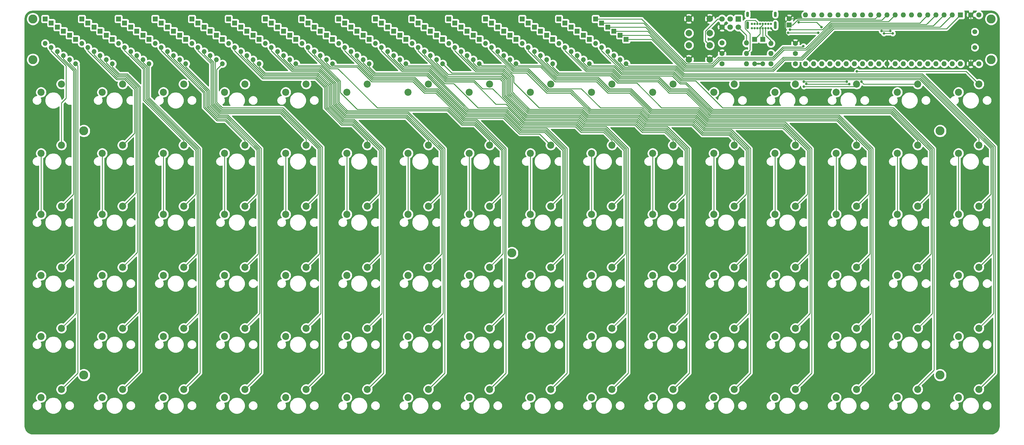
<source format=gbr>
%TF.GenerationSoftware,KiCad,Pcbnew,5.1.10-88a1d61d58~88~ubuntu20.10.1*%
%TF.CreationDate,2021-05-10T18:26:55-04:00*%
%TF.ProjectId,keyboard,6b657962-6f61-4726-942e-6b696361645f,rev?*%
%TF.SameCoordinates,Original*%
%TF.FileFunction,Copper,L2,Bot*%
%TF.FilePolarity,Positive*%
%FSLAX46Y46*%
G04 Gerber Fmt 4.6, Leading zero omitted, Abs format (unit mm)*
G04 Created by KiCad (PCBNEW 5.1.10-88a1d61d58~88~ubuntu20.10.1) date 2021-05-10 18:26:55*
%MOMM*%
%LPD*%
G01*
G04 APERTURE LIST*
%TA.AperFunction,ComponentPad*%
%ADD10C,2.800000*%
%TD*%
%TA.AperFunction,ComponentPad*%
%ADD11C,2.200000*%
%TD*%
%TA.AperFunction,ComponentPad*%
%ADD12R,1.600000X1.600000*%
%TD*%
%TA.AperFunction,ComponentPad*%
%ADD13O,1.600000X1.600000*%
%TD*%
%TA.AperFunction,ComponentPad*%
%ADD14O,0.900000X1.700000*%
%TD*%
%TA.AperFunction,ComponentPad*%
%ADD15O,0.900000X2.400000*%
%TD*%
%TA.AperFunction,ComponentPad*%
%ADD16C,0.700000*%
%TD*%
%TA.AperFunction,ComponentPad*%
%ADD17C,1.600000*%
%TD*%
%TA.AperFunction,ComponentPad*%
%ADD18C,1.500000*%
%TD*%
%TA.AperFunction,ComponentPad*%
%ADD19C,2.000000*%
%TD*%
%TA.AperFunction,ComponentPad*%
%ADD20C,1.700000*%
%TD*%
%TA.AperFunction,ComponentPad*%
%ADD21R,1.700000X1.700000*%
%TD*%
%TA.AperFunction,ComponentPad*%
%ADD22O,1.500000X1.500000*%
%TD*%
%TA.AperFunction,ComponentPad*%
%ADD23R,1.500000X1.500000*%
%TD*%
%TA.AperFunction,ViaPad*%
%ADD24C,0.800000*%
%TD*%
%TA.AperFunction,Conductor*%
%ADD25C,0.250000*%
%TD*%
%TA.AperFunction,Conductor*%
%ADD26C,0.254000*%
%TD*%
%TA.AperFunction,Conductor*%
%ADD27C,0.100000*%
%TD*%
G04 APERTURE END LIST*
D10*
%TO.P,HOLE_M2.6,1*%
%TO.N,N/C*%
X311150000Y-76200000D03*
%TD*%
%TO.P,HOLE_M2.6,1*%
%TO.N,N/C*%
X311150000Y-152400000D03*
%TD*%
%TO.P,HOLE_M2.6,1*%
%TO.N,N/C*%
X444500000Y-114300000D03*
%TD*%
%TO.P,HOLE_M2.6,1*%
%TO.N,N/C*%
X577850000Y-152400000D03*
%TD*%
%TO.P,HOLE_M2.6,1*%
%TO.N,N/C*%
X577850000Y-76200000D03*
%TD*%
%TO.P,HOLE_M2.6,1*%
%TO.N,N/C*%
X593725000Y-41275000D03*
%TD*%
%TO.P,HOLE_M2.6,1*%
%TO.N,N/C*%
X593725000Y-53975000D03*
%TD*%
%TO.P,HOLE_M2.6,1*%
%TO.N,N/C*%
X295275000Y-53975000D03*
%TD*%
%TO.P,HOLE_M2.6,1*%
%TO.N,N/C*%
X295275000Y-41275000D03*
%TD*%
D11*
%TO.P,SW68,1*%
%TO.N,Net-(D68-Pad2)*%
X513715000Y-80645000D03*
%TO.P,SW68,2*%
%TO.N,Col12*%
X507365000Y-83185000D03*
%TD*%
%TO.P,SW7,1*%
%TO.N,Net-(D7-Pad2)*%
X323215000Y-61595000D03*
%TO.P,SW7,2*%
%TO.N,Col2*%
X316865000Y-64135000D03*
%TD*%
D12*
%TO.P,U1,1*%
%TO.N,Row6*%
X584200000Y-40005000D03*
D13*
%TO.P,U1,21*%
%TO.N,Net-(U1-Pad21)*%
X535940000Y-55245000D03*
%TO.P,U1,2*%
%TO.N,Row5*%
X581660000Y-40005000D03*
%TO.P,U1,22*%
%TO.N,Col1*%
X538480000Y-55245000D03*
%TO.P,U1,3*%
%TO.N,Row4*%
X579120000Y-40005000D03*
%TO.P,U1,23*%
%TO.N,Col2*%
X541020000Y-55245000D03*
%TO.P,U1,4*%
%TO.N,Row3*%
X576580000Y-40005000D03*
%TO.P,U1,24*%
%TO.N,Col3*%
X543560000Y-55245000D03*
%TO.P,U1,5*%
%TO.N,Row2*%
X574040000Y-40005000D03*
%TO.P,U1,25*%
%TO.N,Col4*%
X546100000Y-55245000D03*
%TO.P,U1,6*%
%TO.N,MOSI*%
X571500000Y-40005000D03*
%TO.P,U1,26*%
%TO.N,Col5*%
X548640000Y-55245000D03*
%TO.P,U1,7*%
%TO.N,MISO*%
X568960000Y-40005000D03*
%TO.P,U1,27*%
%TO.N,Col6*%
X551180000Y-55245000D03*
%TO.P,U1,8*%
%TO.N,SCK*%
X566420000Y-40005000D03*
%TO.P,U1,28*%
%TO.N,Col7*%
X553720000Y-55245000D03*
%TO.P,U1,9*%
%TO.N,RESET*%
X563880000Y-40005000D03*
%TO.P,U1,29*%
%TO.N,Col8*%
X556260000Y-55245000D03*
%TO.P,U1,10*%
%TO.N,VCC*%
X561340000Y-40005000D03*
%TO.P,U1,30*%
%TO.N,Net-(U1-Pad30)*%
X558800000Y-55245000D03*
%TO.P,U1,11*%
%TO.N,GND*%
X558800000Y-40005000D03*
%TO.P,U1,31*%
X561340000Y-55245000D03*
%TO.P,U1,12*%
%TO.N,X2*%
X556260000Y-40005000D03*
%TO.P,U1,32*%
%TO.N,Net-(U1-Pad32)*%
X563880000Y-55245000D03*
%TO.P,U1,13*%
%TO.N,X1*%
X553720000Y-40005000D03*
%TO.P,U1,33*%
%TO.N,Col9*%
X566420000Y-55245000D03*
%TO.P,U1,14*%
%TO.N,Row1*%
X551180000Y-40005000D03*
%TO.P,U1,34*%
%TO.N,Col10*%
X568960000Y-55245000D03*
%TO.P,U1,15*%
%TO.N,Net-(U1-Pad15)*%
X548640000Y-40005000D03*
%TO.P,U1,35*%
%TO.N,Col11*%
X571500000Y-55245000D03*
%TO.P,U1,16*%
%TO.N,D-*%
X546100000Y-40005000D03*
%TO.P,U1,36*%
%TO.N,Col12*%
X574040000Y-55245000D03*
%TO.P,U1,17*%
%TO.N,D+*%
X543560000Y-40005000D03*
%TO.P,U1,37*%
%TO.N,Col13*%
X576580000Y-55245000D03*
%TO.P,U1,18*%
%TO.N,Net-(U1-Pad18)*%
X541020000Y-40005000D03*
%TO.P,U1,38*%
%TO.N,Col14*%
X579120000Y-55245000D03*
%TO.P,U1,19*%
%TO.N,Net-(U1-Pad19)*%
X538480000Y-40005000D03*
%TO.P,U1,39*%
%TO.N,Col15*%
X581660000Y-55245000D03*
%TO.P,U1,20*%
%TO.N,Net-(SW97-Pad1)*%
X535940000Y-40005000D03*
%TO.P,U1,40*%
%TO.N,Col16*%
X584200000Y-55245000D03*
%TD*%
D14*
%TO.P,J1,S1*%
%TO.N,Net-(J1-PadS1)*%
X517845000Y-39836000D03*
X526495000Y-39836000D03*
D15*
X517845000Y-43216000D03*
X526495000Y-43216000D03*
D16*
%TO.P,J1,B6*%
%TO.N,Net-(D97-Pad1)*%
X521745000Y-42846000D03*
%TO.P,J1,B1*%
%TO.N,GND*%
X519195000Y-42846000D03*
%TO.P,J1,B4*%
%TO.N,VCC*%
X520045000Y-42846000D03*
%TO.P,J1,B5*%
%TO.N,Net-(J1-PadB5)*%
X520895000Y-42846000D03*
%TO.P,J1,B12*%
%TO.N,GND*%
X525145000Y-42846000D03*
%TO.P,J1,B8*%
%TO.N,Net-(J1-PadB8)*%
X523445000Y-42846000D03*
%TO.P,J1,B7*%
%TO.N,Net-(D98-Pad1)*%
X522595000Y-42846000D03*
%TO.P,J1,B9*%
%TO.N,VCC*%
X524295000Y-42846000D03*
%TO.P,J1,A12*%
%TO.N,GND*%
X519195000Y-44196000D03*
%TO.P,J1,A9*%
%TO.N,VCC*%
X520045000Y-44196000D03*
%TO.P,J1,A8*%
%TO.N,Net-(J1-PadA8)*%
X520895000Y-44196000D03*
%TO.P,J1,A7*%
%TO.N,Net-(D98-Pad1)*%
X521745000Y-44196000D03*
%TO.P,J1,A6*%
%TO.N,Net-(D97-Pad1)*%
X522595000Y-44196000D03*
%TO.P,J1,A5*%
%TO.N,Net-(J1-PadA5)*%
X523445000Y-44196000D03*
%TO.P,J1,A4*%
%TO.N,VCC*%
X524295000Y-44196000D03*
%TO.P,J1,A1*%
%TO.N,GND*%
X525145000Y-44196000D03*
%TD*%
D13*
%TO.P,R6,2*%
%TO.N,Net-(D97-Pad1)*%
X525145000Y-52070000D03*
D17*
%TO.P,R6,1*%
%TO.N,D+*%
X532765000Y-52070000D03*
%TD*%
D13*
%TO.P,R5,2*%
%TO.N,Net-(D98-Pad1)*%
X525145000Y-55245000D03*
D17*
%TO.P,R5,1*%
%TO.N,D-*%
X532765000Y-55245000D03*
%TD*%
D13*
%TO.P,R4,2*%
%TO.N,VCC*%
X517525000Y-48768000D03*
D17*
%TO.P,R4,1*%
%TO.N,RESET*%
X509905000Y-48768000D03*
%TD*%
D13*
%TO.P,R3,2*%
%TO.N,Net-(D98-Pad1)*%
X517525000Y-55245000D03*
D17*
%TO.P,R3,1*%
%TO.N,GND*%
X509905000Y-55245000D03*
%TD*%
D13*
%TO.P,R2,2*%
%TO.N,Net-(J1-PadB5)*%
X517525000Y-52070000D03*
D17*
%TO.P,R2,1*%
%TO.N,GND*%
X509905000Y-52070000D03*
%TD*%
D13*
%TO.P,R1,2*%
%TO.N,Net-(J1-PadA5)*%
X525145000Y-48895000D03*
D17*
%TO.P,R1,1*%
%TO.N,GND*%
X532765000Y-48895000D03*
%TD*%
D18*
%TO.P,X1,2*%
%TO.N,X2*%
X588645000Y-45285000D03*
%TO.P,X1,1*%
%TO.N,X1*%
X588645000Y-50165000D03*
%TD*%
D19*
%TO.P,SW98,1*%
%TO.N,GND*%
X499595000Y-53975000D03*
%TO.P,SW98,2*%
%TO.N,RESET*%
X499595000Y-49475000D03*
%TO.P,SW98,1*%
%TO.N,GND*%
X506095000Y-53975000D03*
%TO.P,SW98,2*%
%TO.N,RESET*%
X506095000Y-49475000D03*
%TD*%
%TO.P,SW97,1*%
%TO.N,Net-(SW97-Pad1)*%
X499595000Y-45720000D03*
%TO.P,SW97,2*%
%TO.N,GND*%
X499595000Y-41220000D03*
%TO.P,SW97,1*%
%TO.N,Net-(SW97-Pad1)*%
X506095000Y-45720000D03*
%TO.P,SW97,2*%
%TO.N,GND*%
X506095000Y-41220000D03*
%TD*%
D11*
%TO.P,SW96,1*%
%TO.N,Net-(D96-Pad2)*%
X589915000Y-156845000D03*
%TO.P,SW96,2*%
%TO.N,Col16*%
X583565000Y-159385000D03*
%TD*%
%TO.P,SW95,1*%
%TO.N,Net-(D95-Pad2)*%
X589915000Y-137795000D03*
%TO.P,SW95,2*%
%TO.N,Col16*%
X583565000Y-140335000D03*
%TD*%
%TO.P,SW94,1*%
%TO.N,Net-(D94-Pad2)*%
X589915000Y-118745000D03*
%TO.P,SW94,2*%
%TO.N,Col16*%
X583565000Y-121285000D03*
%TD*%
%TO.P,SW93,1*%
%TO.N,Net-(D93-Pad2)*%
X589915000Y-99695000D03*
%TO.P,SW93,2*%
%TO.N,Col16*%
X583565000Y-102235000D03*
%TD*%
%TO.P,SW92,1*%
%TO.N,Net-(D92-Pad2)*%
X589915000Y-80645000D03*
%TO.P,SW92,2*%
%TO.N,Col16*%
X583565000Y-83185000D03*
%TD*%
%TO.P,SW91,1*%
%TO.N,Net-(D91-Pad2)*%
X589915000Y-61595000D03*
%TO.P,SW91,2*%
%TO.N,Col16*%
X583565000Y-64135000D03*
%TD*%
%TO.P,SW90,1*%
%TO.N,Net-(D90-Pad2)*%
X570865000Y-156845000D03*
%TO.P,SW90,2*%
%TO.N,Col15*%
X564515000Y-159385000D03*
%TD*%
%TO.P,SW89,1*%
%TO.N,Net-(D89-Pad2)*%
X570865000Y-137795000D03*
%TO.P,SW89,2*%
%TO.N,Col15*%
X564515000Y-140335000D03*
%TD*%
%TO.P,SW88,1*%
%TO.N,Net-(D88-Pad2)*%
X570865000Y-118745000D03*
%TO.P,SW88,2*%
%TO.N,Col15*%
X564515000Y-121285000D03*
%TD*%
%TO.P,SW87,1*%
%TO.N,Net-(D87-Pad2)*%
X570865000Y-99695000D03*
%TO.P,SW87,2*%
%TO.N,Col15*%
X564515000Y-102235000D03*
%TD*%
%TO.P,SW86,1*%
%TO.N,Net-(D86-Pad2)*%
X570865000Y-80645000D03*
%TO.P,SW86,2*%
%TO.N,Col15*%
X564515000Y-83185000D03*
%TD*%
%TO.P,SW85,1*%
%TO.N,Net-(D85-Pad2)*%
X570865000Y-61595000D03*
%TO.P,SW85,2*%
%TO.N,Col15*%
X564515000Y-64135000D03*
%TD*%
%TO.P,SW84,1*%
%TO.N,Net-(D84-Pad2)*%
X551815000Y-156845000D03*
%TO.P,SW84,2*%
%TO.N,Col14*%
X545465000Y-159385000D03*
%TD*%
%TO.P,SW83,1*%
%TO.N,Net-(D83-Pad2)*%
X551815000Y-137795000D03*
%TO.P,SW83,2*%
%TO.N,Col14*%
X545465000Y-140335000D03*
%TD*%
%TO.P,SW82,1*%
%TO.N,Net-(D82-Pad2)*%
X551815000Y-118745000D03*
%TO.P,SW82,2*%
%TO.N,Col14*%
X545465000Y-121285000D03*
%TD*%
%TO.P,SW81,1*%
%TO.N,Net-(D81-Pad2)*%
X551815000Y-99695000D03*
%TO.P,SW81,2*%
%TO.N,Col14*%
X545465000Y-102235000D03*
%TD*%
%TO.P,SW80,1*%
%TO.N,Net-(D80-Pad2)*%
X551815000Y-80645000D03*
%TO.P,SW80,2*%
%TO.N,Col14*%
X545465000Y-83185000D03*
%TD*%
%TO.P,SW79,1*%
%TO.N,Net-(D79-Pad2)*%
X551815000Y-61595000D03*
%TO.P,SW79,2*%
%TO.N,Col14*%
X545465000Y-64135000D03*
%TD*%
%TO.P,SW78,1*%
%TO.N,Net-(D78-Pad2)*%
X532765000Y-156845000D03*
%TO.P,SW78,2*%
%TO.N,Col13*%
X526415000Y-159385000D03*
%TD*%
%TO.P,SW77,1*%
%TO.N,Net-(D77-Pad2)*%
X532765000Y-137795000D03*
%TO.P,SW77,2*%
%TO.N,Col13*%
X526415000Y-140335000D03*
%TD*%
%TO.P,SW76,1*%
%TO.N,Net-(D76-Pad2)*%
X532765000Y-118745000D03*
%TO.P,SW76,2*%
%TO.N,Col13*%
X526415000Y-121285000D03*
%TD*%
%TO.P,SW75,1*%
%TO.N,Net-(D75-Pad2)*%
X532765000Y-99695000D03*
%TO.P,SW75,2*%
%TO.N,Col13*%
X526415000Y-102235000D03*
%TD*%
%TO.P,SW74,1*%
%TO.N,Net-(D74-Pad2)*%
X532765000Y-80645000D03*
%TO.P,SW74,2*%
%TO.N,Col13*%
X526415000Y-83185000D03*
%TD*%
%TO.P,SW73,1*%
%TO.N,Net-(D73-Pad2)*%
X532765000Y-61595000D03*
%TO.P,SW73,2*%
%TO.N,Col13*%
X526415000Y-64135000D03*
%TD*%
%TO.P,SW72,1*%
%TO.N,Net-(D72-Pad2)*%
X513715000Y-156845000D03*
%TO.P,SW72,2*%
%TO.N,Col12*%
X507365000Y-159385000D03*
%TD*%
%TO.P,SW71,1*%
%TO.N,Net-(D71-Pad2)*%
X513715000Y-137795000D03*
%TO.P,SW71,2*%
%TO.N,Col12*%
X507365000Y-140335000D03*
%TD*%
%TO.P,SW70,1*%
%TO.N,Net-(D70-Pad2)*%
X513715000Y-118745000D03*
%TO.P,SW70,2*%
%TO.N,Col12*%
X507365000Y-121285000D03*
%TD*%
%TO.P,SW69,1*%
%TO.N,Net-(D69-Pad2)*%
X513715000Y-99695000D03*
%TO.P,SW69,2*%
%TO.N,Col12*%
X507365000Y-102235000D03*
%TD*%
%TO.P,SW67,1*%
%TO.N,Net-(D67-Pad2)*%
X513715000Y-61595000D03*
%TO.P,SW67,2*%
%TO.N,Col12*%
X507365000Y-64135000D03*
%TD*%
%TO.P,SW66,1*%
%TO.N,Net-(D66-Pad2)*%
X494665000Y-156845000D03*
%TO.P,SW66,2*%
%TO.N,Col11*%
X488315000Y-159385000D03*
%TD*%
%TO.P,SW65,1*%
%TO.N,Net-(D65-Pad2)*%
X494665000Y-137795000D03*
%TO.P,SW65,2*%
%TO.N,Col11*%
X488315000Y-140335000D03*
%TD*%
%TO.P,SW64,1*%
%TO.N,Net-(D64-Pad2)*%
X494665000Y-118745000D03*
%TO.P,SW64,2*%
%TO.N,Col11*%
X488315000Y-121285000D03*
%TD*%
%TO.P,SW63,1*%
%TO.N,Net-(D63-Pad2)*%
X494665000Y-99695000D03*
%TO.P,SW63,2*%
%TO.N,Col11*%
X488315000Y-102235000D03*
%TD*%
%TO.P,SW62,1*%
%TO.N,Net-(D62-Pad2)*%
X494665000Y-80645000D03*
%TO.P,SW62,2*%
%TO.N,Col11*%
X488315000Y-83185000D03*
%TD*%
%TO.P,SW61,1*%
%TO.N,Net-(D61-Pad2)*%
X494665000Y-61595000D03*
%TO.P,SW61,2*%
%TO.N,Col11*%
X488315000Y-64135000D03*
%TD*%
%TO.P,SW60,1*%
%TO.N,Net-(D60-Pad2)*%
X475615000Y-156845000D03*
%TO.P,SW60,2*%
%TO.N,Col10*%
X469265000Y-159385000D03*
%TD*%
%TO.P,SW59,1*%
%TO.N,Net-(D59-Pad2)*%
X475615000Y-137795000D03*
%TO.P,SW59,2*%
%TO.N,Col10*%
X469265000Y-140335000D03*
%TD*%
%TO.P,SW58,1*%
%TO.N,Net-(D58-Pad2)*%
X475615000Y-118745000D03*
%TO.P,SW58,2*%
%TO.N,Col10*%
X469265000Y-121285000D03*
%TD*%
%TO.P,SW57,1*%
%TO.N,Net-(D57-Pad2)*%
X475615000Y-99695000D03*
%TO.P,SW57,2*%
%TO.N,Col10*%
X469265000Y-102235000D03*
%TD*%
%TO.P,SW56,1*%
%TO.N,Net-(D56-Pad2)*%
X475615000Y-80645000D03*
%TO.P,SW56,2*%
%TO.N,Col10*%
X469265000Y-83185000D03*
%TD*%
%TO.P,SW55,1*%
%TO.N,Net-(D55-Pad2)*%
X475615000Y-61595000D03*
%TO.P,SW55,2*%
%TO.N,Col10*%
X469265000Y-64135000D03*
%TD*%
%TO.P,SW54,1*%
%TO.N,Net-(D54-Pad2)*%
X456565000Y-156845000D03*
%TO.P,SW54,2*%
%TO.N,Col9*%
X450215000Y-159385000D03*
%TD*%
%TO.P,SW53,1*%
%TO.N,Net-(D53-Pad2)*%
X456565000Y-137795000D03*
%TO.P,SW53,2*%
%TO.N,Col9*%
X450215000Y-140335000D03*
%TD*%
%TO.P,SW52,1*%
%TO.N,Net-(D52-Pad2)*%
X456565000Y-118745000D03*
%TO.P,SW52,2*%
%TO.N,Col9*%
X450215000Y-121285000D03*
%TD*%
%TO.P,SW51,1*%
%TO.N,Net-(D51-Pad2)*%
X456565000Y-99695000D03*
%TO.P,SW51,2*%
%TO.N,Col9*%
X450215000Y-102235000D03*
%TD*%
%TO.P,SW50,1*%
%TO.N,Net-(D50-Pad2)*%
X456565000Y-80645000D03*
%TO.P,SW50,2*%
%TO.N,Col9*%
X450215000Y-83185000D03*
%TD*%
%TO.P,SW49,1*%
%TO.N,Net-(D49-Pad2)*%
X456565000Y-61595000D03*
%TO.P,SW49,2*%
%TO.N,Col9*%
X450215000Y-64135000D03*
%TD*%
%TO.P,SW48,1*%
%TO.N,Net-(D48-Pad2)*%
X437515000Y-156845000D03*
%TO.P,SW48,2*%
%TO.N,Col8*%
X431165000Y-159385000D03*
%TD*%
%TO.P,SW47,1*%
%TO.N,Net-(D47-Pad2)*%
X437515000Y-137795000D03*
%TO.P,SW47,2*%
%TO.N,Col8*%
X431165000Y-140335000D03*
%TD*%
%TO.P,SW46,1*%
%TO.N,Net-(D46-Pad2)*%
X437515000Y-118745000D03*
%TO.P,SW46,2*%
%TO.N,Col8*%
X431165000Y-121285000D03*
%TD*%
%TO.P,SW45,1*%
%TO.N,Net-(D45-Pad2)*%
X437515000Y-99695000D03*
%TO.P,SW45,2*%
%TO.N,Col8*%
X431165000Y-102235000D03*
%TD*%
%TO.P,SW44,1*%
%TO.N,Net-(D44-Pad2)*%
X437515000Y-80645000D03*
%TO.P,SW44,2*%
%TO.N,Col8*%
X431165000Y-83185000D03*
%TD*%
%TO.P,SW43,1*%
%TO.N,Net-(D43-Pad2)*%
X437515000Y-61595000D03*
%TO.P,SW43,2*%
%TO.N,Col8*%
X431165000Y-64135000D03*
%TD*%
%TO.P,SW42,1*%
%TO.N,Net-(D42-Pad2)*%
X418465000Y-156845000D03*
%TO.P,SW42,2*%
%TO.N,Col7*%
X412115000Y-159385000D03*
%TD*%
%TO.P,SW41,1*%
%TO.N,Net-(D41-Pad2)*%
X418465000Y-137795000D03*
%TO.P,SW41,2*%
%TO.N,Col7*%
X412115000Y-140335000D03*
%TD*%
%TO.P,SW40,1*%
%TO.N,Net-(D40-Pad2)*%
X418465000Y-118745000D03*
%TO.P,SW40,2*%
%TO.N,Col7*%
X412115000Y-121285000D03*
%TD*%
%TO.P,SW39,1*%
%TO.N,Net-(D39-Pad2)*%
X418465000Y-99695000D03*
%TO.P,SW39,2*%
%TO.N,Col7*%
X412115000Y-102235000D03*
%TD*%
%TO.P,SW38,1*%
%TO.N,Net-(D38-Pad2)*%
X418465000Y-80645000D03*
%TO.P,SW38,2*%
%TO.N,Col7*%
X412115000Y-83185000D03*
%TD*%
%TO.P,SW37,1*%
%TO.N,Net-(D37-Pad2)*%
X418465000Y-61595000D03*
%TO.P,SW37,2*%
%TO.N,Col7*%
X412115000Y-64135000D03*
%TD*%
%TO.P,SW36,1*%
%TO.N,Net-(D36-Pad2)*%
X399415000Y-156845000D03*
%TO.P,SW36,2*%
%TO.N,Col6*%
X393065000Y-159385000D03*
%TD*%
%TO.P,SW35,1*%
%TO.N,Net-(D35-Pad2)*%
X399415000Y-137795000D03*
%TO.P,SW35,2*%
%TO.N,Col6*%
X393065000Y-140335000D03*
%TD*%
%TO.P,SW34,1*%
%TO.N,Net-(D34-Pad2)*%
X399415000Y-118745000D03*
%TO.P,SW34,2*%
%TO.N,Col6*%
X393065000Y-121285000D03*
%TD*%
%TO.P,SW33,1*%
%TO.N,Net-(D33-Pad2)*%
X399415000Y-99695000D03*
%TO.P,SW33,2*%
%TO.N,Col6*%
X393065000Y-102235000D03*
%TD*%
%TO.P,SW32,1*%
%TO.N,Net-(D32-Pad2)*%
X399415000Y-80645000D03*
%TO.P,SW32,2*%
%TO.N,Col6*%
X393065000Y-83185000D03*
%TD*%
%TO.P,SW31,1*%
%TO.N,Net-(D31-Pad2)*%
X399415000Y-61595000D03*
%TO.P,SW31,2*%
%TO.N,Col6*%
X393065000Y-64135000D03*
%TD*%
%TO.P,SW30,1*%
%TO.N,Net-(D30-Pad2)*%
X380365000Y-156845000D03*
%TO.P,SW30,2*%
%TO.N,Col5*%
X374015000Y-159385000D03*
%TD*%
%TO.P,SW29,1*%
%TO.N,Net-(D29-Pad2)*%
X380365000Y-137795000D03*
%TO.P,SW29,2*%
%TO.N,Col5*%
X374015000Y-140335000D03*
%TD*%
%TO.P,SW28,1*%
%TO.N,Net-(D28-Pad2)*%
X380365000Y-118745000D03*
%TO.P,SW28,2*%
%TO.N,Col5*%
X374015000Y-121285000D03*
%TD*%
%TO.P,SW27,1*%
%TO.N,Net-(D27-Pad2)*%
X380365000Y-99695000D03*
%TO.P,SW27,2*%
%TO.N,Col5*%
X374015000Y-102235000D03*
%TD*%
%TO.P,SW26,1*%
%TO.N,Net-(D26-Pad2)*%
X380365000Y-80645000D03*
%TO.P,SW26,2*%
%TO.N,Col5*%
X374015000Y-83185000D03*
%TD*%
%TO.P,SW25,1*%
%TO.N,Net-(D25-Pad2)*%
X380365000Y-61595000D03*
%TO.P,SW25,2*%
%TO.N,Col5*%
X374015000Y-64135000D03*
%TD*%
%TO.P,SW24,1*%
%TO.N,Net-(D24-Pad2)*%
X361315000Y-156845000D03*
%TO.P,SW24,2*%
%TO.N,Col4*%
X354965000Y-159385000D03*
%TD*%
%TO.P,SW23,1*%
%TO.N,Net-(D23-Pad2)*%
X361315000Y-137795000D03*
%TO.P,SW23,2*%
%TO.N,Col4*%
X354965000Y-140335000D03*
%TD*%
%TO.P,SW22,1*%
%TO.N,Net-(D22-Pad2)*%
X361315000Y-118745000D03*
%TO.P,SW22,2*%
%TO.N,Col4*%
X354965000Y-121285000D03*
%TD*%
%TO.P,SW21,1*%
%TO.N,Net-(D21-Pad2)*%
X361315000Y-99695000D03*
%TO.P,SW21,2*%
%TO.N,Col4*%
X354965000Y-102235000D03*
%TD*%
%TO.P,SW20,1*%
%TO.N,Net-(D20-Pad2)*%
X361315000Y-80645000D03*
%TO.P,SW20,2*%
%TO.N,Col4*%
X354965000Y-83185000D03*
%TD*%
%TO.P,SW19,1*%
%TO.N,Net-(D19-Pad2)*%
X361315000Y-61595000D03*
%TO.P,SW19,2*%
%TO.N,Col4*%
X354965000Y-64135000D03*
%TD*%
%TO.P,SW18,1*%
%TO.N,Net-(D18-Pad2)*%
X342265000Y-156845000D03*
%TO.P,SW18,2*%
%TO.N,Col3*%
X335915000Y-159385000D03*
%TD*%
%TO.P,SW17,1*%
%TO.N,Net-(D17-Pad2)*%
X342265000Y-137795000D03*
%TO.P,SW17,2*%
%TO.N,Col3*%
X335915000Y-140335000D03*
%TD*%
%TO.P,SW16,1*%
%TO.N,Net-(D16-Pad2)*%
X342265000Y-118745000D03*
%TO.P,SW16,2*%
%TO.N,Col3*%
X335915000Y-121285000D03*
%TD*%
%TO.P,SW15,1*%
%TO.N,Net-(D15-Pad2)*%
X342265000Y-99695000D03*
%TO.P,SW15,2*%
%TO.N,Col3*%
X335915000Y-102235000D03*
%TD*%
%TO.P,SW14,1*%
%TO.N,Net-(D14-Pad2)*%
X342265000Y-80645000D03*
%TO.P,SW14,2*%
%TO.N,Col3*%
X335915000Y-83185000D03*
%TD*%
%TO.P,SW13,1*%
%TO.N,Net-(D13-Pad2)*%
X342265000Y-61595000D03*
%TO.P,SW13,2*%
%TO.N,Col3*%
X335915000Y-64135000D03*
%TD*%
%TO.P,SW12,1*%
%TO.N,Net-(D12-Pad2)*%
X323215000Y-156845000D03*
%TO.P,SW12,2*%
%TO.N,Col2*%
X316865000Y-159385000D03*
%TD*%
%TO.P,SW11,1*%
%TO.N,Net-(D11-Pad2)*%
X323215000Y-137795000D03*
%TO.P,SW11,2*%
%TO.N,Col2*%
X316865000Y-140335000D03*
%TD*%
%TO.P,SW10,1*%
%TO.N,Net-(D10-Pad2)*%
X323215000Y-118745000D03*
%TO.P,SW10,2*%
%TO.N,Col2*%
X316865000Y-121285000D03*
%TD*%
%TO.P,SW9,1*%
%TO.N,Net-(D9-Pad2)*%
X323215000Y-99695000D03*
%TO.P,SW9,2*%
%TO.N,Col2*%
X316865000Y-102235000D03*
%TD*%
%TO.P,SW8,1*%
%TO.N,Net-(D8-Pad2)*%
X323215000Y-80645000D03*
%TO.P,SW8,2*%
%TO.N,Col2*%
X316865000Y-83185000D03*
%TD*%
%TO.P,SW6,1*%
%TO.N,Net-(D6-Pad2)*%
X304165000Y-156845000D03*
%TO.P,SW6,2*%
%TO.N,Col1*%
X297815000Y-159385000D03*
%TD*%
%TO.P,SW5,1*%
%TO.N,Net-(D5-Pad2)*%
X304165000Y-137795000D03*
%TO.P,SW5,2*%
%TO.N,Col1*%
X297815000Y-140335000D03*
%TD*%
%TO.P,SW4,1*%
%TO.N,Net-(D4-Pad2)*%
X304165000Y-118745000D03*
%TO.P,SW4,2*%
%TO.N,Col1*%
X297815000Y-121285000D03*
%TD*%
%TO.P,SW3,1*%
%TO.N,Net-(D3-Pad2)*%
X304165000Y-99695000D03*
%TO.P,SW3,2*%
%TO.N,Col1*%
X297815000Y-102235000D03*
%TD*%
%TO.P,SW2,1*%
%TO.N,Net-(D2-Pad2)*%
X304165000Y-80645000D03*
%TO.P,SW2,2*%
%TO.N,Col1*%
X297815000Y-83185000D03*
%TD*%
%TO.P,SW1,1*%
%TO.N,Net-(D1-Pad2)*%
X304165000Y-61595000D03*
%TO.P,SW1,2*%
%TO.N,Col1*%
X297815000Y-64135000D03*
%TD*%
D20*
%TO.P,J2,6*%
%TO.N,GND*%
X509905000Y-43815000D03*
%TO.P,J2,5*%
%TO.N,RESET*%
X509905000Y-41275000D03*
%TO.P,J2,4*%
%TO.N,MOSI*%
X512445000Y-43815000D03*
%TO.P,J2,3*%
%TO.N,SCK*%
X512445000Y-41275000D03*
%TO.P,J2,2*%
%TO.N,VCC*%
X514985000Y-43815000D03*
D21*
%TO.P,J2,1*%
%TO.N,MISO*%
X514985000Y-41275000D03*
%TD*%
D22*
%TO.P,D98,2*%
%TO.N,GND*%
X520065000Y-55245000D03*
D23*
%TO.P,D98,1*%
%TO.N,Net-(D98-Pad1)*%
X520065000Y-47625000D03*
%TD*%
D22*
%TO.P,D97,2*%
%TO.N,GND*%
X522605000Y-55245000D03*
D23*
%TO.P,D97,1*%
%TO.N,Net-(D97-Pad1)*%
X522605000Y-47625000D03*
%TD*%
D22*
%TO.P,D96,2*%
%TO.N,Net-(D96-Pad2)*%
X480060000Y-55245000D03*
D23*
%TO.P,D96,1*%
%TO.N,Row6*%
X480060000Y-47625000D03*
%TD*%
D22*
%TO.P,D95,2*%
%TO.N,Net-(D95-Pad2)*%
X478155000Y-53975000D03*
D23*
%TO.P,D95,1*%
%TO.N,Row5*%
X478155000Y-46355000D03*
%TD*%
D22*
%TO.P,D94,2*%
%TO.N,Net-(D94-Pad2)*%
X476250000Y-52705000D03*
D23*
%TO.P,D94,1*%
%TO.N,Row4*%
X476250000Y-45085000D03*
%TD*%
D22*
%TO.P,D93,2*%
%TO.N,Net-(D93-Pad2)*%
X474345000Y-51435000D03*
D23*
%TO.P,D93,1*%
%TO.N,Row3*%
X474345000Y-43815000D03*
%TD*%
D22*
%TO.P,D92,2*%
%TO.N,Net-(D92-Pad2)*%
X472440000Y-50165000D03*
D23*
%TO.P,D92,1*%
%TO.N,Row2*%
X472440000Y-42545000D03*
%TD*%
D22*
%TO.P,D91,2*%
%TO.N,Net-(D91-Pad2)*%
X470535000Y-48895000D03*
D23*
%TO.P,D91,1*%
%TO.N,Row1*%
X470535000Y-41275000D03*
%TD*%
D22*
%TO.P,D90,2*%
%TO.N,Net-(D90-Pad2)*%
X468630000Y-55245000D03*
D23*
%TO.P,D90,1*%
%TO.N,Row6*%
X468630000Y-47625000D03*
%TD*%
D22*
%TO.P,D89,2*%
%TO.N,Net-(D89-Pad2)*%
X466725000Y-53975000D03*
D23*
%TO.P,D89,1*%
%TO.N,Row5*%
X466725000Y-46355000D03*
%TD*%
D22*
%TO.P,D88,2*%
%TO.N,Net-(D88-Pad2)*%
X464820000Y-52705000D03*
D23*
%TO.P,D88,1*%
%TO.N,Row4*%
X464820000Y-45085000D03*
%TD*%
D22*
%TO.P,D87,2*%
%TO.N,Net-(D87-Pad2)*%
X462915000Y-51435000D03*
D23*
%TO.P,D87,1*%
%TO.N,Row3*%
X462915000Y-43815000D03*
%TD*%
D22*
%TO.P,D86,2*%
%TO.N,Net-(D86-Pad2)*%
X461010000Y-50165000D03*
D23*
%TO.P,D86,1*%
%TO.N,Row2*%
X461010000Y-42545000D03*
%TD*%
D22*
%TO.P,D85,2*%
%TO.N,Net-(D85-Pad2)*%
X459105000Y-48895000D03*
D23*
%TO.P,D85,1*%
%TO.N,Row1*%
X459105000Y-41275000D03*
%TD*%
D22*
%TO.P,D84,2*%
%TO.N,Net-(D84-Pad2)*%
X457200000Y-55245000D03*
D23*
%TO.P,D84,1*%
%TO.N,Row6*%
X457200000Y-47625000D03*
%TD*%
D22*
%TO.P,D83,2*%
%TO.N,Net-(D83-Pad2)*%
X455295000Y-53975000D03*
D23*
%TO.P,D83,1*%
%TO.N,Row5*%
X455295000Y-46355000D03*
%TD*%
D22*
%TO.P,D82,2*%
%TO.N,Net-(D82-Pad2)*%
X453390000Y-52705000D03*
D23*
%TO.P,D82,1*%
%TO.N,Row4*%
X453390000Y-45085000D03*
%TD*%
D22*
%TO.P,D81,2*%
%TO.N,Net-(D81-Pad2)*%
X451485000Y-51435000D03*
D23*
%TO.P,D81,1*%
%TO.N,Row3*%
X451485000Y-43815000D03*
%TD*%
D22*
%TO.P,D80,2*%
%TO.N,Net-(D80-Pad2)*%
X449580000Y-50165000D03*
D23*
%TO.P,D80,1*%
%TO.N,Row2*%
X449580000Y-42545000D03*
%TD*%
D22*
%TO.P,D79,2*%
%TO.N,Net-(D79-Pad2)*%
X447675000Y-48895000D03*
D23*
%TO.P,D79,1*%
%TO.N,Row1*%
X447675000Y-41275000D03*
%TD*%
D22*
%TO.P,D78,2*%
%TO.N,Net-(D78-Pad2)*%
X445770000Y-55245000D03*
D23*
%TO.P,D78,1*%
%TO.N,Row6*%
X445770000Y-47625000D03*
%TD*%
D22*
%TO.P,D77,2*%
%TO.N,Net-(D77-Pad2)*%
X443865000Y-53975000D03*
D23*
%TO.P,D77,1*%
%TO.N,Row5*%
X443865000Y-46355000D03*
%TD*%
D22*
%TO.P,D76,2*%
%TO.N,Net-(D76-Pad2)*%
X441960000Y-52705000D03*
D23*
%TO.P,D76,1*%
%TO.N,Row4*%
X441960000Y-45085000D03*
%TD*%
D22*
%TO.P,D75,2*%
%TO.N,Net-(D75-Pad2)*%
X440055000Y-51435000D03*
D23*
%TO.P,D75,1*%
%TO.N,Row3*%
X440055000Y-43815000D03*
%TD*%
D22*
%TO.P,D74,2*%
%TO.N,Net-(D74-Pad2)*%
X438150000Y-50165000D03*
D23*
%TO.P,D74,1*%
%TO.N,Row2*%
X438150000Y-42545000D03*
%TD*%
D22*
%TO.P,D73,2*%
%TO.N,Net-(D73-Pad2)*%
X436245000Y-48895000D03*
D23*
%TO.P,D73,1*%
%TO.N,Row1*%
X436245000Y-41275000D03*
%TD*%
D22*
%TO.P,D72,2*%
%TO.N,Net-(D72-Pad2)*%
X434340000Y-55245000D03*
D23*
%TO.P,D72,1*%
%TO.N,Row6*%
X434340000Y-47625000D03*
%TD*%
D22*
%TO.P,D71,2*%
%TO.N,Net-(D71-Pad2)*%
X432435000Y-53975000D03*
D23*
%TO.P,D71,1*%
%TO.N,Row5*%
X432435000Y-46355000D03*
%TD*%
D22*
%TO.P,D70,2*%
%TO.N,Net-(D70-Pad2)*%
X430530000Y-52705000D03*
D23*
%TO.P,D70,1*%
%TO.N,Row4*%
X430530000Y-45085000D03*
%TD*%
D22*
%TO.P,D69,2*%
%TO.N,Net-(D69-Pad2)*%
X428625000Y-51435000D03*
D23*
%TO.P,D69,1*%
%TO.N,Row3*%
X428625000Y-43815000D03*
%TD*%
D22*
%TO.P,D68,2*%
%TO.N,Net-(D68-Pad2)*%
X426720000Y-50165000D03*
D23*
%TO.P,D68,1*%
%TO.N,Row2*%
X426720000Y-42545000D03*
%TD*%
D22*
%TO.P,D67,2*%
%TO.N,Net-(D67-Pad2)*%
X424815000Y-48895000D03*
D23*
%TO.P,D67,1*%
%TO.N,Row1*%
X424815000Y-41275000D03*
%TD*%
D22*
%TO.P,D66,2*%
%TO.N,Net-(D66-Pad2)*%
X422910000Y-55245000D03*
D23*
%TO.P,D66,1*%
%TO.N,Row6*%
X422910000Y-47625000D03*
%TD*%
D22*
%TO.P,D65,2*%
%TO.N,Net-(D65-Pad2)*%
X421005000Y-53975000D03*
D23*
%TO.P,D65,1*%
%TO.N,Row5*%
X421005000Y-46355000D03*
%TD*%
D22*
%TO.P,D64,2*%
%TO.N,Net-(D64-Pad2)*%
X419100000Y-52705000D03*
D23*
%TO.P,D64,1*%
%TO.N,Row4*%
X419100000Y-45085000D03*
%TD*%
D22*
%TO.P,D63,2*%
%TO.N,Net-(D63-Pad2)*%
X417195000Y-51435000D03*
D23*
%TO.P,D63,1*%
%TO.N,Row3*%
X417195000Y-43815000D03*
%TD*%
D22*
%TO.P,D62,2*%
%TO.N,Net-(D62-Pad2)*%
X415290000Y-50165000D03*
D23*
%TO.P,D62,1*%
%TO.N,Row2*%
X415290000Y-42545000D03*
%TD*%
D22*
%TO.P,D61,2*%
%TO.N,Net-(D61-Pad2)*%
X413385000Y-48895000D03*
D23*
%TO.P,D61,1*%
%TO.N,Row1*%
X413385000Y-41275000D03*
%TD*%
D22*
%TO.P,D60,2*%
%TO.N,Net-(D60-Pad2)*%
X411480000Y-55245000D03*
D23*
%TO.P,D60,1*%
%TO.N,Row6*%
X411480000Y-47625000D03*
%TD*%
D22*
%TO.P,D59,2*%
%TO.N,Net-(D59-Pad2)*%
X409575000Y-53975000D03*
D23*
%TO.P,D59,1*%
%TO.N,Row5*%
X409575000Y-46355000D03*
%TD*%
D22*
%TO.P,D58,2*%
%TO.N,Net-(D58-Pad2)*%
X407670000Y-52705000D03*
D23*
%TO.P,D58,1*%
%TO.N,Row4*%
X407670000Y-45085000D03*
%TD*%
D22*
%TO.P,D57,2*%
%TO.N,Net-(D57-Pad2)*%
X405765000Y-51435000D03*
D23*
%TO.P,D57,1*%
%TO.N,Row3*%
X405765000Y-43815000D03*
%TD*%
D22*
%TO.P,D56,2*%
%TO.N,Net-(D56-Pad2)*%
X403860000Y-50165000D03*
D23*
%TO.P,D56,1*%
%TO.N,Row2*%
X403860000Y-42545000D03*
%TD*%
D22*
%TO.P,D55,2*%
%TO.N,Net-(D55-Pad2)*%
X401955000Y-48895000D03*
D23*
%TO.P,D55,1*%
%TO.N,Row1*%
X401955000Y-41275000D03*
%TD*%
D22*
%TO.P,D54,2*%
%TO.N,Net-(D54-Pad2)*%
X400050000Y-55245000D03*
D23*
%TO.P,D54,1*%
%TO.N,Row6*%
X400050000Y-47625000D03*
%TD*%
D22*
%TO.P,D53,2*%
%TO.N,Net-(D53-Pad2)*%
X398145000Y-53975000D03*
D23*
%TO.P,D53,1*%
%TO.N,Row5*%
X398145000Y-46355000D03*
%TD*%
D22*
%TO.P,D52,2*%
%TO.N,Net-(D52-Pad2)*%
X396240000Y-52705000D03*
D23*
%TO.P,D52,1*%
%TO.N,Row4*%
X396240000Y-45085000D03*
%TD*%
D22*
%TO.P,D51,2*%
%TO.N,Net-(D51-Pad2)*%
X394335000Y-51435000D03*
D23*
%TO.P,D51,1*%
%TO.N,Row3*%
X394335000Y-43815000D03*
%TD*%
D22*
%TO.P,D50,2*%
%TO.N,Net-(D50-Pad2)*%
X392430000Y-50165000D03*
D23*
%TO.P,D50,1*%
%TO.N,Row2*%
X392430000Y-42545000D03*
%TD*%
D22*
%TO.P,D49,2*%
%TO.N,Net-(D49-Pad2)*%
X390525000Y-48895000D03*
D23*
%TO.P,D49,1*%
%TO.N,Row1*%
X390525000Y-41275000D03*
%TD*%
D22*
%TO.P,D48,2*%
%TO.N,Net-(D48-Pad2)*%
X388620000Y-55245000D03*
D23*
%TO.P,D48,1*%
%TO.N,Row6*%
X388620000Y-47625000D03*
%TD*%
D22*
%TO.P,D47,2*%
%TO.N,Net-(D47-Pad2)*%
X386715000Y-53975000D03*
D23*
%TO.P,D47,1*%
%TO.N,Row5*%
X386715000Y-46355000D03*
%TD*%
D22*
%TO.P,D46,2*%
%TO.N,Net-(D46-Pad2)*%
X384810000Y-52705000D03*
D23*
%TO.P,D46,1*%
%TO.N,Row4*%
X384810000Y-45085000D03*
%TD*%
D22*
%TO.P,D45,2*%
%TO.N,Net-(D45-Pad2)*%
X382905000Y-51435000D03*
D23*
%TO.P,D45,1*%
%TO.N,Row3*%
X382905000Y-43815000D03*
%TD*%
D22*
%TO.P,D44,2*%
%TO.N,Net-(D44-Pad2)*%
X381000000Y-50165000D03*
D23*
%TO.P,D44,1*%
%TO.N,Row2*%
X381000000Y-42545000D03*
%TD*%
D22*
%TO.P,D43,2*%
%TO.N,Net-(D43-Pad2)*%
X379095000Y-48895000D03*
D23*
%TO.P,D43,1*%
%TO.N,Row1*%
X379095000Y-41275000D03*
%TD*%
D22*
%TO.P,D42,2*%
%TO.N,Net-(D42-Pad2)*%
X377190000Y-55245000D03*
D23*
%TO.P,D42,1*%
%TO.N,Row6*%
X377190000Y-47625000D03*
%TD*%
D22*
%TO.P,D41,2*%
%TO.N,Net-(D41-Pad2)*%
X375285000Y-53975000D03*
D23*
%TO.P,D41,1*%
%TO.N,Row5*%
X375285000Y-46355000D03*
%TD*%
D22*
%TO.P,D40,2*%
%TO.N,Net-(D40-Pad2)*%
X373380000Y-52705000D03*
D23*
%TO.P,D40,1*%
%TO.N,Row4*%
X373380000Y-45085000D03*
%TD*%
D22*
%TO.P,D39,2*%
%TO.N,Net-(D39-Pad2)*%
X371475000Y-51435000D03*
D23*
%TO.P,D39,1*%
%TO.N,Row3*%
X371475000Y-43815000D03*
%TD*%
D22*
%TO.P,D38,2*%
%TO.N,Net-(D38-Pad2)*%
X369570000Y-50165000D03*
D23*
%TO.P,D38,1*%
%TO.N,Row2*%
X369570000Y-42545000D03*
%TD*%
D22*
%TO.P,D37,2*%
%TO.N,Net-(D37-Pad2)*%
X367665000Y-48895000D03*
D23*
%TO.P,D37,1*%
%TO.N,Row1*%
X367665000Y-41275000D03*
%TD*%
D22*
%TO.P,D36,2*%
%TO.N,Net-(D36-Pad2)*%
X365760000Y-55245000D03*
D23*
%TO.P,D36,1*%
%TO.N,Row6*%
X365760000Y-47625000D03*
%TD*%
D22*
%TO.P,D35,2*%
%TO.N,Net-(D35-Pad2)*%
X363855000Y-53975000D03*
D23*
%TO.P,D35,1*%
%TO.N,Row5*%
X363855000Y-46355000D03*
%TD*%
D22*
%TO.P,D34,2*%
%TO.N,Net-(D34-Pad2)*%
X361950000Y-52705000D03*
D23*
%TO.P,D34,1*%
%TO.N,Row4*%
X361950000Y-45085000D03*
%TD*%
D22*
%TO.P,D33,2*%
%TO.N,Net-(D33-Pad2)*%
X360045000Y-51435000D03*
D23*
%TO.P,D33,1*%
%TO.N,Row3*%
X360045000Y-43815000D03*
%TD*%
D22*
%TO.P,D32,2*%
%TO.N,Net-(D32-Pad2)*%
X358140000Y-50165000D03*
D23*
%TO.P,D32,1*%
%TO.N,Row2*%
X358140000Y-42545000D03*
%TD*%
D22*
%TO.P,D31,2*%
%TO.N,Net-(D31-Pad2)*%
X356235000Y-48895000D03*
D23*
%TO.P,D31,1*%
%TO.N,Row1*%
X356235000Y-41275000D03*
%TD*%
D22*
%TO.P,D30,2*%
%TO.N,Net-(D30-Pad2)*%
X354330000Y-55245000D03*
D23*
%TO.P,D30,1*%
%TO.N,Row6*%
X354330000Y-47625000D03*
%TD*%
D22*
%TO.P,D29,2*%
%TO.N,Net-(D29-Pad2)*%
X352425000Y-53975000D03*
D23*
%TO.P,D29,1*%
%TO.N,Row5*%
X352425000Y-46355000D03*
%TD*%
D22*
%TO.P,D28,2*%
%TO.N,Net-(D28-Pad2)*%
X350520000Y-52705000D03*
D23*
%TO.P,D28,1*%
%TO.N,Row4*%
X350520000Y-45085000D03*
%TD*%
D22*
%TO.P,D27,2*%
%TO.N,Net-(D27-Pad2)*%
X348615000Y-51435000D03*
D23*
%TO.P,D27,1*%
%TO.N,Row3*%
X348615000Y-43815000D03*
%TD*%
D22*
%TO.P,D26,2*%
%TO.N,Net-(D26-Pad2)*%
X346710000Y-50165000D03*
D23*
%TO.P,D26,1*%
%TO.N,Row2*%
X346710000Y-42545000D03*
%TD*%
D22*
%TO.P,D25,2*%
%TO.N,Net-(D25-Pad2)*%
X344805000Y-48895000D03*
D23*
%TO.P,D25,1*%
%TO.N,Row1*%
X344805000Y-41275000D03*
%TD*%
D22*
%TO.P,D24,2*%
%TO.N,Net-(D24-Pad2)*%
X342900000Y-55245000D03*
D23*
%TO.P,D24,1*%
%TO.N,Row6*%
X342900000Y-47625000D03*
%TD*%
D22*
%TO.P,D23,2*%
%TO.N,Net-(D23-Pad2)*%
X340995000Y-53975000D03*
D23*
%TO.P,D23,1*%
%TO.N,Row5*%
X340995000Y-46355000D03*
%TD*%
D22*
%TO.P,D22,2*%
%TO.N,Net-(D22-Pad2)*%
X339090000Y-52705000D03*
D23*
%TO.P,D22,1*%
%TO.N,Row4*%
X339090000Y-45085000D03*
%TD*%
D22*
%TO.P,D21,2*%
%TO.N,Net-(D21-Pad2)*%
X337185000Y-51435000D03*
D23*
%TO.P,D21,1*%
%TO.N,Row3*%
X337185000Y-43815000D03*
%TD*%
D22*
%TO.P,D20,2*%
%TO.N,Net-(D20-Pad2)*%
X335280000Y-50165000D03*
D23*
%TO.P,D20,1*%
%TO.N,Row2*%
X335280000Y-42545000D03*
%TD*%
D22*
%TO.P,D19,2*%
%TO.N,Net-(D19-Pad2)*%
X333375000Y-48895000D03*
D23*
%TO.P,D19,1*%
%TO.N,Row1*%
X333375000Y-41275000D03*
%TD*%
D22*
%TO.P,D18,2*%
%TO.N,Net-(D18-Pad2)*%
X331470000Y-55245000D03*
D23*
%TO.P,D18,1*%
%TO.N,Row6*%
X331470000Y-47625000D03*
%TD*%
D22*
%TO.P,D17,2*%
%TO.N,Net-(D17-Pad2)*%
X329565000Y-53975000D03*
D23*
%TO.P,D17,1*%
%TO.N,Row5*%
X329565000Y-46355000D03*
%TD*%
D22*
%TO.P,D16,2*%
%TO.N,Net-(D16-Pad2)*%
X327660000Y-52705000D03*
D23*
%TO.P,D16,1*%
%TO.N,Row4*%
X327660000Y-45085000D03*
%TD*%
D22*
%TO.P,D15,2*%
%TO.N,Net-(D15-Pad2)*%
X325755000Y-51435000D03*
D23*
%TO.P,D15,1*%
%TO.N,Row3*%
X325755000Y-43815000D03*
%TD*%
D22*
%TO.P,D14,2*%
%TO.N,Net-(D14-Pad2)*%
X323850000Y-50165000D03*
D23*
%TO.P,D14,1*%
%TO.N,Row2*%
X323850000Y-42545000D03*
%TD*%
D22*
%TO.P,D13,2*%
%TO.N,Net-(D13-Pad2)*%
X321945000Y-48895000D03*
D23*
%TO.P,D13,1*%
%TO.N,Row1*%
X321945000Y-41275000D03*
%TD*%
D22*
%TO.P,D12,2*%
%TO.N,Net-(D12-Pad2)*%
X320040000Y-55245000D03*
D23*
%TO.P,D12,1*%
%TO.N,Row6*%
X320040000Y-47625000D03*
%TD*%
D22*
%TO.P,D11,2*%
%TO.N,Net-(D11-Pad2)*%
X318135000Y-53975000D03*
D23*
%TO.P,D11,1*%
%TO.N,Row5*%
X318135000Y-46355000D03*
%TD*%
D22*
%TO.P,D10,2*%
%TO.N,Net-(D10-Pad2)*%
X316230000Y-52705000D03*
D23*
%TO.P,D10,1*%
%TO.N,Row4*%
X316230000Y-45085000D03*
%TD*%
D22*
%TO.P,D9,2*%
%TO.N,Net-(D9-Pad2)*%
X314325000Y-51435000D03*
D23*
%TO.P,D9,1*%
%TO.N,Row3*%
X314325000Y-43815000D03*
%TD*%
D22*
%TO.P,D8,2*%
%TO.N,Net-(D8-Pad2)*%
X312420000Y-50165000D03*
D23*
%TO.P,D8,1*%
%TO.N,Row2*%
X312420000Y-42545000D03*
%TD*%
D22*
%TO.P,D7,2*%
%TO.N,Net-(D7-Pad2)*%
X310515000Y-48895000D03*
D23*
%TO.P,D7,1*%
%TO.N,Row1*%
X310515000Y-41275000D03*
%TD*%
D22*
%TO.P,D6,2*%
%TO.N,Net-(D6-Pad2)*%
X308610000Y-55245000D03*
D23*
%TO.P,D6,1*%
%TO.N,Row6*%
X308610000Y-47625000D03*
%TD*%
D22*
%TO.P,D5,2*%
%TO.N,Net-(D5-Pad2)*%
X306705000Y-53975000D03*
D23*
%TO.P,D5,1*%
%TO.N,Row5*%
X306705000Y-46355000D03*
%TD*%
D22*
%TO.P,D4,2*%
%TO.N,Net-(D4-Pad2)*%
X304800000Y-52705000D03*
D23*
%TO.P,D4,1*%
%TO.N,Row4*%
X304800000Y-45085000D03*
%TD*%
D22*
%TO.P,D3,2*%
%TO.N,Net-(D3-Pad2)*%
X302895000Y-51435000D03*
D23*
%TO.P,D3,1*%
%TO.N,Row3*%
X302895000Y-43815000D03*
%TD*%
D22*
%TO.P,D2,2*%
%TO.N,Net-(D2-Pad2)*%
X300990000Y-50165000D03*
D23*
%TO.P,D2,1*%
%TO.N,Row2*%
X300990000Y-42545000D03*
%TD*%
D22*
%TO.P,D1,2*%
%TO.N,Net-(D1-Pad2)*%
X299085000Y-48895000D03*
D23*
%TO.P,D1,1*%
%TO.N,Row1*%
X299085000Y-41275000D03*
%TD*%
D17*
%TO.P,C3,1*%
%TO.N,X2*%
X589915000Y-40005000D03*
%TO.P,C3,2*%
%TO.N,GND*%
X587415000Y-40005000D03*
%TD*%
%TO.P,C2,1*%
%TO.N,X1*%
X589915000Y-55245000D03*
%TO.P,C2,2*%
%TO.N,GND*%
X587415000Y-55245000D03*
%TD*%
%TO.P,C1,2*%
%TO.N,GND*%
X530860000Y-41180000D03*
D12*
%TO.P,C1,1*%
%TO.N,VCC*%
X530860000Y-43180000D03*
%TD*%
D24*
%TO.N,Row1*%
X535265367Y-49745011D03*
%TO.N,RESET*%
X531114000Y-44580002D03*
%TO.N,MOSI*%
X530473185Y-45577879D03*
X560341215Y-45780070D03*
X563063266Y-45782961D03*
X539882815Y-45577879D03*
%TO.N,MISO*%
X533802653Y-42355010D03*
X562356000Y-45055070D03*
X559620142Y-45055070D03*
X540887642Y-43854653D03*
%TO.N,Net-(D79-Pad2)*%
X535420314Y-62345000D03*
%TO.N,Net-(D85-Pad2)*%
X536183477Y-61554761D03*
X549529000Y-61620000D03*
X553364193Y-60894999D03*
%TO.N,Net-(D91-Pad2)*%
X535432000Y-60894999D03*
X548767000Y-60894999D03*
X551942000Y-57644962D03*
%TD*%
D25*
%TO.N,GND*%
X557625000Y-41180000D02*
X558800000Y-40005000D01*
X530860000Y-41180000D02*
X557625000Y-41180000D01*
X529734999Y-45864999D02*
X532765000Y-48895000D01*
X529734999Y-42119999D02*
X529734999Y-45864999D01*
X530674998Y-41180000D02*
X529734999Y-42119999D01*
X530860000Y-41180000D02*
X530674998Y-41180000D01*
X587415000Y-55245000D02*
X587415000Y-40005000D01*
%TO.N,VCC*%
X517525000Y-46355000D02*
X514985000Y-43815000D01*
X517525000Y-48768000D02*
X517525000Y-46355000D01*
X514985000Y-43593561D02*
X514985000Y-43815000D01*
X531910000Y-43180000D02*
X533459990Y-41630010D01*
X530860000Y-43180000D02*
X531910000Y-43180000D01*
X559714990Y-41630010D02*
X561340000Y-40005000D01*
X533459990Y-41630010D02*
X559714990Y-41630010D01*
%TO.N,Row1*%
X525685001Y-53195001D02*
X528860001Y-50020001D01*
X508836001Y-53195001D02*
X525685001Y-53195001D01*
X506731001Y-55300001D02*
X508836001Y-53195001D01*
X528860001Y-50020001D02*
X532909999Y-50020001D01*
X498911001Y-55300001D02*
X506731001Y-55300001D01*
X484886000Y-41275000D02*
X498911001Y-55300001D01*
X470535000Y-41275000D02*
X484886000Y-41275000D01*
X532909999Y-50020001D02*
X533305001Y-50020001D01*
X532909999Y-50020001D02*
X534570771Y-50020001D01*
X534990377Y-50020001D02*
X535265367Y-49745011D01*
X534398001Y-50020001D02*
X534990377Y-50020001D01*
X534398001Y-50020001D02*
X532909999Y-50020001D01*
%TO.N,Row2*%
X571964980Y-42080020D02*
X574040000Y-40005000D01*
X543955970Y-42530030D02*
X571514970Y-42530030D01*
X536015990Y-50470010D02*
X543955970Y-42530030D01*
X529046401Y-50470011D02*
X536015990Y-50470010D01*
X506917402Y-55750010D02*
X509022401Y-53645011D01*
X498724601Y-55750011D02*
X506917402Y-55750010D01*
X571514970Y-42530030D02*
X574040000Y-40005000D01*
X525871402Y-53645010D02*
X529046401Y-50470011D01*
X485519590Y-42545000D02*
X498724601Y-55750011D01*
X509022401Y-53645011D02*
X525871402Y-53645010D01*
X472440000Y-42545000D02*
X485519590Y-42545000D01*
%TO.N,Net-(D3-Pad2)*%
X307880001Y-95979999D02*
X304165000Y-99695000D01*
X307880001Y-57483481D02*
X307880001Y-95979999D01*
X302895000Y-52498480D02*
X307880001Y-57483481D01*
X302895000Y-51435000D02*
X302895000Y-52498480D01*
%TO.N,Net-(D4-Pad2)*%
X308330011Y-57297081D02*
X308330011Y-114579989D01*
X308330011Y-114579989D02*
X304165000Y-118745000D01*
X304800000Y-53767070D02*
X308330011Y-57297081D01*
X304800000Y-52705000D02*
X304800000Y-53767070D01*
%TO.N,Row4*%
X525517971Y-56650029D02*
X528972999Y-53195001D01*
X498351803Y-56650029D02*
X525517971Y-56650029D01*
X486786772Y-45085000D02*
X498351803Y-56650029D01*
X476250000Y-45085000D02*
X486786772Y-45085000D01*
X534306999Y-53195001D02*
X534436189Y-53195001D01*
X575694950Y-43430050D02*
X576897500Y-42227500D01*
X544328770Y-43430050D02*
X575694950Y-43430050D01*
X536388792Y-51370028D02*
X544328770Y-43430050D01*
X576897500Y-42227500D02*
X579120000Y-40005000D01*
X576144960Y-42980040D02*
X576897500Y-42227500D01*
X534563819Y-53195001D02*
X536388792Y-51370028D01*
X534144001Y-53195001D02*
X534563819Y-53195001D01*
X528972999Y-53195001D02*
X534144001Y-53195001D01*
X534144001Y-53195001D02*
X534306999Y-53195001D01*
%TO.N,Net-(D5-Pad2)*%
X308780021Y-133179979D02*
X304165000Y-137795000D01*
X308780021Y-57110681D02*
X308780021Y-133179979D01*
X306705000Y-55035660D02*
X308780021Y-57110681D01*
X306705000Y-53975000D02*
X306705000Y-55035660D01*
%TO.N,Row5*%
X525704372Y-57100038D02*
X529159399Y-53645011D01*
X498165403Y-57100039D02*
X525704372Y-57100038D01*
X487420363Y-46355000D02*
X498165403Y-57100039D01*
X478155000Y-46355000D02*
X487420363Y-46355000D01*
X533221987Y-53645009D02*
X533221989Y-53645011D01*
X533221989Y-53645011D02*
X533491402Y-53645010D01*
X529159399Y-53645011D02*
X533221989Y-53645011D01*
X533491402Y-53645010D02*
X534750220Y-53645010D01*
X577784940Y-43880060D02*
X578866000Y-42799000D01*
X544515170Y-43880060D02*
X577784940Y-43880060D01*
X534750220Y-53645010D02*
X544515170Y-43880060D01*
X578866000Y-42799000D02*
X578234950Y-43430050D01*
X581660000Y-40005000D02*
X578866000Y-42799000D01*
%TO.N,Net-(D6-Pad2)*%
X309230031Y-55865031D02*
X308610000Y-55245000D01*
X309230031Y-151779969D02*
X309230031Y-55865031D01*
X304165000Y-156845000D02*
X309230031Y-151779969D01*
%TO.N,Row6*%
X580324940Y-43880060D02*
X584200000Y-40005000D01*
X525890771Y-57550047D02*
X529345801Y-54095019D01*
X497979002Y-57550048D02*
X525890771Y-57550047D01*
X488053954Y-47625000D02*
X497979002Y-57550048D01*
X480060000Y-47625000D02*
X488053954Y-47625000D01*
X584200000Y-40005000D02*
X579874930Y-44330070D01*
X534936622Y-54095018D02*
X534536018Y-54095018D01*
X579874930Y-44330070D02*
X544701570Y-44330070D01*
X544701570Y-44330070D02*
X534936622Y-54095018D01*
X534536018Y-54095018D02*
X534808992Y-54095018D01*
X529345801Y-54095019D02*
X534536018Y-54095018D01*
%TO.N,Row3*%
X544142370Y-42980040D02*
X573604960Y-42980040D01*
X536202391Y-50920019D02*
X544142370Y-42980040D01*
X573604960Y-42980040D02*
X574294000Y-42291000D01*
X529232803Y-50920019D02*
X536202391Y-50920019D01*
X509208803Y-54095019D02*
X526057803Y-54095019D01*
X507103803Y-56200019D02*
X509208803Y-54095019D01*
X486153182Y-43815000D02*
X498538202Y-56200020D01*
X474345000Y-43815000D02*
X486153182Y-43815000D01*
X526057803Y-54095019D02*
X529232803Y-50920019D01*
X574294000Y-42291000D02*
X574054970Y-42530030D01*
X498538202Y-56200020D02*
X507103803Y-56200019D01*
X576580000Y-40005000D02*
X574294000Y-42291000D01*
%TO.N,RESET*%
X508578998Y-41275000D02*
X509905000Y-41275000D01*
X504769999Y-45083999D02*
X508578998Y-41275000D01*
X504769999Y-48149999D02*
X504769999Y-45083999D01*
X506095000Y-49475000D02*
X504769999Y-48149999D01*
X561804980Y-42080020D02*
X563880000Y-40005000D01*
X543769570Y-42080020D02*
X561804980Y-42080020D01*
X541269937Y-44579653D02*
X543769570Y-42080020D01*
X531114349Y-44579653D02*
X541269937Y-44579653D01*
X531114000Y-44580002D02*
X531114349Y-44579653D01*
%TO.N,MOSI*%
X563060375Y-45780070D02*
X563063266Y-45782961D01*
X560341215Y-45780070D02*
X563060375Y-45780070D01*
X530473185Y-45577879D02*
X539882815Y-45577879D01*
%TO.N,MISO*%
X562356000Y-45055070D02*
X559620142Y-45055070D01*
X538669990Y-42355010D02*
X539387999Y-42355010D01*
X539387999Y-42355010D02*
X540887642Y-43854653D01*
X533802653Y-42355010D02*
X538669990Y-42355010D01*
X538669990Y-42355010D02*
X538798010Y-42355010D01*
%TO.N,Col1*%
X297815000Y-102235000D02*
X297815000Y-83185000D01*
%TO.N,Col2*%
X316865000Y-102235000D02*
X316865000Y-83185000D01*
%TO.N,Col3*%
X335915000Y-102235000D02*
X335915000Y-83185000D01*
%TO.N,Col4*%
X354965000Y-102235000D02*
X354965000Y-83185000D01*
%TO.N,Col5*%
X374015000Y-102235000D02*
X374015000Y-83185000D01*
%TO.N,Col6*%
X393065000Y-102235000D02*
X393065000Y-83185000D01*
%TO.N,Col7*%
X412115000Y-102235000D02*
X412115000Y-83185000D01*
%TO.N,Col8*%
X431165000Y-102235000D02*
X431165000Y-83185000D01*
%TO.N,Col9*%
X450215000Y-102235000D02*
X450215000Y-83185000D01*
%TO.N,Col10*%
X469265000Y-102235000D02*
X469265000Y-83185000D01*
%TO.N,Col12*%
X507365000Y-102235000D02*
X507365000Y-83185000D01*
%TO.N,Col13*%
X526415000Y-102235000D02*
X526415000Y-83185000D01*
%TO.N,Col14*%
X545465000Y-102235000D02*
X545465000Y-83185000D01*
%TO.N,Col15*%
X564515000Y-83185000D02*
X564515000Y-102235000D01*
%TO.N,Col11*%
X488315000Y-102235000D02*
X488315000Y-83185000D01*
%TO.N,Col16*%
X583565000Y-102235000D02*
X583565000Y-83185000D01*
%TO.N,Net-(D2-Pad2)*%
X304165000Y-67475998D02*
X304165000Y-80645000D01*
X305590001Y-66050997D02*
X304165000Y-67475998D01*
X305590001Y-55829891D02*
X305590001Y-66050997D01*
X300990000Y-51229890D02*
X305590001Y-55829891D01*
X300990000Y-50165000D02*
X300990000Y-51229890D01*
%TO.N,Net-(J1-PadB5)*%
X520895000Y-42351026D02*
X520895000Y-42846000D01*
X520234964Y-41690990D02*
X520895000Y-42351026D01*
X517523981Y-41690990D02*
X520234964Y-41690990D01*
X517069990Y-42144981D02*
X517523981Y-41690990D01*
X517069990Y-44287019D02*
X517069990Y-42144981D01*
X518650001Y-45867030D02*
X517069990Y-44287019D01*
X518650001Y-50944999D02*
X518650001Y-45867030D01*
X517525000Y-52070000D02*
X518650001Y-50944999D01*
%TO.N,Net-(J1-PadA5)*%
X525145000Y-48079998D02*
X525145000Y-48895000D01*
X523445000Y-46379998D02*
X525145000Y-48079998D01*
X523445000Y-44196000D02*
X523445000Y-46379998D01*
%TO.N,Net-(D8-Pad2)*%
X326930001Y-63200999D02*
X326930001Y-76929999D01*
X323899001Y-60169999D02*
X326930001Y-63200999D01*
X321364339Y-60169999D02*
X323899001Y-60169999D01*
X326930001Y-76929999D02*
X323215000Y-80645000D01*
X312420000Y-51225660D02*
X321364339Y-60169999D01*
X312420000Y-50165000D02*
X312420000Y-51225660D01*
%TO.N,Net-(D9-Pad2)*%
X314325000Y-52494250D02*
X314325000Y-51435000D01*
X321550739Y-59719989D02*
X314325000Y-52494250D01*
X324085402Y-59719990D02*
X321550739Y-59719989D01*
X327380011Y-63014599D02*
X324085402Y-59719990D01*
X327380011Y-95529989D02*
X327380011Y-63014599D01*
X323215000Y-99695000D02*
X327380011Y-95529989D01*
%TO.N,Net-(D10-Pad2)*%
X316230000Y-52705000D02*
X316230000Y-53762840D01*
X316230000Y-53762840D02*
X321737140Y-59269980D01*
X327830021Y-62828199D02*
X327830021Y-114129979D01*
X327830021Y-114129979D02*
X323215000Y-118745000D01*
X324271803Y-59269981D02*
X327830021Y-62828199D01*
X321737140Y-59269980D02*
X324271803Y-59269981D01*
%TO.N,Net-(D11-Pad2)*%
X318135000Y-53975000D02*
X318135000Y-55031430D01*
X328280031Y-62641799D02*
X328280031Y-132729969D01*
X324458204Y-58819972D02*
X328280031Y-62641799D01*
X328280031Y-132729969D02*
X323215000Y-137795000D01*
X321923541Y-58819971D02*
X324458204Y-58819972D01*
X318135000Y-55031430D02*
X321923541Y-58819971D01*
%TO.N,Net-(D12-Pad2)*%
X328730040Y-62455398D02*
X324644603Y-58369963D01*
X328730040Y-151329960D02*
X328730040Y-62455398D01*
X323215000Y-156845000D02*
X328730040Y-151329960D01*
X324644603Y-58369963D02*
X322109943Y-58369963D01*
X320040000Y-56300020D02*
X320040000Y-55245000D01*
X322109943Y-58369963D02*
X320040000Y-56300020D01*
%TO.N,Net-(D14-Pad2)*%
X342265000Y-79172408D02*
X342265000Y-80645000D01*
X329669960Y-66577368D02*
X342265000Y-79172408D01*
X325211761Y-52421001D02*
X329669960Y-56879200D01*
X325149999Y-52421001D02*
X325211761Y-52421001D01*
X329669960Y-56879200D02*
X329669960Y-66577368D01*
X323850000Y-51121002D02*
X325149999Y-52421001D01*
X323850000Y-50165000D02*
X323850000Y-51121002D01*
%TO.N,Net-(D15-Pad2)*%
X345980001Y-95979999D02*
X342265000Y-99695000D01*
X345980001Y-82250999D02*
X345980001Y-95979999D01*
X330119970Y-66390968D02*
X345980001Y-82250999D01*
X330119970Y-56692800D02*
X330119970Y-66390968D01*
X325755000Y-52327830D02*
X330119970Y-56692800D01*
X325755000Y-51435000D02*
X325755000Y-52327830D01*
%TO.N,Net-(D16-Pad2)*%
X346430011Y-114579989D02*
X342265000Y-118745000D01*
X346430010Y-82064598D02*
X346430011Y-114579989D01*
X330569980Y-66204568D02*
X346430010Y-82064598D01*
X330569980Y-56506400D02*
X330569980Y-66204568D01*
X327660000Y-53596420D02*
X330569980Y-56506400D01*
X327660000Y-52705000D02*
X327660000Y-53596420D01*
%TO.N,Net-(D17-Pad2)*%
X346880019Y-133179981D02*
X342265000Y-137795000D01*
X346880019Y-81878199D02*
X346880019Y-133179981D01*
X331700411Y-66698589D02*
X331019990Y-66018170D01*
X331700411Y-66698589D02*
X346880019Y-81878199D01*
X331019990Y-66018170D02*
X331019990Y-57080990D01*
X331019990Y-57080990D02*
X331019990Y-56320001D01*
X331019990Y-57080990D02*
X331019990Y-56826990D01*
X329565000Y-54865010D02*
X330834495Y-56134505D01*
X329565000Y-53975000D02*
X329565000Y-54865010D01*
X330834495Y-56134505D02*
X330708000Y-56008011D01*
X331019990Y-56320001D02*
X330834495Y-56134505D01*
%TO.N,Net-(D18-Pad2)*%
X347330028Y-151779972D02*
X347330028Y-81691798D01*
X342265000Y-156845000D02*
X347330028Y-151779972D01*
X331470000Y-65831770D02*
X331470000Y-55245000D01*
X347330028Y-81691798D02*
X331470000Y-65831770D01*
%TO.N,Net-(D20-Pad2)*%
X348469915Y-64315147D02*
X335280000Y-51125232D01*
X348469916Y-68916608D02*
X348469915Y-64315147D01*
X355242681Y-73050091D02*
X352603399Y-73050091D01*
X352603399Y-73050091D02*
X348469916Y-68916608D01*
X361315000Y-79122410D02*
X355242681Y-73050091D01*
X335280000Y-51125232D02*
X335280000Y-50165000D01*
X361315000Y-80645000D02*
X361315000Y-79122410D01*
%TO.N,Net-(D21-Pad2)*%
X337185000Y-51435000D02*
X337185000Y-52393822D01*
X337185000Y-52393822D02*
X348919925Y-64128747D01*
X348919925Y-68730207D02*
X352789799Y-72600081D01*
X348919925Y-64128747D02*
X348919925Y-68730207D01*
X365030001Y-95979999D02*
X361315000Y-99695000D01*
X365030001Y-82201001D02*
X365030001Y-95979999D01*
X352789799Y-72600081D02*
X355429081Y-72600081D01*
X355429081Y-72600081D02*
X365030001Y-82201001D01*
%TO.N,Net-(D22-Pad2)*%
X339090000Y-52705000D02*
X339090000Y-53662412D01*
X349369934Y-68543806D02*
X352976199Y-72150071D01*
X349369933Y-63942345D02*
X349369934Y-68543806D01*
X339090000Y-53662412D02*
X349369933Y-63942345D01*
X365480011Y-114579989D02*
X361315000Y-118745000D01*
X365480011Y-82014601D02*
X365480011Y-114579989D01*
X355615482Y-72150072D02*
X365480011Y-82014601D01*
X354061929Y-72150071D02*
X355615482Y-72150072D01*
X352976199Y-72150071D02*
X354061929Y-72150071D01*
%TO.N,Net-(D23-Pad2)*%
X349819943Y-68357405D02*
X353162599Y-71700061D01*
X349819943Y-63755945D02*
X349819943Y-68357405D01*
X340995000Y-54931002D02*
X349819943Y-63755945D01*
X340995000Y-53975000D02*
X340995000Y-54931002D01*
X365930021Y-133179979D02*
X361315000Y-137795000D01*
X365930021Y-81828201D02*
X365930021Y-133179979D01*
X355801883Y-71700063D02*
X365930021Y-81828201D01*
X355146939Y-71700061D02*
X355801883Y-71700063D01*
X353162599Y-71700061D02*
X355146939Y-71700061D01*
%TO.N,Net-(D24-Pad2)*%
X342900000Y-56199592D02*
X342900000Y-55245000D01*
X350269952Y-68171004D02*
X350269953Y-63569545D01*
X353348999Y-71250051D02*
X350269952Y-68171004D01*
X350269953Y-63569545D02*
X342900000Y-56199592D01*
X366380031Y-151779969D02*
X361315000Y-156845000D01*
X366380031Y-81641801D02*
X366380031Y-151779969D01*
X355988284Y-71250054D02*
X366380031Y-81641801D01*
X355984053Y-71250053D02*
X355988284Y-71250054D01*
X355984051Y-71250051D02*
X355984053Y-71250053D01*
X355984051Y-71250051D02*
X353348999Y-71250051D01*
%TO.N,Net-(D26-Pad2)*%
X346710000Y-51123822D02*
X346710000Y-50165000D01*
X353535399Y-70800041D02*
X350719961Y-67984603D01*
X350719961Y-55133783D02*
X346710000Y-51123822D01*
X372439569Y-70800041D02*
X353535399Y-70800041D01*
X350719961Y-67984603D02*
X350719961Y-55133783D01*
X380365000Y-78725472D02*
X372439569Y-70800041D01*
X380365000Y-80645000D02*
X380365000Y-78725472D01*
%TO.N,Net-(D27-Pad2)*%
X348615000Y-51435000D02*
X348615000Y-52392412D01*
X348615000Y-52392412D02*
X351169969Y-54947381D01*
X351169970Y-67798202D02*
X353721799Y-70350031D01*
X351169969Y-54947381D02*
X351169970Y-67798202D01*
X384080001Y-95979999D02*
X380365000Y-99695000D01*
X384080001Y-81804063D02*
X384080001Y-95979999D01*
X372625969Y-70350031D02*
X384080001Y-81804063D01*
X353721799Y-70350031D02*
X372625969Y-70350031D01*
%TO.N,Net-(D28-Pad2)*%
X351619979Y-54760981D02*
X351619979Y-67611801D01*
X351619979Y-67611801D02*
X353908199Y-69900021D01*
X350520000Y-53661002D02*
X351619979Y-54760981D01*
X350520000Y-52705000D02*
X350520000Y-53661002D01*
X384530011Y-114579989D02*
X380365000Y-118745000D01*
X384530011Y-81617663D02*
X384530011Y-114579989D01*
X372812370Y-69900022D02*
X384530011Y-81617663D01*
X372440979Y-69900021D02*
X372812370Y-69900022D01*
X353908199Y-69900021D02*
X372440979Y-69900021D01*
%TO.N,Net-(D29-Pad2)*%
X352069989Y-54330011D02*
X352425000Y-53975000D01*
X352069989Y-67157011D02*
X352069989Y-54330011D01*
X352069990Y-67425402D02*
X352069989Y-67157011D01*
X354094599Y-69450011D02*
X352069990Y-67425402D01*
X372998771Y-69450013D02*
X384980021Y-81431263D01*
X384980021Y-133179979D02*
X380365000Y-137795000D01*
X384980021Y-81431263D02*
X384980021Y-133179979D01*
X371964011Y-69450011D02*
X372998771Y-69450013D01*
X371964011Y-69450011D02*
X354094599Y-69450011D01*
%TO.N,Net-(D30-Pad2)*%
X352519999Y-57055001D02*
X352519999Y-67239001D01*
X354330000Y-55245000D02*
X352519999Y-57055001D01*
X353777999Y-68497001D02*
X354280999Y-69000001D01*
X354280999Y-69000001D02*
X353650999Y-68370001D01*
X355893001Y-69000001D02*
X354280999Y-69000001D01*
X353650999Y-68370001D02*
X353777999Y-68497001D01*
X352519999Y-67239001D02*
X353650999Y-68370001D01*
X385430031Y-81244863D02*
X385430031Y-151779969D01*
X385430031Y-151779969D02*
X380365000Y-156845000D01*
X373185172Y-69000004D02*
X385430031Y-81244863D01*
X372657003Y-69000003D02*
X373185172Y-69000004D01*
X372657001Y-69000001D02*
X372657003Y-69000003D01*
X355893001Y-69000001D02*
X372657001Y-69000001D01*
%TO.N,Net-(D32-Pad2)*%
X358140000Y-51229890D02*
X358140000Y-50165000D01*
X383310979Y-59920081D02*
X366830191Y-59920081D01*
X386119908Y-69103008D02*
X386119908Y-62729010D01*
X386119908Y-62729010D02*
X383310979Y-59920081D01*
X391417019Y-74400121D02*
X386119908Y-69103008D01*
X394642713Y-74400121D02*
X391417019Y-74400121D01*
X399415000Y-79172408D02*
X394642713Y-74400121D01*
X366830191Y-59920081D02*
X358140000Y-51229890D01*
X399415000Y-80645000D02*
X399415000Y-79172408D01*
%TO.N,Net-(D33-Pad2)*%
X360045000Y-52498480D02*
X367016591Y-59470071D01*
X360045000Y-51435000D02*
X360045000Y-52498480D01*
X367016591Y-59470071D02*
X383497379Y-59470071D01*
X383497379Y-59470071D02*
X386569916Y-62542608D01*
X386569917Y-68916607D02*
X391603419Y-73950111D01*
X386569916Y-62542608D02*
X386569917Y-68916607D01*
X403130001Y-82250999D02*
X403130001Y-95979999D01*
X394829113Y-73950111D02*
X403130001Y-82250999D01*
X393609111Y-73950111D02*
X394829113Y-73950111D01*
X403130001Y-95979999D02*
X399415000Y-99695000D01*
X391603419Y-73950111D02*
X393609111Y-73950111D01*
%TO.N,Net-(D34-Pad2)*%
X361950000Y-53767070D02*
X367202991Y-59020061D01*
X361950000Y-52705000D02*
X361950000Y-53767070D01*
X367202991Y-59020061D02*
X383683779Y-59020061D01*
X387019926Y-68730206D02*
X391789819Y-73500101D01*
X387019925Y-62356207D02*
X387019926Y-68730206D01*
X383683779Y-59020061D02*
X387019925Y-62356207D01*
X403580011Y-82064599D02*
X403580011Y-114579989D01*
X394748899Y-73500101D02*
X395015514Y-73500102D01*
X391789819Y-73500101D02*
X394748899Y-73500101D01*
X403580011Y-114579989D02*
X399415000Y-118745000D01*
X395015514Y-73500102D02*
X403580011Y-82064599D01*
%TO.N,Net-(D35-Pad2)*%
X363855000Y-55035660D02*
X367389391Y-58570051D01*
X363855000Y-53975000D02*
X363855000Y-55035660D01*
X367389391Y-58570051D02*
X383870179Y-58570051D01*
X387469935Y-62169807D02*
X387469935Y-68543805D01*
X383870179Y-58570051D02*
X387469935Y-62169807D01*
X387469935Y-68543805D02*
X391976219Y-73050091D01*
X404030021Y-133179979D02*
X399415000Y-137795000D01*
X404030021Y-81878199D02*
X404030021Y-133179979D01*
X395201915Y-73050093D02*
X404030021Y-81878199D01*
X395198909Y-73050091D02*
X395201915Y-73050093D01*
X391976219Y-73050091D02*
X395198909Y-73050091D01*
%TO.N,Net-(D36-Pad2)*%
X365760000Y-56304250D02*
X365760000Y-55245000D01*
X367575791Y-58120041D02*
X365760000Y-56304250D01*
X384056579Y-58120041D02*
X367575791Y-58120041D01*
X387919943Y-61983405D02*
X384056579Y-58120041D01*
X387919944Y-68357404D02*
X387919943Y-61983405D01*
X392162619Y-72600081D02*
X387919944Y-68357404D01*
X395388313Y-72600081D02*
X394545081Y-72600081D01*
X404480030Y-81691798D02*
X395388313Y-72600081D01*
X404480031Y-151779969D02*
X404480030Y-81691798D01*
X399415000Y-156845000D02*
X404480031Y-151779969D01*
X394545081Y-72600081D02*
X392162619Y-72600081D01*
%TO.N,Net-(D38-Pad2)*%
X369570000Y-51229890D02*
X369570000Y-50165000D01*
X376010141Y-57670031D02*
X369570000Y-51229890D01*
X384242979Y-57670031D02*
X376010141Y-57670031D01*
X388369953Y-61797005D02*
X384242979Y-57670031D01*
X388369953Y-68171003D02*
X388369953Y-61797005D01*
X392349019Y-72150071D02*
X388369953Y-68171003D01*
X418465000Y-79172408D02*
X411442663Y-72150071D01*
X411442663Y-72150071D02*
X392349019Y-72150071D01*
X418465000Y-80645000D02*
X418465000Y-79172408D01*
%TO.N,Net-(D39-Pad2)*%
X371475000Y-52498480D02*
X371475000Y-51435000D01*
X384429379Y-57220021D02*
X376196541Y-57220021D01*
X388819963Y-67984603D02*
X388819963Y-61610605D01*
X376196541Y-57220021D02*
X371475000Y-52498480D01*
X392535419Y-71700061D02*
X388819963Y-67984603D01*
X388819963Y-61610605D02*
X384429379Y-57220021D01*
X411629063Y-71700061D02*
X392535419Y-71700061D01*
X422180001Y-82250999D02*
X411629063Y-71700061D01*
X422180001Y-95979999D02*
X422180001Y-82250999D01*
X418465000Y-99695000D02*
X422180001Y-95979999D01*
%TO.N,Net-(D40-Pad2)*%
X422630011Y-114579989D02*
X418465000Y-118745000D01*
X422630011Y-82064599D02*
X422630011Y-114579989D01*
X411815463Y-71250051D02*
X422630011Y-82064599D01*
X389269972Y-67798204D02*
X392721819Y-71250051D01*
X384615779Y-56770011D02*
X389269971Y-61424203D01*
X376382941Y-56770011D02*
X384615779Y-56770011D01*
X392721819Y-71250051D02*
X411815463Y-71250051D01*
X373380000Y-53767070D02*
X376382941Y-56770011D01*
X389269971Y-61424203D02*
X389269972Y-67798204D01*
X373380000Y-52705000D02*
X373380000Y-53767070D01*
%TO.N,Net-(D41-Pad2)*%
X423080021Y-133179979D02*
X418465000Y-137795000D01*
X423080021Y-81878199D02*
X423080021Y-133179979D01*
X392908219Y-70800041D02*
X412001863Y-70800041D01*
X412001863Y-70800041D02*
X423080021Y-81878199D01*
X389719981Y-67611803D02*
X392908219Y-70800041D01*
X389719981Y-61237803D02*
X389719981Y-67611803D01*
X384802179Y-56320001D02*
X389719981Y-61237803D01*
X376569341Y-56320001D02*
X384802179Y-56320001D01*
X375285000Y-55035660D02*
X376569341Y-56320001D01*
X375285000Y-53975000D02*
X375285000Y-55035660D01*
%TO.N,Net-(D42-Pad2)*%
X377814991Y-55869991D02*
X377190000Y-55245000D01*
X384988579Y-55869991D02*
X377814991Y-55869991D01*
X390169989Y-61051401D02*
X384988579Y-55869991D01*
X390169990Y-67425402D02*
X390169989Y-61051401D01*
X393094619Y-70350031D02*
X390169990Y-67425402D01*
X423530031Y-151779969D02*
X418465000Y-156845000D01*
X423530031Y-81691799D02*
X423530031Y-151779969D01*
X410852969Y-70350031D02*
X412188263Y-70350031D01*
X412188263Y-70350031D02*
X423530031Y-81691799D01*
X410852969Y-70350031D02*
X393094619Y-70350031D01*
%TO.N,Net-(D44-Pad2)*%
X381000000Y-51229890D02*
X381000000Y-50165000D01*
X383032000Y-53261890D02*
X381000000Y-51229890D01*
X383032000Y-53277002D02*
X383032000Y-53261890D01*
X393281019Y-69900021D02*
X390619999Y-67239001D01*
X424380510Y-69900021D02*
X393281019Y-69900021D01*
X428899598Y-74419108D02*
X424380510Y-69900021D01*
X390619999Y-67239001D02*
X390619999Y-60865001D01*
X432761700Y-74419108D02*
X428899598Y-74419108D01*
X390619999Y-60865001D02*
X383032000Y-53277002D01*
X437515000Y-79172408D02*
X432761700Y-74419108D01*
X437515000Y-80645000D02*
X437515000Y-79172408D01*
%TO.N,Net-(D45-Pad2)*%
X391070009Y-64249011D02*
X391070009Y-60663489D01*
X382905000Y-52498480D02*
X382905000Y-51435000D01*
X396271009Y-69450011D02*
X391070009Y-64249011D01*
X424566909Y-69450011D02*
X396271009Y-69450011D01*
X429085998Y-73969098D02*
X424566909Y-69450011D01*
X391070009Y-60663489D02*
X382905000Y-52498480D01*
X432948100Y-73969098D02*
X431728098Y-73969098D01*
X441230001Y-82250999D02*
X432948100Y-73969098D01*
X441230001Y-95979999D02*
X441230001Y-82250999D01*
X437515000Y-99695000D02*
X441230001Y-95979999D01*
X431728098Y-73969098D02*
X429085998Y-73969098D01*
%TO.N,Net-(D46-Pad2)*%
X384810000Y-53767070D02*
X384810000Y-52705000D01*
X390311009Y-56770011D02*
X387812941Y-56770011D01*
X387812941Y-56770011D02*
X384810000Y-53767070D01*
X424753309Y-69000001D02*
X402540999Y-69000001D01*
X429272397Y-73519089D02*
X424753309Y-69000001D01*
X402540999Y-69000001D02*
X390311009Y-56770011D01*
X433134502Y-73519090D02*
X441706000Y-82090588D01*
X431532090Y-73519090D02*
X433134502Y-73519090D01*
X431532090Y-73519090D02*
X429272397Y-73519089D01*
X441706000Y-114554000D02*
X437515000Y-118745000D01*
X441706000Y-82090588D02*
X441706000Y-114554000D01*
%TO.N,Net-(D47-Pad2)*%
X420759749Y-64370031D02*
X429458798Y-73069080D01*
X413671869Y-60820101D02*
X417221799Y-64370031D01*
X396247291Y-56320001D02*
X400747391Y-60820101D01*
X387999341Y-56320001D02*
X396247291Y-56320001D01*
X400747391Y-60820101D02*
X413671869Y-60820101D01*
X386715000Y-55035660D02*
X387999341Y-56320001D01*
X417221799Y-64370031D02*
X420759749Y-64370031D01*
X386715000Y-53975000D02*
X386715000Y-55035660D01*
X442156010Y-133153990D02*
X437515000Y-137795000D01*
X442156010Y-81904188D02*
X442156010Y-133153990D01*
X432987080Y-73069080D02*
X433320903Y-73069081D01*
X429458798Y-73069080D02*
X432987080Y-73069080D01*
X433320903Y-73069081D02*
X442156010Y-81904188D01*
%TO.N,Net-(D48-Pad2)*%
X442606020Y-151753980D02*
X441325000Y-153035000D01*
X441325000Y-153035000D02*
X437515000Y-156845000D01*
X442606020Y-81717788D02*
X442606020Y-151753980D01*
X433507304Y-72619072D02*
X442606020Y-81717788D01*
X429645198Y-72619070D02*
X433348930Y-72619070D01*
X420946149Y-63920021D02*
X429645198Y-72619070D01*
X417408199Y-63920021D02*
X420946149Y-63920021D01*
X400933791Y-60370091D02*
X413858269Y-60370091D01*
X433348930Y-72619070D02*
X433507304Y-72619072D01*
X413858269Y-60370091D02*
X417408199Y-63920021D01*
X396433691Y-55869991D02*
X400933791Y-60370091D01*
X389244991Y-55869991D02*
X396433691Y-55869991D01*
X388620000Y-55245000D02*
X389244991Y-55869991D01*
%TO.N,Net-(D50-Pad2)*%
X446857570Y-77169030D02*
X453089030Y-77169030D01*
X441857600Y-72169060D02*
X446857570Y-77169030D01*
X429831598Y-72169060D02*
X441857600Y-72169060D01*
X417594599Y-63470011D02*
X421132549Y-63470011D01*
X414044669Y-59920081D02*
X417594599Y-63470011D01*
X401120191Y-59920081D02*
X414044669Y-59920081D01*
X421132549Y-63470011D02*
X429831598Y-72169060D01*
X392430000Y-51229890D02*
X401120191Y-59920081D01*
X453089030Y-77169030D02*
X456565000Y-80645000D01*
X392430000Y-50165000D02*
X392430000Y-51229890D01*
%TO.N,Net-(D51-Pad2)*%
X394335000Y-51435000D02*
X394335000Y-52498480D01*
X394335000Y-52498480D02*
X401306591Y-59470071D01*
X417780999Y-63020001D02*
X421318949Y-63020001D01*
X414231069Y-59470071D02*
X417780999Y-63020001D01*
X401306591Y-59470071D02*
X414231069Y-59470071D01*
X421318949Y-63020001D02*
X430017998Y-71719050D01*
X430017998Y-71719050D02*
X442044000Y-71719050D01*
X442044000Y-71719050D02*
X447043970Y-76719020D01*
X460280001Y-95979999D02*
X456565000Y-99695000D01*
X460280001Y-82250999D02*
X460280001Y-95979999D01*
X454748022Y-76719020D02*
X460280001Y-82250999D01*
X454417020Y-76719020D02*
X454748022Y-76719020D01*
X447043970Y-76719020D02*
X454417020Y-76719020D01*
%TO.N,Net-(D52-Pad2)*%
X396240000Y-53767070D02*
X401492991Y-59020061D01*
X396240000Y-52705000D02*
X396240000Y-53767070D01*
X417955419Y-59020061D02*
X430204398Y-71269040D01*
X401492991Y-59020061D02*
X417955419Y-59020061D01*
X430204398Y-71269040D02*
X442230400Y-71269040D01*
X442230400Y-71269040D02*
X447230370Y-76269010D01*
X460730011Y-114579989D02*
X456565000Y-118745000D01*
X460730011Y-82064599D02*
X460730011Y-114579989D01*
X454934423Y-76269011D02*
X460730011Y-82064599D01*
X454463990Y-76269010D02*
X454934423Y-76269011D01*
X447230370Y-76269010D02*
X454463990Y-76269010D01*
%TO.N,Net-(D53-Pad2)*%
X398145000Y-55035660D02*
X401679391Y-58570051D01*
X398145000Y-53975000D02*
X398145000Y-55035660D01*
X418141819Y-58570051D02*
X430390798Y-70819030D01*
X401679391Y-58570051D02*
X418141819Y-58570051D01*
X442416800Y-70819030D02*
X447416770Y-75819000D01*
X430390798Y-70819030D02*
X442416800Y-70819030D01*
X461180021Y-133179979D02*
X456565000Y-137795000D01*
X461180021Y-81878199D02*
X461180021Y-133179979D01*
X454533000Y-75819000D02*
X455120824Y-75819002D01*
X455120824Y-75819002D02*
X461180021Y-81878199D01*
X447416770Y-75819000D02*
X454533000Y-75819000D01*
%TO.N,Net-(D54-Pad2)*%
X401865791Y-58120041D02*
X400050000Y-56304250D01*
X418328219Y-58120041D02*
X401865791Y-58120041D01*
X430577198Y-70369020D02*
X418328219Y-58120041D01*
X442603200Y-70369020D02*
X430577198Y-70369020D01*
X446910180Y-74676000D02*
X442603200Y-70369020D01*
X446933668Y-74676000D02*
X446910180Y-74676000D01*
X400050000Y-56304250D02*
X400050000Y-55245000D01*
X447590708Y-75333040D02*
X446933668Y-74676000D01*
X461630031Y-151779969D02*
X456565000Y-156845000D01*
X461630031Y-81691799D02*
X461630031Y-151779969D01*
X455063040Y-75333040D02*
X455271272Y-75333040D01*
X455271272Y-75333040D02*
X461630031Y-81691799D01*
X455063040Y-75333040D02*
X447590708Y-75333040D01*
%TO.N,Net-(D56-Pad2)*%
X403860000Y-50165000D02*
X403860000Y-51229890D01*
X403860000Y-51229890D02*
X410300141Y-57670031D01*
X410300141Y-57670031D02*
X416191031Y-57670031D01*
X416191031Y-57670031D02*
X416649033Y-57670031D01*
X429273989Y-68395928D02*
X418548092Y-57670031D01*
X429273990Y-68429402D02*
X429273989Y-68395928D01*
X430763598Y-69919010D02*
X429273990Y-68429402D01*
X447038590Y-74168000D02*
X442789600Y-69919010D01*
X466059470Y-76661030D02*
X464281470Y-74883030D01*
X442789600Y-69919010D02*
X430763598Y-69919010D01*
X447777108Y-74883030D02*
X447062078Y-74168000D01*
X473103622Y-76661030D02*
X466059470Y-76661030D01*
X418548092Y-57670031D02*
X416191031Y-57670031D01*
X447062078Y-74168000D02*
X447038590Y-74168000D01*
X464281470Y-74883030D02*
X447777108Y-74883030D01*
X475615000Y-79172408D02*
X473103622Y-76661030D01*
X475615000Y-80645000D02*
X475615000Y-79172408D01*
%TO.N,Net-(D57-Pad2)*%
X447190488Y-73660000D02*
X447963508Y-74433020D01*
X447167000Y-73660000D02*
X447190488Y-73660000D01*
X464467870Y-74433020D02*
X466245870Y-76211020D01*
X442976000Y-69469000D02*
X447167000Y-73660000D01*
X430949998Y-69469000D02*
X442976000Y-69469000D01*
X429723999Y-68243001D02*
X430949998Y-69469000D01*
X418734492Y-57220021D02*
X429723999Y-68209529D01*
X447963508Y-74433020D02*
X464467870Y-74433020D01*
X410486541Y-57220021D02*
X418734492Y-57220021D01*
X429723999Y-68209529D02*
X429723999Y-68243001D01*
X405765000Y-52498480D02*
X410486541Y-57220021D01*
X405765000Y-51435000D02*
X405765000Y-52498480D01*
X473290022Y-76211020D02*
X472047980Y-76211020D01*
X479330001Y-82250999D02*
X473290022Y-76211020D01*
X479330001Y-95979999D02*
X479330001Y-82250999D01*
X475615000Y-99695000D02*
X479330001Y-95979999D01*
X466245870Y-76211020D02*
X472047980Y-76211020D01*
%TO.N,Net-(D58-Pad2)*%
X464654270Y-73983010D02*
X466432270Y-75761010D01*
X443166899Y-69000001D02*
X448149908Y-73983010D01*
X433920999Y-69000001D02*
X443166899Y-69000001D01*
X426353046Y-61432048D02*
X433920999Y-69000001D01*
X466432270Y-75761010D02*
X467175010Y-75761010D01*
X418920891Y-56770011D02*
X423582930Y-61432048D01*
X448149908Y-73983010D02*
X464654270Y-73983010D01*
X410672941Y-56770011D02*
X418920891Y-56770011D01*
X407670000Y-53767070D02*
X410672941Y-56770011D01*
X423582930Y-61432048D02*
X426353046Y-61432048D01*
X407670000Y-52705000D02*
X407670000Y-53767070D01*
X479780011Y-114579989D02*
X475615000Y-118745000D01*
X479780011Y-82064599D02*
X479780011Y-114579989D01*
X473476423Y-75761011D02*
X479780011Y-82064599D01*
X473132990Y-75761010D02*
X473476423Y-75761011D01*
X467175010Y-75761010D02*
X473132990Y-75761010D01*
%TO.N,Net-(D59-Pad2)*%
X409575000Y-55035660D02*
X409575000Y-53975000D01*
X419107291Y-56320001D02*
X410859341Y-56320001D01*
X410859341Y-56320001D02*
X409575000Y-55035660D01*
X423769329Y-60982039D02*
X419107291Y-56320001D01*
X439490999Y-67850001D02*
X432623038Y-60982040D01*
X442653309Y-67850001D02*
X439490999Y-67850001D01*
X432623038Y-60982040D02*
X423769329Y-60982039D01*
X448336308Y-73533000D02*
X442653309Y-67850001D01*
X464840670Y-73533000D02*
X448336308Y-73533000D01*
X466618670Y-75311000D02*
X464840670Y-73533000D01*
X480230021Y-133179979D02*
X475615000Y-137795000D01*
X480230021Y-81878199D02*
X480230021Y-133179979D01*
X473662824Y-75311002D02*
X480230021Y-81878199D01*
X473329000Y-75311000D02*
X473662824Y-75311002D01*
X473329000Y-75311000D02*
X466618670Y-75311000D01*
%TO.N,Net-(D60-Pad2)*%
X448489809Y-73050091D02*
X438459719Y-63020001D01*
X412104991Y-55869991D02*
X411480000Y-55245000D01*
X423955730Y-60532030D02*
X419293691Y-55869991D01*
X419293691Y-55869991D02*
X412104991Y-55869991D01*
X432261030Y-60532030D02*
X432809439Y-60532031D01*
X464994171Y-73050091D02*
X448489809Y-73050091D01*
X466794209Y-74850129D02*
X464994171Y-73050091D01*
X432100970Y-60532030D02*
X432809439Y-60532031D01*
X432261030Y-60532030D02*
X432100970Y-60532030D01*
X432100970Y-60532030D02*
X423955730Y-60532030D01*
X435297409Y-63020001D02*
X437232999Y-63020001D01*
X437232999Y-63020001D02*
X436830999Y-63020001D01*
X432809439Y-60532031D02*
X435297409Y-63020001D01*
X438459719Y-63020001D02*
X437232999Y-63020001D01*
X473838361Y-74850129D02*
X480680031Y-81691799D01*
X473503129Y-74850129D02*
X473838361Y-74850129D01*
X473503129Y-74850129D02*
X466794209Y-74850129D01*
X475615000Y-156845000D02*
X480680031Y-151779969D01*
X480680031Y-151779969D02*
X480680031Y-150509969D01*
X480680031Y-81691799D02*
X480680031Y-150509969D01*
%TO.N,Net-(D62-Pad2)*%
X424142130Y-60082020D02*
X440809690Y-60082020D01*
X440809690Y-60082020D02*
X441469871Y-60742201D01*
X415290000Y-51229890D02*
X424142130Y-60082020D01*
X415290000Y-50165000D02*
X415290000Y-51229890D01*
X441469871Y-65168871D02*
X441469872Y-65393744D01*
X441469871Y-60742201D02*
X441469871Y-65168871D01*
X465180571Y-72600081D02*
X466980609Y-74400119D01*
X448676209Y-72600081D02*
X465180571Y-72600081D01*
X448134064Y-72057936D02*
X448676209Y-72600081D01*
X441469872Y-65393744D02*
X448134064Y-72057936D01*
X482848563Y-74400119D02*
X485098612Y-76650168D01*
X466980609Y-74400119D02*
X482848563Y-74400119D01*
X485098612Y-76650168D02*
X492142760Y-76650168D01*
X494665000Y-79172408D02*
X494665000Y-80645000D01*
X492142760Y-76650168D02*
X494665000Y-79172408D01*
%TO.N,Net-(D63-Pad2)*%
X417195000Y-51435000D02*
X417195000Y-52498480D01*
X417195000Y-52498480D02*
X424328530Y-59632010D01*
X498380001Y-95979999D02*
X494665000Y-99695000D01*
X424328530Y-59632010D02*
X440996090Y-59632010D01*
X467167009Y-73950109D02*
X483034963Y-73950109D01*
X492329160Y-76200158D02*
X498380001Y-82250999D01*
X441919881Y-60555801D02*
X441919881Y-65207343D01*
X465366971Y-72150071D02*
X467167009Y-73950109D01*
X440996090Y-59632010D02*
X441919881Y-60555801D01*
X441919881Y-65207343D02*
X448862609Y-72150071D01*
X483034963Y-73950109D02*
X485285012Y-76200158D01*
X448862609Y-72150071D02*
X465366971Y-72150071D01*
X485285012Y-76200158D02*
X492329160Y-76200158D01*
X498380001Y-82250999D02*
X498380001Y-95979999D01*
%TO.N,Net-(D64-Pad2)*%
X495466206Y-78700794D02*
X498830011Y-82064599D01*
X424514930Y-59182000D02*
X441182490Y-59182000D01*
X419100000Y-53767070D02*
X424514930Y-59182000D01*
X485471412Y-75750148D02*
X492515552Y-75750148D01*
X492515552Y-75750148D02*
X495466198Y-78700794D01*
X419100000Y-52705000D02*
X419100000Y-53767070D01*
X441182490Y-59182000D02*
X442369889Y-60369399D01*
X498830011Y-114579989D02*
X494665000Y-118745000D01*
X483221361Y-73500099D02*
X485471412Y-75750148D01*
X449049009Y-71700061D02*
X465553369Y-71700061D01*
X498830011Y-82064599D02*
X498830011Y-114579989D01*
X465553369Y-71700061D02*
X467353409Y-73500099D01*
X442369890Y-65020942D02*
X449049009Y-71700061D01*
X442369889Y-60369399D02*
X442369890Y-65020942D01*
X495466198Y-78700794D02*
X495466206Y-78700794D01*
X467353409Y-73500099D02*
X483221361Y-73500099D01*
%TO.N,Net-(D65-Pad2)*%
X421005000Y-55035660D02*
X421005000Y-53975000D01*
X441206951Y-58570051D02*
X424539391Y-58570051D01*
X494665000Y-137795000D02*
X499280021Y-133179979D01*
X499280021Y-133179979D02*
X499280021Y-81878199D01*
X499280021Y-81878199D02*
X496355911Y-78954089D01*
X424539391Y-58570051D02*
X421005000Y-55035660D01*
X492701962Y-75300140D02*
X485657811Y-75300139D01*
X496355911Y-78954089D02*
X492760000Y-75358186D01*
X442819899Y-60182999D02*
X441206951Y-58570051D01*
X485657811Y-75300139D02*
X483407763Y-73050091D01*
X492760000Y-75358186D02*
X492760000Y-75358178D01*
X449235409Y-71250051D02*
X442819899Y-64834541D01*
X492760000Y-75358178D02*
X492701962Y-75300140D01*
X483407763Y-73050091D02*
X467539808Y-73050090D01*
X465739769Y-71250051D02*
X449235409Y-71250051D01*
X442819899Y-64834541D02*
X442819899Y-60182999D01*
X467539808Y-73050090D02*
X465739769Y-71250051D01*
%TO.N,Net-(D66-Pad2)*%
X494665000Y-156845000D02*
X499730031Y-151779969D01*
X499730031Y-151779969D02*
X499730031Y-81691799D01*
X499730031Y-81691799D02*
X492888362Y-74850130D01*
X483594162Y-72600081D02*
X467726209Y-72600081D01*
X492888362Y-74850130D02*
X485844212Y-74850130D01*
X485844212Y-74850130D02*
X483594162Y-72600081D01*
X467726209Y-72600081D02*
X465926169Y-70800041D01*
X465926169Y-70800041D02*
X449421809Y-70800041D01*
X443269907Y-64648139D02*
X443564884Y-64943116D01*
X443269907Y-59996597D02*
X443269907Y-64648139D01*
X425785041Y-58120041D02*
X441393351Y-58120041D01*
X422910000Y-55245000D02*
X425785041Y-58120041D01*
X443564884Y-64943116D02*
X443351861Y-64730093D01*
X441393351Y-58120041D02*
X443269907Y-59996597D01*
X449421809Y-70800041D02*
X443564884Y-64943116D01*
%TO.N,Net-(D68-Pad2)*%
X513715000Y-79172408D02*
X513715000Y-80645000D01*
X512092783Y-77550191D02*
X513715000Y-79172408D01*
X441579751Y-57670031D02*
X443719917Y-59810197D01*
X433160141Y-57670031D02*
X441579751Y-57670031D01*
X426720000Y-51229890D02*
X433160141Y-57670031D01*
X426720000Y-50165000D02*
X426720000Y-51229890D01*
X443719917Y-64461739D02*
X449608209Y-70350031D01*
X443719917Y-63899083D02*
X443719917Y-64461739D01*
X443719917Y-59810197D02*
X443719917Y-63899083D01*
X466112569Y-70350031D02*
X467912609Y-72150071D01*
X449608209Y-70350031D02*
X466112569Y-70350031D01*
X483780562Y-72150071D02*
X486030611Y-74400120D01*
X467912609Y-72150071D02*
X483780562Y-72150071D01*
X500588150Y-74400120D02*
X503738221Y-77550191D01*
X486030611Y-74400120D02*
X500588150Y-74400120D01*
X505159191Y-77550191D02*
X512092783Y-77550191D01*
X503738221Y-77550191D02*
X505159191Y-77550191D01*
%TO.N,Net-(D69-Pad2)*%
X517430001Y-95979999D02*
X513715000Y-99695000D01*
X512279183Y-77100181D02*
X517430001Y-82250999D01*
X428625000Y-51435000D02*
X428625000Y-52498480D01*
X486217011Y-73950110D02*
X500774550Y-73950110D01*
X428625000Y-52498480D02*
X433346541Y-57220021D01*
X483966962Y-71700061D02*
X486217011Y-73950110D01*
X433346541Y-57220021D02*
X441766151Y-57220021D01*
X441766151Y-57220021D02*
X444169925Y-59623795D01*
X444169925Y-59623795D02*
X444169926Y-64275338D01*
X444169926Y-64275338D02*
X449794609Y-69900021D01*
X500774550Y-73950110D02*
X503924621Y-77100181D01*
X449794609Y-69900021D02*
X466298969Y-69900021D01*
X468099009Y-71700061D02*
X483966962Y-71700061D01*
X517430001Y-82250999D02*
X517430001Y-95979999D01*
X466298969Y-69900021D02*
X468099009Y-71700061D01*
X503924621Y-77100181D02*
X512279183Y-77100181D01*
%TO.N,Net-(D70-Pad2)*%
X517880011Y-114579989D02*
X513715000Y-118745000D01*
X517880011Y-82064599D02*
X517880011Y-114579989D01*
X430530000Y-52705000D02*
X430530000Y-53767070D01*
X500960950Y-73500100D02*
X504111022Y-76650172D01*
X512465584Y-76650172D02*
X517880011Y-82064599D01*
X430530000Y-53767070D02*
X433532941Y-56770011D01*
X449981009Y-69450011D02*
X466485369Y-69450011D01*
X433532941Y-56770011D02*
X441952551Y-56770011D01*
X444619935Y-64088937D02*
X449981009Y-69450011D01*
X441952551Y-56770011D02*
X444619935Y-59437395D01*
X444619935Y-59437395D02*
X444619935Y-64088937D01*
X466485369Y-69450011D02*
X468285409Y-71250051D01*
X484153362Y-71250051D02*
X486403411Y-73500100D01*
X468285409Y-71250051D02*
X484153362Y-71250051D01*
X486403411Y-73500100D02*
X500960950Y-73500100D01*
X504111022Y-76650172D02*
X512465584Y-76650172D01*
%TO.N,Net-(D71-Pad2)*%
X518330021Y-81878199D02*
X518330021Y-133179979D01*
X512651985Y-76200163D02*
X518330021Y-81878199D01*
X512317839Y-76200161D02*
X512651985Y-76200163D01*
X432435000Y-53975000D02*
X432435000Y-55035660D01*
X466671769Y-69000001D02*
X468471809Y-70800041D01*
X501147350Y-73050090D02*
X504297421Y-76200161D01*
X432435000Y-55035660D02*
X433719341Y-56320001D01*
X468471809Y-70800041D02*
X484339762Y-70800041D01*
X486589811Y-73050090D02*
X501147350Y-73050090D01*
X452970999Y-69000001D02*
X466671769Y-69000001D01*
X518330021Y-133179979D02*
X513715000Y-137795000D01*
X484339762Y-70800041D02*
X486589811Y-73050090D01*
X433719341Y-56320001D02*
X442138951Y-56320001D01*
X504297421Y-76200161D02*
X512317839Y-76200161D01*
X444940975Y-59122025D02*
X445069945Y-59250995D01*
X448789999Y-64819001D02*
X448969999Y-64999001D01*
X448789999Y-64819001D02*
X449604999Y-65634001D01*
X442138951Y-56320001D02*
X444178975Y-58360025D01*
X444750475Y-58931525D02*
X445069945Y-59250995D01*
X444178975Y-58360025D02*
X444750475Y-58931525D01*
X444750475Y-58931525D02*
X444940975Y-59122025D01*
X445069945Y-61098947D02*
X449985999Y-66015001D01*
X445069945Y-59250995D02*
X445069945Y-61098947D01*
X449985999Y-66015001D02*
X452970999Y-69000001D01*
X448969999Y-64999001D02*
X449985999Y-66015001D01*
%TO.N,Net-(D72-Pad2)*%
X518780031Y-151779969D02*
X513715000Y-156845000D01*
X518780031Y-81691799D02*
X518780031Y-151779969D01*
X512838386Y-75750154D02*
X518780031Y-81691799D01*
X512386849Y-75750151D02*
X512838386Y-75750154D01*
X434340000Y-55245000D02*
X434467000Y-55245000D01*
X442325352Y-55869992D02*
X444579900Y-58124540D01*
X455340768Y-64389000D02*
X462697178Y-64389000D01*
X462697178Y-64389000D02*
X468658209Y-70350031D01*
X444579900Y-58124540D02*
X449076308Y-58124540D01*
X449076308Y-58124540D02*
X455340768Y-64389000D01*
X468658209Y-70350031D02*
X484526162Y-70350031D01*
X484526162Y-70350031D02*
X486776211Y-72600080D01*
X434467000Y-55245000D02*
X435091991Y-55869991D01*
X435091991Y-55869991D02*
X442325352Y-55869992D01*
X501333750Y-72600080D02*
X504483821Y-75750151D01*
X486776211Y-72600080D02*
X501333750Y-72600080D01*
X504483821Y-75750151D02*
X512386849Y-75750151D01*
%TO.N,Net-(D74-Pad2)*%
X438150000Y-51058230D02*
X438150000Y-50165000D01*
X455508199Y-63920021D02*
X449262708Y-57674530D01*
X462864609Y-63920021D02*
X455508199Y-63920021D01*
X444766300Y-57674530D02*
X438150000Y-51058230D01*
X468844609Y-69900021D02*
X462864609Y-63920021D01*
X484712561Y-69900021D02*
X468844609Y-69900021D01*
X501520151Y-72150071D02*
X486962608Y-72150070D01*
X486962608Y-72150070D02*
X484712561Y-69900021D01*
X504670221Y-75300141D02*
X501520151Y-72150071D01*
X449262708Y-57674530D02*
X444766300Y-57674530D01*
X528892733Y-75300141D02*
X504670221Y-75300141D01*
X532765000Y-79172408D02*
X528892733Y-75300141D01*
X532765000Y-80645000D02*
X532765000Y-79172408D01*
%TO.N,Net-(D75-Pad2)*%
X532765000Y-99695000D02*
X536480001Y-95979999D01*
X536480001Y-82250999D02*
X529079133Y-74850131D01*
X529079133Y-74850131D02*
X504856621Y-74850131D01*
X440055000Y-52326820D02*
X440055000Y-51435000D01*
X484898960Y-69450011D02*
X469031009Y-69450011D01*
X501706551Y-71700061D02*
X487149009Y-71700061D01*
X536480001Y-95979999D02*
X536480001Y-82250999D01*
X469031009Y-69450011D02*
X463051009Y-63470011D01*
X463051009Y-63470011D02*
X455694599Y-63470011D01*
X504856621Y-74850131D02*
X501706551Y-71700061D01*
X449449108Y-57224520D02*
X444952700Y-57224520D01*
X487149009Y-71700061D02*
X484898960Y-69450011D01*
X455694599Y-63470011D02*
X449449108Y-57224520D01*
X444952700Y-57224520D02*
X440055000Y-52326820D01*
%TO.N,Net-(D76-Pad2)*%
X441960000Y-53595410D02*
X441960000Y-52705000D01*
X444816795Y-56452205D02*
X445139100Y-56774510D01*
X444816795Y-56452205D02*
X441960000Y-53595410D01*
X449635508Y-56774510D02*
X455880999Y-63020001D01*
X445139100Y-56774510D02*
X449635508Y-56774510D01*
X455880999Y-63020001D02*
X459895001Y-63020001D01*
X459895001Y-63020001D02*
X460092999Y-63020001D01*
X536930011Y-82064599D02*
X536930010Y-114579990D01*
X505043021Y-74400121D02*
X529265533Y-74400121D01*
X501892951Y-71250051D02*
X505043021Y-74400121D01*
X487335409Y-71250051D02*
X501892951Y-71250051D01*
X485085359Y-69000001D02*
X487335409Y-71250051D01*
X472059003Y-69000001D02*
X485085359Y-69000001D01*
X466079003Y-63020001D02*
X472059003Y-69000001D01*
X536930010Y-114579990D02*
X532765000Y-118745000D01*
X529265533Y-74400121D02*
X536930011Y-82064599D01*
X459895001Y-63020001D02*
X466079003Y-63020001D01*
%TO.N,Net-(D77-Pad2)*%
X537380020Y-133179980D02*
X532765000Y-137795000D01*
X443865000Y-53975000D02*
X443865000Y-54864000D01*
X470821869Y-60820101D02*
X474371798Y-64370030D01*
X445325500Y-56324500D02*
X453401790Y-56324500D01*
X453401790Y-56324500D02*
X457897390Y-60820100D01*
X457897390Y-60820100D02*
X470821869Y-60820101D01*
X443865000Y-54864000D02*
X445325500Y-56324500D01*
X474371798Y-64370030D02*
X481091799Y-64370031D01*
X502079351Y-70800041D02*
X505229420Y-73950110D01*
X487521809Y-70800041D02*
X502079351Y-70800041D01*
X505229420Y-73950110D02*
X529451933Y-73950111D01*
X537380020Y-81878198D02*
X537380020Y-133179980D01*
X481091799Y-64370031D02*
X487521809Y-70800041D01*
X529451933Y-73950111D02*
X537380020Y-81878198D01*
%TO.N,Net-(D78-Pad2)*%
X537830030Y-151779970D02*
X532765000Y-156845000D01*
X537830029Y-81691797D02*
X537830030Y-151779970D01*
X529638333Y-73500101D02*
X537830029Y-81691797D01*
X505415821Y-73500101D02*
X529638333Y-73500101D01*
X481278199Y-63920021D02*
X487708209Y-70350031D01*
X487708209Y-70350031D02*
X502265751Y-70350031D01*
X458083791Y-60370091D02*
X471008269Y-60370091D01*
X474558199Y-63920021D02*
X481278199Y-63920021D01*
X471008269Y-60370091D02*
X474558199Y-63920021D01*
X453588190Y-55874490D02*
X458083791Y-60370091D01*
X446399490Y-55874490D02*
X453588190Y-55874490D01*
X502265751Y-70350031D02*
X505415821Y-73500101D01*
X445770000Y-55245000D02*
X446399490Y-55874490D01*
%TO.N,Net-(D79-Pad2)*%
X551065000Y-62345000D02*
X551815000Y-61595000D01*
X535420314Y-62345000D02*
X551065000Y-62345000D01*
%TO.N,Net-(D80-Pad2)*%
X502452151Y-69900021D02*
X505602221Y-73050091D01*
X551815000Y-79172408D02*
X551815000Y-80645000D01*
X481464599Y-63470011D02*
X487894609Y-69900021D01*
X471194669Y-59920081D02*
X474744599Y-63470011D01*
X505602221Y-73050091D02*
X545692683Y-73050091D01*
X458270191Y-59920081D02*
X471194669Y-59920081D01*
X545692683Y-73050091D02*
X551815000Y-79172408D01*
X474744599Y-63470011D02*
X481464599Y-63470011D01*
X449580000Y-51229890D02*
X458270191Y-59920081D01*
X487894609Y-69900021D02*
X502452151Y-69900021D01*
X449580000Y-50165000D02*
X449580000Y-51229890D01*
%TO.N,Net-(D81-Pad2)*%
X458456591Y-59470071D02*
X451485000Y-52498480D01*
X474930999Y-63020001D02*
X471381069Y-59470071D01*
X488081009Y-69450011D02*
X481650999Y-63020001D01*
X451485000Y-52498480D02*
X451485000Y-51435000D01*
X502638551Y-69450011D02*
X488081009Y-69450011D01*
X481650999Y-63020001D02*
X474930999Y-63020001D01*
X545879083Y-72600081D02*
X505788621Y-72600081D01*
X471381069Y-59470071D02*
X458456591Y-59470071D01*
X555530001Y-82250999D02*
X545879083Y-72600081D01*
X505788621Y-72600081D02*
X502638551Y-69450011D01*
X555530001Y-95979999D02*
X555530001Y-82250999D01*
X551815000Y-99695000D02*
X555530001Y-95979999D01*
%TO.N,Net-(D82-Pad2)*%
X453390000Y-53767070D02*
X453390000Y-52705000D01*
X458642991Y-59020061D02*
X453390000Y-53767070D01*
X475143121Y-59020061D02*
X458642991Y-59020061D01*
X477429761Y-61306701D02*
X475143121Y-59020061D01*
X483377699Y-61306701D02*
X477429761Y-61306701D01*
X505975022Y-72150072D02*
X502824951Y-69000001D01*
X546065484Y-72150072D02*
X505975022Y-72150072D01*
X491070999Y-69000001D02*
X483377699Y-61306701D01*
X555980011Y-82064599D02*
X546065484Y-72150072D01*
X555980011Y-114579989D02*
X555980011Y-82064599D01*
X502824951Y-69000001D02*
X491070999Y-69000001D01*
X551815000Y-118745000D02*
X555980011Y-114579989D01*
%TO.N,Net-(D83-Pad2)*%
X556430020Y-81878198D02*
X556430020Y-133179980D01*
X546251883Y-71700061D02*
X556430020Y-81878198D01*
X506161421Y-71700061D02*
X546251883Y-71700061D01*
X556430020Y-133179980D02*
X551815000Y-137795000D01*
X489908459Y-60856691D02*
X493440768Y-64389000D01*
X498850360Y-64389000D02*
X506161421Y-71700061D01*
X477616161Y-60856691D02*
X489908459Y-60856691D01*
X458829391Y-58570051D02*
X475329521Y-58570051D01*
X455295000Y-55035660D02*
X458829391Y-58570051D01*
X493440768Y-64389000D02*
X498850360Y-64389000D01*
X475329521Y-58570051D02*
X477616161Y-60856691D01*
X455295000Y-53975000D02*
X455295000Y-55035660D01*
%TO.N,Net-(D84-Pad2)*%
X556880030Y-81691798D02*
X556880030Y-151779970D01*
X506347821Y-71250051D02*
X546438284Y-71250052D01*
X546438284Y-71250052D02*
X556880030Y-81691798D01*
X493608199Y-63920021D02*
X499017791Y-63920021D01*
X490094859Y-60406681D02*
X493608199Y-63920021D01*
X459015791Y-58120041D02*
X475515921Y-58120041D01*
X499017791Y-63920021D02*
X506347821Y-71250051D01*
X457200000Y-56304250D02*
X459015791Y-58120041D01*
X556880030Y-151779970D02*
X551815000Y-156845000D01*
X477802561Y-60406681D02*
X490094859Y-60406681D01*
X475515921Y-58120041D02*
X477802561Y-60406681D01*
X457200000Y-55245000D02*
X457200000Y-56304250D01*
%TO.N,Net-(D85-Pad2)*%
X536223716Y-61595000D02*
X536183477Y-61554761D01*
X536248716Y-61620000D02*
X536183477Y-61554761D01*
X549529000Y-61620000D02*
X536248716Y-61620000D01*
X554064194Y-61595000D02*
X553364193Y-60894999D01*
X570865000Y-61595000D02*
X554064194Y-61595000D01*
%TO.N,Net-(D86-Pad2)*%
X461010000Y-51057831D02*
X461010000Y-50165000D01*
X562492633Y-70800041D02*
X570865000Y-79172408D01*
X506534221Y-70800041D02*
X562492633Y-70800041D01*
X499204191Y-63470011D02*
X506534221Y-70800041D01*
X493794599Y-63470011D02*
X499204191Y-63470011D01*
X490281259Y-59956671D02*
X493794599Y-63470011D01*
X477988961Y-59956671D02*
X490281259Y-59956671D01*
X475702321Y-57670031D02*
X477988961Y-59956671D01*
X467554799Y-57670031D02*
X475702321Y-57670031D01*
X461010000Y-51125232D02*
X467554799Y-57670031D01*
X570865000Y-79172408D02*
X570865000Y-80645000D01*
X461010000Y-50165000D02*
X461010000Y-51125232D01*
%TO.N,Net-(D87-Pad2)*%
X462915000Y-52326421D02*
X462915000Y-51435000D01*
X574580001Y-82250999D02*
X574580001Y-95979999D01*
X562679033Y-70350031D02*
X574580001Y-82250999D01*
X493980999Y-63020001D02*
X499390591Y-63020001D01*
X490467659Y-59506661D02*
X493980999Y-63020001D01*
X478175361Y-59506661D02*
X490467659Y-59506661D01*
X475888721Y-57220021D02*
X478175361Y-59506661D01*
X467741199Y-57220021D02*
X475888721Y-57220021D01*
X574580001Y-95979999D02*
X570865000Y-99695000D01*
X462915000Y-52393822D02*
X467741199Y-57220021D01*
X506720621Y-70350031D02*
X562679033Y-70350031D01*
X499390591Y-63020001D02*
X506720621Y-70350031D01*
X462915000Y-51435000D02*
X462915000Y-52393822D01*
%TO.N,Net-(D88-Pad2)*%
X464820000Y-53595011D02*
X464820000Y-52705000D01*
X464820000Y-53662412D02*
X466500294Y-55342706D01*
X464820000Y-52705000D02*
X464820000Y-53662412D01*
X466500294Y-55342706D02*
X466274991Y-55117403D01*
X467927599Y-56770011D02*
X466500294Y-55342706D01*
X478361761Y-59056651D02*
X476075121Y-56770011D01*
X476075121Y-56770011D02*
X467927599Y-56770011D01*
X506907022Y-69900022D02*
X498527029Y-61520029D01*
X562865434Y-69900022D02*
X506907022Y-69900022D01*
X494394325Y-59056651D02*
X478361761Y-59056651D01*
X496857703Y-61520029D02*
X494394325Y-59056651D01*
X575030011Y-82064599D02*
X562865434Y-69900022D01*
X575030011Y-114579989D02*
X575030011Y-82064599D01*
X498527029Y-61520029D02*
X496857703Y-61520029D01*
X570865000Y-118745000D02*
X575030011Y-114579989D01*
%TO.N,Net-(D89-Pad2)*%
X468113999Y-56320001D02*
X466725000Y-54931002D01*
X476261521Y-56320001D02*
X468113999Y-56320001D01*
X478548161Y-58606641D02*
X476261521Y-56320001D01*
X494580725Y-58606641D02*
X478548161Y-58606641D01*
X497044103Y-61070019D02*
X494580725Y-58606641D01*
X507131009Y-69450011D02*
X498751017Y-61070019D01*
X575480021Y-81878199D02*
X563051835Y-69450013D01*
X466725000Y-54931002D02*
X466725000Y-53975000D01*
X575480021Y-133179979D02*
X575480021Y-81878199D01*
X498751017Y-61070019D02*
X497044103Y-61070019D01*
X562718011Y-69450011D02*
X507131009Y-69450011D01*
X563051835Y-69450013D02*
X562718011Y-69450011D01*
X570865000Y-137795000D02*
X575480021Y-133179979D01*
%TO.N,Net-(D90-Pad2)*%
X575930031Y-150878967D02*
X570865000Y-155943998D01*
X575930031Y-81691799D02*
X575930031Y-150878967D01*
X497230503Y-60620009D02*
X501741007Y-60620009D01*
X510120999Y-69000001D02*
X563238233Y-69000001D01*
X494767125Y-58156631D02*
X497230503Y-60620009D01*
X501741007Y-60620009D02*
X510120999Y-69000001D01*
X478734561Y-58156631D02*
X494767125Y-58156631D01*
X476447921Y-55869991D02*
X478734561Y-58156631D01*
X469254991Y-55869991D02*
X476447921Y-55869991D01*
X570865000Y-155943998D02*
X570865000Y-156845000D01*
X563238233Y-69000001D02*
X575930031Y-81691799D01*
X468630000Y-55245000D02*
X469254991Y-55869991D01*
%TO.N,Net-(D91-Pad2)*%
X548701761Y-60829760D02*
X548767000Y-60894999D01*
X535497239Y-60829760D02*
X548701761Y-60829760D01*
X535432000Y-60894999D02*
X535497239Y-60829760D01*
X585964962Y-57644962D02*
X589915000Y-61595000D01*
X551942000Y-57644962D02*
X585964962Y-57644962D01*
%TO.N,Net-(D92-Pad2)*%
X497416903Y-60169999D02*
X571549001Y-60169999D01*
X494953525Y-57706621D02*
X497416903Y-60169999D01*
X479024209Y-57706621D02*
X494953525Y-57706621D01*
X571549001Y-60169999D02*
X589915000Y-78535998D01*
X478386670Y-57172330D02*
X478489918Y-57172330D01*
X589915000Y-78535998D02*
X589915000Y-80645000D01*
X478489918Y-57172330D02*
X479024209Y-57706621D01*
X472440000Y-51225660D02*
X478386670Y-57172330D01*
X472440000Y-50165000D02*
X472440000Y-51225660D01*
%TO.N,Net-(D93-Pad2)*%
X593630001Y-95979999D02*
X589915000Y-99695000D01*
X593630001Y-81614589D02*
X593630001Y-95979999D01*
X571735402Y-59719990D02*
X593630001Y-81614589D01*
X495139925Y-57256611D02*
X497603303Y-59719989D01*
X479210609Y-57256611D02*
X495139925Y-57256611D01*
X474345000Y-52391002D02*
X479210609Y-57256611D01*
X497603303Y-59719989D02*
X571735402Y-59719990D01*
X474345000Y-51435000D02*
X474345000Y-52391002D01*
%TO.N,Net-(D94-Pad2)*%
X594080011Y-114579989D02*
X589915000Y-118745000D01*
X594080011Y-81428189D02*
X594080011Y-114579989D01*
X571921802Y-59269980D02*
X594080011Y-81428189D01*
X476250000Y-52705000D02*
X476250000Y-53659592D01*
X479265204Y-56674796D02*
X479397009Y-56806601D01*
X476250000Y-53659592D02*
X479265204Y-56674796D01*
X498308980Y-59269980D02*
X497789704Y-59269980D01*
X498308980Y-59269980D02*
X571921802Y-59269980D01*
X495326325Y-56806601D02*
X494881399Y-56806601D01*
X497789704Y-59269980D02*
X495326325Y-56806601D01*
X494881399Y-56806601D02*
X495210601Y-56806601D01*
X479397009Y-56806601D02*
X494881399Y-56806601D01*
%TO.N,Net-(D95-Pad2)*%
X589915000Y-137795000D02*
X594530020Y-133179980D01*
X594530020Y-81744980D02*
X594530021Y-81241789D01*
X594530020Y-81744980D02*
X594530020Y-81241788D01*
X594530020Y-81241788D02*
X594530020Y-82887980D01*
X594530020Y-82887980D02*
X594530020Y-81744980D01*
X594530020Y-133179980D02*
X594530020Y-82887980D01*
X497976105Y-58819971D02*
X572108203Y-58819971D01*
X572108203Y-58819971D02*
X594530020Y-81241788D01*
X495512725Y-56356591D02*
X497976105Y-58819971D01*
X479583409Y-56356591D02*
X495512725Y-56356591D01*
X478155000Y-54928182D02*
X479583409Y-56356591D01*
X478155000Y-53975000D02*
X478155000Y-54928182D01*
%TO.N,Net-(D96-Pad2)*%
X480721581Y-55906581D02*
X480060000Y-55245000D01*
X498162506Y-58369962D02*
X495699125Y-55906581D01*
X572294604Y-58369962D02*
X498162506Y-58369962D01*
X495699125Y-55906581D02*
X480721581Y-55906581D01*
X594980030Y-81055388D02*
X572294604Y-58369962D01*
X594980030Y-151779970D02*
X594980030Y-81055388D01*
X589915000Y-156845000D02*
X594980030Y-151779970D01*
%TO.N,Net-(D97-Pad1)*%
X522595000Y-47615000D02*
X522605000Y-47625000D01*
X522595000Y-44196000D02*
X522595000Y-47615000D01*
%TO.N,Net-(D98-Pad1)*%
X522595000Y-43196998D02*
X522595000Y-42846000D01*
X521745000Y-44046998D02*
X522595000Y-43196998D01*
X521745000Y-44196000D02*
X521745000Y-44046998D01*
X521745000Y-45945000D02*
X520065000Y-47625000D01*
X521745000Y-44196000D02*
X521745000Y-45945000D01*
%TO.N,Net-(SW97-Pad1)*%
X535940000Y-40285002D02*
X535940000Y-40005000D01*
%TD*%
D26*
%TO.N,GND*%
X516938492Y-38830290D02*
X516837742Y-39018780D01*
X516775700Y-39223303D01*
X516760000Y-39382706D01*
X516760000Y-40289293D01*
X516775700Y-40448696D01*
X516837741Y-40653219D01*
X516938491Y-40841710D01*
X517074078Y-41006922D01*
X517120412Y-41044948D01*
X517099705Y-41056016D01*
X516983980Y-41150989D01*
X516960177Y-41179993D01*
X516558988Y-41581182D01*
X516529990Y-41604980D01*
X516506192Y-41633978D01*
X516506191Y-41633979D01*
X516473072Y-41674334D01*
X516473072Y-40425000D01*
X516460812Y-40300518D01*
X516424502Y-40180820D01*
X516365537Y-40070506D01*
X516286185Y-39973815D01*
X516189494Y-39894463D01*
X516079180Y-39835498D01*
X515959482Y-39799188D01*
X515835000Y-39786928D01*
X514135000Y-39786928D01*
X514010518Y-39799188D01*
X513890820Y-39835498D01*
X513780506Y-39894463D01*
X513683815Y-39973815D01*
X513604463Y-40070506D01*
X513545498Y-40180820D01*
X513523487Y-40253380D01*
X513391632Y-40121525D01*
X513148411Y-39959010D01*
X512878158Y-39847068D01*
X512591260Y-39790000D01*
X512298740Y-39790000D01*
X512011842Y-39847068D01*
X511741589Y-39959010D01*
X511498368Y-40121525D01*
X511291525Y-40328368D01*
X511175000Y-40502760D01*
X511058475Y-40328368D01*
X510851632Y-40121525D01*
X510608411Y-39959010D01*
X510338158Y-39847068D01*
X510051260Y-39790000D01*
X509758740Y-39790000D01*
X509471842Y-39847068D01*
X509201589Y-39959010D01*
X508958368Y-40121525D01*
X508751525Y-40328368D01*
X508626822Y-40515000D01*
X508616320Y-40515000D01*
X508578997Y-40511324D01*
X508541674Y-40515000D01*
X508541665Y-40515000D01*
X508430012Y-40525997D01*
X508292896Y-40567590D01*
X508286751Y-40569454D01*
X508154721Y-40640026D01*
X508088959Y-40693996D01*
X508038997Y-40734999D01*
X508015199Y-40763997D01*
X507722858Y-41056338D01*
X507692961Y-40838325D01*
X507587795Y-40533912D01*
X507494814Y-40359956D01*
X507230413Y-40264192D01*
X506274605Y-41220000D01*
X506288748Y-41234143D01*
X506109143Y-41413748D01*
X506095000Y-41399605D01*
X505139192Y-42355413D01*
X505234956Y-42619814D01*
X505524571Y-42760704D01*
X505836108Y-42842384D01*
X505931100Y-42848097D01*
X504258997Y-44520200D01*
X504229999Y-44543998D01*
X504206201Y-44572996D01*
X504206200Y-44572997D01*
X504135025Y-44659723D01*
X504064453Y-44791753D01*
X504040142Y-44871899D01*
X504020997Y-44935013D01*
X504011088Y-45035616D01*
X504006323Y-45083999D01*
X504010000Y-45121331D01*
X504009999Y-48112676D01*
X504006323Y-48149999D01*
X504009999Y-48187321D01*
X504009999Y-48187331D01*
X504020996Y-48298984D01*
X504054367Y-48408996D01*
X504064453Y-48442245D01*
X504135025Y-48574275D01*
X504171878Y-48619180D01*
X504229998Y-48690000D01*
X504259001Y-48713802D01*
X504528823Y-48983624D01*
X504522832Y-48998088D01*
X504460000Y-49313967D01*
X504460000Y-49636033D01*
X504522832Y-49951912D01*
X504646082Y-50249463D01*
X504825013Y-50517252D01*
X505052748Y-50744987D01*
X505320537Y-50923918D01*
X505618088Y-51047168D01*
X505933967Y-51110000D01*
X506256033Y-51110000D01*
X506420437Y-51077298D01*
X509091903Y-51077298D01*
X509905000Y-51890395D01*
X510718097Y-51077298D01*
X510646514Y-50833329D01*
X510391004Y-50712429D01*
X510116816Y-50643700D01*
X509834488Y-50629783D01*
X509554870Y-50671213D01*
X509288708Y-50766397D01*
X509163486Y-50833329D01*
X509091903Y-51077298D01*
X506420437Y-51077298D01*
X506571912Y-51047168D01*
X506869463Y-50923918D01*
X507137252Y-50744987D01*
X507364987Y-50517252D01*
X507543918Y-50249463D01*
X507667168Y-49951912D01*
X507730000Y-49636033D01*
X507730000Y-49313967D01*
X507667168Y-48998088D01*
X507543918Y-48700537D01*
X507494559Y-48626665D01*
X508470000Y-48626665D01*
X508470000Y-48909335D01*
X508525147Y-49186574D01*
X508633320Y-49447727D01*
X508790363Y-49682759D01*
X508990241Y-49882637D01*
X509225273Y-50039680D01*
X509486426Y-50147853D01*
X509763665Y-50203000D01*
X510046335Y-50203000D01*
X510323574Y-50147853D01*
X510584727Y-50039680D01*
X510819759Y-49882637D01*
X511019637Y-49682759D01*
X511176680Y-49447727D01*
X511284853Y-49186574D01*
X511340000Y-48909335D01*
X511340000Y-48626665D01*
X511284853Y-48349426D01*
X511176680Y-48088273D01*
X511019637Y-47853241D01*
X510819759Y-47653363D01*
X510584727Y-47496320D01*
X510323574Y-47388147D01*
X510046335Y-47333000D01*
X509763665Y-47333000D01*
X509486426Y-47388147D01*
X509225273Y-47496320D01*
X508990241Y-47653363D01*
X508790363Y-47853241D01*
X508633320Y-48088273D01*
X508525147Y-48349426D01*
X508470000Y-48626665D01*
X507494559Y-48626665D01*
X507364987Y-48432748D01*
X507137252Y-48205013D01*
X506869463Y-48026082D01*
X506571912Y-47902832D01*
X506256033Y-47840000D01*
X505933967Y-47840000D01*
X505618088Y-47902832D01*
X505603624Y-47908823D01*
X505529999Y-47835198D01*
X505529999Y-47255680D01*
X505618088Y-47292168D01*
X505933967Y-47355000D01*
X506256033Y-47355000D01*
X506571912Y-47292168D01*
X506869463Y-47168918D01*
X507137252Y-46989987D01*
X507364987Y-46762252D01*
X507543918Y-46494463D01*
X507667168Y-46196912D01*
X507730000Y-45881033D01*
X507730000Y-45558967D01*
X507667168Y-45243088D01*
X507543918Y-44945537D01*
X507475671Y-44843397D01*
X509056208Y-44843397D01*
X509133843Y-45092472D01*
X509397883Y-45218371D01*
X509681411Y-45290339D01*
X509973531Y-45305611D01*
X510263019Y-45263599D01*
X510538747Y-45165919D01*
X510676157Y-45092472D01*
X510753792Y-44843397D01*
X509905000Y-43994605D01*
X509056208Y-44843397D01*
X507475671Y-44843397D01*
X507364987Y-44677748D01*
X507137252Y-44450013D01*
X506869463Y-44271082D01*
X506719736Y-44209063D01*
X507045268Y-43883531D01*
X508414389Y-43883531D01*
X508456401Y-44173019D01*
X508554081Y-44448747D01*
X508627528Y-44586157D01*
X508876603Y-44663792D01*
X509725395Y-43815000D01*
X508876603Y-42966208D01*
X508627528Y-43043843D01*
X508501629Y-43307883D01*
X508429661Y-43591411D01*
X508414389Y-43883531D01*
X507045268Y-43883531D01*
X508733758Y-42195042D01*
X508751525Y-42221632D01*
X508958368Y-42428475D01*
X509131729Y-42544311D01*
X509056208Y-42786603D01*
X509905000Y-43635395D01*
X510753792Y-42786603D01*
X510678271Y-42544311D01*
X510851632Y-42428475D01*
X511058475Y-42221632D01*
X511175000Y-42047240D01*
X511291525Y-42221632D01*
X511498368Y-42428475D01*
X511672760Y-42545000D01*
X511498368Y-42661525D01*
X511291525Y-42868368D01*
X511175689Y-43041729D01*
X510933397Y-42966208D01*
X510084605Y-43815000D01*
X510933397Y-44663792D01*
X511175689Y-44588271D01*
X511291525Y-44761632D01*
X511498368Y-44968475D01*
X511741589Y-45130990D01*
X512011842Y-45242932D01*
X512298740Y-45300000D01*
X512591260Y-45300000D01*
X512878158Y-45242932D01*
X513148411Y-45130990D01*
X513391632Y-44968475D01*
X513598475Y-44761632D01*
X513715000Y-44587240D01*
X513831525Y-44761632D01*
X514038368Y-44968475D01*
X514281589Y-45130990D01*
X514551842Y-45242932D01*
X514838740Y-45300000D01*
X515131260Y-45300000D01*
X515351408Y-45256210D01*
X516765001Y-46669804D01*
X516765001Y-47549956D01*
X516610241Y-47653363D01*
X516410363Y-47853241D01*
X516253320Y-48088273D01*
X516145147Y-48349426D01*
X516090000Y-48626665D01*
X516090000Y-48909335D01*
X516145147Y-49186574D01*
X516253320Y-49447727D01*
X516410363Y-49682759D01*
X516610241Y-49882637D01*
X516845273Y-50039680D01*
X517106426Y-50147853D01*
X517383665Y-50203000D01*
X517666335Y-50203000D01*
X517890001Y-50158509D01*
X517890001Y-50630197D01*
X517848886Y-50671312D01*
X517666335Y-50635000D01*
X517383665Y-50635000D01*
X517106426Y-50690147D01*
X516845273Y-50798320D01*
X516610241Y-50955363D01*
X516410363Y-51155241D01*
X516253320Y-51390273D01*
X516145147Y-51651426D01*
X516090000Y-51928665D01*
X516090000Y-52211335D01*
X516134491Y-52435001D01*
X511292902Y-52435001D01*
X511331300Y-52281816D01*
X511345217Y-51999488D01*
X511303787Y-51719870D01*
X511208603Y-51453708D01*
X511141671Y-51328486D01*
X510897702Y-51256903D01*
X510084605Y-52070000D01*
X510098748Y-52084143D01*
X509919143Y-52263748D01*
X509905000Y-52249605D01*
X509890858Y-52263748D01*
X509711253Y-52084143D01*
X509725395Y-52070000D01*
X508912298Y-51256903D01*
X508668329Y-51328486D01*
X508547429Y-51583996D01*
X508478700Y-51858184D01*
X508464783Y-52140512D01*
X508506213Y-52420130D01*
X508533051Y-52495176D01*
X508411725Y-52560027D01*
X508296000Y-52655000D01*
X508272202Y-52683998D01*
X507608206Y-53347994D01*
X507587795Y-53288912D01*
X507494814Y-53114956D01*
X507230413Y-53019192D01*
X506274605Y-53975000D01*
X506288748Y-53989143D01*
X506109143Y-54168748D01*
X506095000Y-54154605D01*
X506080858Y-54168748D01*
X505901253Y-53989143D01*
X505915395Y-53975000D01*
X504959587Y-53019192D01*
X504695186Y-53114956D01*
X504554296Y-53404571D01*
X504472616Y-53716108D01*
X504453282Y-54037595D01*
X504497039Y-54356675D01*
X504560373Y-54540001D01*
X501137127Y-54540001D01*
X501217384Y-54233892D01*
X501236718Y-53912405D01*
X501192961Y-53593325D01*
X501087795Y-53288912D01*
X500994814Y-53114956D01*
X500730413Y-53019192D01*
X499774605Y-53975000D01*
X499788748Y-53989143D01*
X499609143Y-54168748D01*
X499595000Y-54154605D01*
X499580858Y-54168748D01*
X499401253Y-53989143D01*
X499415395Y-53975000D01*
X498459587Y-53019192D01*
X498195186Y-53114956D01*
X498066103Y-53380301D01*
X497525389Y-52839587D01*
X498639192Y-52839587D01*
X499595000Y-53795395D01*
X500550808Y-52839587D01*
X505139192Y-52839587D01*
X506095000Y-53795395D01*
X507050808Y-52839587D01*
X506955044Y-52575186D01*
X506665429Y-52434296D01*
X506353892Y-52352616D01*
X506032405Y-52333282D01*
X505713325Y-52377039D01*
X505408912Y-52482205D01*
X505234956Y-52575186D01*
X505139192Y-52839587D01*
X500550808Y-52839587D01*
X500455044Y-52575186D01*
X500165429Y-52434296D01*
X499853892Y-52352616D01*
X499532405Y-52333282D01*
X499213325Y-52377039D01*
X498908912Y-52482205D01*
X498734956Y-52575186D01*
X498639192Y-52839587D01*
X497525389Y-52839587D01*
X493999769Y-49313967D01*
X497960000Y-49313967D01*
X497960000Y-49636033D01*
X498022832Y-49951912D01*
X498146082Y-50249463D01*
X498325013Y-50517252D01*
X498552748Y-50744987D01*
X498820537Y-50923918D01*
X499118088Y-51047168D01*
X499433967Y-51110000D01*
X499756033Y-51110000D01*
X500071912Y-51047168D01*
X500369463Y-50923918D01*
X500637252Y-50744987D01*
X500864987Y-50517252D01*
X501043918Y-50249463D01*
X501167168Y-49951912D01*
X501230000Y-49636033D01*
X501230000Y-49313967D01*
X501167168Y-48998088D01*
X501043918Y-48700537D01*
X500864987Y-48432748D01*
X500637252Y-48205013D01*
X500369463Y-48026082D01*
X500071912Y-47902832D01*
X499756033Y-47840000D01*
X499433967Y-47840000D01*
X499118088Y-47902832D01*
X498820537Y-48026082D01*
X498552748Y-48205013D01*
X498325013Y-48432748D01*
X498146082Y-48700537D01*
X498022832Y-48998088D01*
X497960000Y-49313967D01*
X493999769Y-49313967D01*
X490244769Y-45558967D01*
X497960000Y-45558967D01*
X497960000Y-45881033D01*
X498022832Y-46196912D01*
X498146082Y-46494463D01*
X498325013Y-46762252D01*
X498552748Y-46989987D01*
X498820537Y-47168918D01*
X499118088Y-47292168D01*
X499433967Y-47355000D01*
X499756033Y-47355000D01*
X500071912Y-47292168D01*
X500369463Y-47168918D01*
X500637252Y-46989987D01*
X500864987Y-46762252D01*
X501043918Y-46494463D01*
X501167168Y-46196912D01*
X501230000Y-45881033D01*
X501230000Y-45558967D01*
X501167168Y-45243088D01*
X501043918Y-44945537D01*
X500864987Y-44677748D01*
X500637252Y-44450013D01*
X500369463Y-44271082D01*
X500071912Y-44147832D01*
X499756033Y-44085000D01*
X499433967Y-44085000D01*
X499118088Y-44147832D01*
X498820537Y-44271082D01*
X498552748Y-44450013D01*
X498325013Y-44677748D01*
X498146082Y-44945537D01*
X498022832Y-45243088D01*
X497960000Y-45558967D01*
X490244769Y-45558967D01*
X487041215Y-42355413D01*
X498639192Y-42355413D01*
X498734956Y-42619814D01*
X499024571Y-42760704D01*
X499336108Y-42842384D01*
X499657595Y-42861718D01*
X499976675Y-42817961D01*
X500281088Y-42712795D01*
X500455044Y-42619814D01*
X500550808Y-42355413D01*
X499595000Y-41399605D01*
X498639192Y-42355413D01*
X487041215Y-42355413D01*
X485968397Y-41282595D01*
X497953282Y-41282595D01*
X497997039Y-41601675D01*
X498102205Y-41906088D01*
X498195186Y-42080044D01*
X498459587Y-42175808D01*
X499415395Y-41220000D01*
X499774605Y-41220000D01*
X500730413Y-42175808D01*
X500994814Y-42080044D01*
X501135704Y-41790429D01*
X501217384Y-41478892D01*
X501229189Y-41282595D01*
X504453282Y-41282595D01*
X504497039Y-41601675D01*
X504602205Y-41906088D01*
X504695186Y-42080044D01*
X504959587Y-42175808D01*
X505915395Y-41220000D01*
X504959587Y-40264192D01*
X504695186Y-40359956D01*
X504554296Y-40649571D01*
X504472616Y-40961108D01*
X504453282Y-41282595D01*
X501229189Y-41282595D01*
X501236718Y-41157405D01*
X501192961Y-40838325D01*
X501087795Y-40533912D01*
X500994814Y-40359956D01*
X500730413Y-40264192D01*
X499774605Y-41220000D01*
X499415395Y-41220000D01*
X498459587Y-40264192D01*
X498195186Y-40359956D01*
X498054296Y-40649571D01*
X497972616Y-40961108D01*
X497953282Y-41282595D01*
X485968397Y-41282595D01*
X485449804Y-40764003D01*
X485426001Y-40734999D01*
X485310276Y-40640026D01*
X485178247Y-40569454D01*
X485034986Y-40525997D01*
X484923333Y-40515000D01*
X484923322Y-40515000D01*
X484886000Y-40511324D01*
X484848678Y-40515000D01*
X471922087Y-40515000D01*
X471910812Y-40400518D01*
X471874502Y-40280820D01*
X471815537Y-40170506D01*
X471745026Y-40084587D01*
X498639192Y-40084587D01*
X499595000Y-41040395D01*
X500550808Y-40084587D01*
X505139192Y-40084587D01*
X506095000Y-41040395D01*
X507050808Y-40084587D01*
X506955044Y-39820186D01*
X506665429Y-39679296D01*
X506353892Y-39597616D01*
X506032405Y-39578282D01*
X505713325Y-39622039D01*
X505408912Y-39727205D01*
X505234956Y-39820186D01*
X505139192Y-40084587D01*
X500550808Y-40084587D01*
X500455044Y-39820186D01*
X500165429Y-39679296D01*
X499853892Y-39597616D01*
X499532405Y-39578282D01*
X499213325Y-39622039D01*
X498908912Y-39727205D01*
X498734956Y-39820186D01*
X498639192Y-40084587D01*
X471745026Y-40084587D01*
X471736185Y-40073815D01*
X471639494Y-39994463D01*
X471529180Y-39935498D01*
X471409482Y-39899188D01*
X471285000Y-39886928D01*
X469785000Y-39886928D01*
X469660518Y-39899188D01*
X469540820Y-39935498D01*
X469430506Y-39994463D01*
X469333815Y-40073815D01*
X469254463Y-40170506D01*
X469195498Y-40280820D01*
X469159188Y-40400518D01*
X469146928Y-40525000D01*
X469146928Y-42025000D01*
X469159188Y-42149482D01*
X469195498Y-42269180D01*
X469254463Y-42379494D01*
X469333815Y-42476185D01*
X469430506Y-42555537D01*
X469540820Y-42614502D01*
X469660518Y-42650812D01*
X469785000Y-42663072D01*
X471051928Y-42663072D01*
X471051928Y-43295000D01*
X471064188Y-43419482D01*
X471100498Y-43539180D01*
X471159463Y-43649494D01*
X471238815Y-43746185D01*
X471335506Y-43825537D01*
X471445820Y-43884502D01*
X471565518Y-43920812D01*
X471690000Y-43933072D01*
X472956928Y-43933072D01*
X472956928Y-44565000D01*
X472969188Y-44689482D01*
X473005498Y-44809180D01*
X473064463Y-44919494D01*
X473143815Y-45016185D01*
X473240506Y-45095537D01*
X473350820Y-45154502D01*
X473470518Y-45190812D01*
X473595000Y-45203072D01*
X474861928Y-45203072D01*
X474861928Y-45835000D01*
X474874188Y-45959482D01*
X474910498Y-46079180D01*
X474969463Y-46189494D01*
X475048815Y-46286185D01*
X475145506Y-46365537D01*
X475255820Y-46424502D01*
X475375518Y-46460812D01*
X475500000Y-46473072D01*
X476766928Y-46473072D01*
X476766928Y-47105000D01*
X476779188Y-47229482D01*
X476815498Y-47349180D01*
X476874463Y-47459494D01*
X476953815Y-47556185D01*
X477050506Y-47635537D01*
X477160820Y-47694502D01*
X477280518Y-47730812D01*
X477405000Y-47743072D01*
X478671928Y-47743072D01*
X478671928Y-48375000D01*
X478684188Y-48499482D01*
X478720498Y-48619180D01*
X478779463Y-48729494D01*
X478858815Y-48826185D01*
X478955506Y-48905537D01*
X479065820Y-48964502D01*
X479185518Y-49000812D01*
X479310000Y-49013072D01*
X480810000Y-49013072D01*
X480934482Y-49000812D01*
X481054180Y-48964502D01*
X481164494Y-48905537D01*
X481261185Y-48826185D01*
X481340537Y-48729494D01*
X481399502Y-48619180D01*
X481435812Y-48499482D01*
X481447087Y-48385000D01*
X487739153Y-48385000D01*
X494500733Y-55146581D01*
X481445000Y-55146581D01*
X481445000Y-55108589D01*
X481391775Y-54841011D01*
X481287371Y-54588957D01*
X481135799Y-54362114D01*
X480942886Y-54169201D01*
X480716043Y-54017629D01*
X480463989Y-53913225D01*
X480196411Y-53860000D01*
X479923589Y-53860000D01*
X479656011Y-53913225D01*
X479540000Y-53961278D01*
X479540000Y-53838589D01*
X479486775Y-53571011D01*
X479382371Y-53318957D01*
X479230799Y-53092114D01*
X479037886Y-52899201D01*
X478811043Y-52747629D01*
X478558989Y-52643225D01*
X478291411Y-52590000D01*
X478018589Y-52590000D01*
X477751011Y-52643225D01*
X477635000Y-52691278D01*
X477635000Y-52568589D01*
X477581775Y-52301011D01*
X477477371Y-52048957D01*
X477325799Y-51822114D01*
X477132886Y-51629201D01*
X476906043Y-51477629D01*
X476653989Y-51373225D01*
X476386411Y-51320000D01*
X476113589Y-51320000D01*
X475846011Y-51373225D01*
X475730000Y-51421278D01*
X475730000Y-51298589D01*
X475676775Y-51031011D01*
X475572371Y-50778957D01*
X475420799Y-50552114D01*
X475227886Y-50359201D01*
X475001043Y-50207629D01*
X474748989Y-50103225D01*
X474481411Y-50050000D01*
X474208589Y-50050000D01*
X473941011Y-50103225D01*
X473825000Y-50151278D01*
X473825000Y-50028589D01*
X473771775Y-49761011D01*
X473667371Y-49508957D01*
X473515799Y-49282114D01*
X473322886Y-49089201D01*
X473096043Y-48937629D01*
X472843989Y-48833225D01*
X472576411Y-48780000D01*
X472303589Y-48780000D01*
X472036011Y-48833225D01*
X471920000Y-48881278D01*
X471920000Y-48758589D01*
X471866775Y-48491011D01*
X471762371Y-48238957D01*
X471610799Y-48012114D01*
X471417886Y-47819201D01*
X471191043Y-47667629D01*
X470938989Y-47563225D01*
X470671411Y-47510000D01*
X470398589Y-47510000D01*
X470131011Y-47563225D01*
X470018072Y-47610006D01*
X470018072Y-46875000D01*
X470005812Y-46750518D01*
X469969502Y-46630820D01*
X469910537Y-46520506D01*
X469831185Y-46423815D01*
X469734494Y-46344463D01*
X469624180Y-46285498D01*
X469504482Y-46249188D01*
X469380000Y-46236928D01*
X468113072Y-46236928D01*
X468113072Y-45605000D01*
X468100812Y-45480518D01*
X468064502Y-45360820D01*
X468005537Y-45250506D01*
X467926185Y-45153815D01*
X467829494Y-45074463D01*
X467719180Y-45015498D01*
X467599482Y-44979188D01*
X467475000Y-44966928D01*
X466208072Y-44966928D01*
X466208072Y-44335000D01*
X466195812Y-44210518D01*
X466159502Y-44090820D01*
X466100537Y-43980506D01*
X466021185Y-43883815D01*
X465924494Y-43804463D01*
X465814180Y-43745498D01*
X465694482Y-43709188D01*
X465570000Y-43696928D01*
X464303072Y-43696928D01*
X464303072Y-43065000D01*
X464290812Y-42940518D01*
X464254502Y-42820820D01*
X464195537Y-42710506D01*
X464116185Y-42613815D01*
X464019494Y-42534463D01*
X463909180Y-42475498D01*
X463789482Y-42439188D01*
X463665000Y-42426928D01*
X462398072Y-42426928D01*
X462398072Y-41795000D01*
X462385812Y-41670518D01*
X462349502Y-41550820D01*
X462290537Y-41440506D01*
X462211185Y-41343815D01*
X462114494Y-41264463D01*
X462004180Y-41205498D01*
X461884482Y-41169188D01*
X461760000Y-41156928D01*
X460493072Y-41156928D01*
X460493072Y-40525000D01*
X460480812Y-40400518D01*
X460444502Y-40280820D01*
X460385537Y-40170506D01*
X460306185Y-40073815D01*
X460209494Y-39994463D01*
X460099180Y-39935498D01*
X459979482Y-39899188D01*
X459855000Y-39886928D01*
X458355000Y-39886928D01*
X458230518Y-39899188D01*
X458110820Y-39935498D01*
X458000506Y-39994463D01*
X457903815Y-40073815D01*
X457824463Y-40170506D01*
X457765498Y-40280820D01*
X457729188Y-40400518D01*
X457716928Y-40525000D01*
X457716928Y-42025000D01*
X457729188Y-42149482D01*
X457765498Y-42269180D01*
X457824463Y-42379494D01*
X457903815Y-42476185D01*
X458000506Y-42555537D01*
X458110820Y-42614502D01*
X458230518Y-42650812D01*
X458355000Y-42663072D01*
X459621928Y-42663072D01*
X459621928Y-43295000D01*
X459634188Y-43419482D01*
X459670498Y-43539180D01*
X459729463Y-43649494D01*
X459808815Y-43746185D01*
X459905506Y-43825537D01*
X460015820Y-43884502D01*
X460135518Y-43920812D01*
X460260000Y-43933072D01*
X461526928Y-43933072D01*
X461526928Y-44565000D01*
X461539188Y-44689482D01*
X461575498Y-44809180D01*
X461634463Y-44919494D01*
X461713815Y-45016185D01*
X461810506Y-45095537D01*
X461920820Y-45154502D01*
X462040518Y-45190812D01*
X462165000Y-45203072D01*
X463431928Y-45203072D01*
X463431928Y-45835000D01*
X463444188Y-45959482D01*
X463480498Y-46079180D01*
X463539463Y-46189494D01*
X463618815Y-46286185D01*
X463715506Y-46365537D01*
X463825820Y-46424502D01*
X463945518Y-46460812D01*
X464070000Y-46473072D01*
X465336928Y-46473072D01*
X465336928Y-47105000D01*
X465349188Y-47229482D01*
X465385498Y-47349180D01*
X465444463Y-47459494D01*
X465523815Y-47556185D01*
X465620506Y-47635537D01*
X465730820Y-47694502D01*
X465850518Y-47730812D01*
X465975000Y-47743072D01*
X467241928Y-47743072D01*
X467241928Y-48375000D01*
X467254188Y-48499482D01*
X467290498Y-48619180D01*
X467349463Y-48729494D01*
X467428815Y-48826185D01*
X467525506Y-48905537D01*
X467635820Y-48964502D01*
X467755518Y-49000812D01*
X467880000Y-49013072D01*
X469150000Y-49013072D01*
X469150000Y-49031411D01*
X469203225Y-49298989D01*
X469307629Y-49551043D01*
X469459201Y-49777886D01*
X469652114Y-49970799D01*
X469878957Y-50122371D01*
X470131011Y-50226775D01*
X470398589Y-50280000D01*
X470671411Y-50280000D01*
X470938989Y-50226775D01*
X471055000Y-50178722D01*
X471055000Y-50301411D01*
X471108225Y-50568989D01*
X471212629Y-50821043D01*
X471364201Y-51047886D01*
X471557114Y-51240799D01*
X471686318Y-51327131D01*
X471690998Y-51374646D01*
X471696375Y-51392371D01*
X471734454Y-51517906D01*
X471805026Y-51649936D01*
X471858797Y-51715455D01*
X471900000Y-51765661D01*
X471928998Y-51789459D01*
X475249529Y-55109991D01*
X470015000Y-55109991D01*
X470015000Y-55108589D01*
X469961775Y-54841011D01*
X469857371Y-54588957D01*
X469705799Y-54362114D01*
X469512886Y-54169201D01*
X469286043Y-54017629D01*
X469033989Y-53913225D01*
X468766411Y-53860000D01*
X468493589Y-53860000D01*
X468226011Y-53913225D01*
X468110000Y-53961278D01*
X468110000Y-53838589D01*
X468056775Y-53571011D01*
X467952371Y-53318957D01*
X467800799Y-53092114D01*
X467607886Y-52899201D01*
X467381043Y-52747629D01*
X467128989Y-52643225D01*
X466861411Y-52590000D01*
X466588589Y-52590000D01*
X466321011Y-52643225D01*
X466205000Y-52691278D01*
X466205000Y-52568589D01*
X466151775Y-52301011D01*
X466047371Y-52048957D01*
X465895799Y-51822114D01*
X465702886Y-51629201D01*
X465476043Y-51477629D01*
X465223989Y-51373225D01*
X464956411Y-51320000D01*
X464683589Y-51320000D01*
X464416011Y-51373225D01*
X464300000Y-51421278D01*
X464300000Y-51298589D01*
X464246775Y-51031011D01*
X464142371Y-50778957D01*
X463990799Y-50552114D01*
X463797886Y-50359201D01*
X463571043Y-50207629D01*
X463318989Y-50103225D01*
X463051411Y-50050000D01*
X462778589Y-50050000D01*
X462511011Y-50103225D01*
X462395000Y-50151278D01*
X462395000Y-50028589D01*
X462341775Y-49761011D01*
X462237371Y-49508957D01*
X462085799Y-49282114D01*
X461892886Y-49089201D01*
X461666043Y-48937629D01*
X461413989Y-48833225D01*
X461146411Y-48780000D01*
X460873589Y-48780000D01*
X460606011Y-48833225D01*
X460490000Y-48881278D01*
X460490000Y-48758589D01*
X460436775Y-48491011D01*
X460332371Y-48238957D01*
X460180799Y-48012114D01*
X459987886Y-47819201D01*
X459761043Y-47667629D01*
X459508989Y-47563225D01*
X459241411Y-47510000D01*
X458968589Y-47510000D01*
X458701011Y-47563225D01*
X458588072Y-47610006D01*
X458588072Y-46875000D01*
X458575812Y-46750518D01*
X458539502Y-46630820D01*
X458480537Y-46520506D01*
X458401185Y-46423815D01*
X458304494Y-46344463D01*
X458194180Y-46285498D01*
X458074482Y-46249188D01*
X457950000Y-46236928D01*
X456683072Y-46236928D01*
X456683072Y-45605000D01*
X456670812Y-45480518D01*
X456634502Y-45360820D01*
X456575537Y-45250506D01*
X456496185Y-45153815D01*
X456399494Y-45074463D01*
X456289180Y-45015498D01*
X456169482Y-44979188D01*
X456045000Y-44966928D01*
X454778072Y-44966928D01*
X454778072Y-44335000D01*
X454765812Y-44210518D01*
X454729502Y-44090820D01*
X454670537Y-43980506D01*
X454591185Y-43883815D01*
X454494494Y-43804463D01*
X454384180Y-43745498D01*
X454264482Y-43709188D01*
X454140000Y-43696928D01*
X452873072Y-43696928D01*
X452873072Y-43065000D01*
X452860812Y-42940518D01*
X452824502Y-42820820D01*
X452765537Y-42710506D01*
X452686185Y-42613815D01*
X452589494Y-42534463D01*
X452479180Y-42475498D01*
X452359482Y-42439188D01*
X452235000Y-42426928D01*
X450968072Y-42426928D01*
X450968072Y-41795000D01*
X450955812Y-41670518D01*
X450919502Y-41550820D01*
X450860537Y-41440506D01*
X450781185Y-41343815D01*
X450684494Y-41264463D01*
X450574180Y-41205498D01*
X450454482Y-41169188D01*
X450330000Y-41156928D01*
X449063072Y-41156928D01*
X449063072Y-40525000D01*
X449050812Y-40400518D01*
X449014502Y-40280820D01*
X448955537Y-40170506D01*
X448876185Y-40073815D01*
X448779494Y-39994463D01*
X448669180Y-39935498D01*
X448549482Y-39899188D01*
X448425000Y-39886928D01*
X446925000Y-39886928D01*
X446800518Y-39899188D01*
X446680820Y-39935498D01*
X446570506Y-39994463D01*
X446473815Y-40073815D01*
X446394463Y-40170506D01*
X446335498Y-40280820D01*
X446299188Y-40400518D01*
X446286928Y-40525000D01*
X446286928Y-42025000D01*
X446299188Y-42149482D01*
X446335498Y-42269180D01*
X446394463Y-42379494D01*
X446473815Y-42476185D01*
X446570506Y-42555537D01*
X446680820Y-42614502D01*
X446800518Y-42650812D01*
X446925000Y-42663072D01*
X448191928Y-42663072D01*
X448191928Y-43295000D01*
X448204188Y-43419482D01*
X448240498Y-43539180D01*
X448299463Y-43649494D01*
X448378815Y-43746185D01*
X448475506Y-43825537D01*
X448585820Y-43884502D01*
X448705518Y-43920812D01*
X448830000Y-43933072D01*
X450096928Y-43933072D01*
X450096928Y-44565000D01*
X450109188Y-44689482D01*
X450145498Y-44809180D01*
X450204463Y-44919494D01*
X450283815Y-45016185D01*
X450380506Y-45095537D01*
X450490820Y-45154502D01*
X450610518Y-45190812D01*
X450735000Y-45203072D01*
X452001928Y-45203072D01*
X452001928Y-45835000D01*
X452014188Y-45959482D01*
X452050498Y-46079180D01*
X452109463Y-46189494D01*
X452188815Y-46286185D01*
X452285506Y-46365537D01*
X452395820Y-46424502D01*
X452515518Y-46460812D01*
X452640000Y-46473072D01*
X453906928Y-46473072D01*
X453906928Y-47105000D01*
X453919188Y-47229482D01*
X453955498Y-47349180D01*
X454014463Y-47459494D01*
X454093815Y-47556185D01*
X454190506Y-47635537D01*
X454300820Y-47694502D01*
X454420518Y-47730812D01*
X454545000Y-47743072D01*
X455811928Y-47743072D01*
X455811928Y-48375000D01*
X455824188Y-48499482D01*
X455860498Y-48619180D01*
X455919463Y-48729494D01*
X455998815Y-48826185D01*
X456095506Y-48905537D01*
X456205820Y-48964502D01*
X456325518Y-49000812D01*
X456450000Y-49013072D01*
X457720000Y-49013072D01*
X457720000Y-49031411D01*
X457773225Y-49298989D01*
X457877629Y-49551043D01*
X458029201Y-49777886D01*
X458222114Y-49970799D01*
X458448957Y-50122371D01*
X458701011Y-50226775D01*
X458968589Y-50280000D01*
X459241411Y-50280000D01*
X459508989Y-50226775D01*
X459625000Y-50178722D01*
X459625000Y-50301411D01*
X459678225Y-50568989D01*
X459782629Y-50821043D01*
X459934201Y-51047886D01*
X460127114Y-51240799D01*
X460282318Y-51344503D01*
X460304454Y-51417478D01*
X460375026Y-51549508D01*
X460445044Y-51634824D01*
X460470000Y-51665233D01*
X460498998Y-51689031D01*
X466170007Y-57360041D01*
X459330593Y-57360041D01*
X458187118Y-56216567D01*
X458275799Y-56127886D01*
X458427371Y-55901043D01*
X458531775Y-55648989D01*
X458585000Y-55381411D01*
X458585000Y-55108589D01*
X458531775Y-54841011D01*
X458427371Y-54588957D01*
X458275799Y-54362114D01*
X458082886Y-54169201D01*
X457856043Y-54017629D01*
X457603989Y-53913225D01*
X457336411Y-53860000D01*
X457063589Y-53860000D01*
X456796011Y-53913225D01*
X456680000Y-53961278D01*
X456680000Y-53838589D01*
X456626775Y-53571011D01*
X456522371Y-53318957D01*
X456370799Y-53092114D01*
X456177886Y-52899201D01*
X455951043Y-52747629D01*
X455698989Y-52643225D01*
X455431411Y-52590000D01*
X455158589Y-52590000D01*
X454891011Y-52643225D01*
X454775000Y-52691278D01*
X454775000Y-52568589D01*
X454721775Y-52301011D01*
X454617371Y-52048957D01*
X454465799Y-51822114D01*
X454272886Y-51629201D01*
X454046043Y-51477629D01*
X453793989Y-51373225D01*
X453526411Y-51320000D01*
X453253589Y-51320000D01*
X452986011Y-51373225D01*
X452870000Y-51421278D01*
X452870000Y-51298589D01*
X452816775Y-51031011D01*
X452712371Y-50778957D01*
X452560799Y-50552114D01*
X452367886Y-50359201D01*
X452141043Y-50207629D01*
X451888989Y-50103225D01*
X451621411Y-50050000D01*
X451348589Y-50050000D01*
X451081011Y-50103225D01*
X450965000Y-50151278D01*
X450965000Y-50028589D01*
X450911775Y-49761011D01*
X450807371Y-49508957D01*
X450655799Y-49282114D01*
X450462886Y-49089201D01*
X450236043Y-48937629D01*
X449983989Y-48833225D01*
X449716411Y-48780000D01*
X449443589Y-48780000D01*
X449176011Y-48833225D01*
X449060000Y-48881278D01*
X449060000Y-48758589D01*
X449006775Y-48491011D01*
X448902371Y-48238957D01*
X448750799Y-48012114D01*
X448557886Y-47819201D01*
X448331043Y-47667629D01*
X448078989Y-47563225D01*
X447811411Y-47510000D01*
X447538589Y-47510000D01*
X447271011Y-47563225D01*
X447158072Y-47610006D01*
X447158072Y-46875000D01*
X447145812Y-46750518D01*
X447109502Y-46630820D01*
X447050537Y-46520506D01*
X446971185Y-46423815D01*
X446874494Y-46344463D01*
X446764180Y-46285498D01*
X446644482Y-46249188D01*
X446520000Y-46236928D01*
X445253072Y-46236928D01*
X445253072Y-45605000D01*
X445240812Y-45480518D01*
X445204502Y-45360820D01*
X445145537Y-45250506D01*
X445066185Y-45153815D01*
X444969494Y-45074463D01*
X444859180Y-45015498D01*
X444739482Y-44979188D01*
X444615000Y-44966928D01*
X443348072Y-44966928D01*
X443348072Y-44335000D01*
X443335812Y-44210518D01*
X443299502Y-44090820D01*
X443240537Y-43980506D01*
X443161185Y-43883815D01*
X443064494Y-43804463D01*
X442954180Y-43745498D01*
X442834482Y-43709188D01*
X442710000Y-43696928D01*
X441443072Y-43696928D01*
X441443072Y-43065000D01*
X441430812Y-42940518D01*
X441394502Y-42820820D01*
X441335537Y-42710506D01*
X441256185Y-42613815D01*
X441159494Y-42534463D01*
X441049180Y-42475498D01*
X440929482Y-42439188D01*
X440805000Y-42426928D01*
X439538072Y-42426928D01*
X439538072Y-41795000D01*
X439525812Y-41670518D01*
X439489502Y-41550820D01*
X439430537Y-41440506D01*
X439351185Y-41343815D01*
X439254494Y-41264463D01*
X439144180Y-41205498D01*
X439024482Y-41169188D01*
X438900000Y-41156928D01*
X437633072Y-41156928D01*
X437633072Y-40525000D01*
X437620812Y-40400518D01*
X437584502Y-40280820D01*
X437525537Y-40170506D01*
X437446185Y-40073815D01*
X437349494Y-39994463D01*
X437239180Y-39935498D01*
X437119482Y-39899188D01*
X436995000Y-39886928D01*
X435495000Y-39886928D01*
X435370518Y-39899188D01*
X435250820Y-39935498D01*
X435140506Y-39994463D01*
X435043815Y-40073815D01*
X434964463Y-40170506D01*
X434905498Y-40280820D01*
X434869188Y-40400518D01*
X434856928Y-40525000D01*
X434856928Y-42025000D01*
X434869188Y-42149482D01*
X434905498Y-42269180D01*
X434964463Y-42379494D01*
X435043815Y-42476185D01*
X435140506Y-42555537D01*
X435250820Y-42614502D01*
X435370518Y-42650812D01*
X435495000Y-42663072D01*
X436761928Y-42663072D01*
X436761928Y-43295000D01*
X436774188Y-43419482D01*
X436810498Y-43539180D01*
X436869463Y-43649494D01*
X436948815Y-43746185D01*
X437045506Y-43825537D01*
X437155820Y-43884502D01*
X437275518Y-43920812D01*
X437400000Y-43933072D01*
X438666928Y-43933072D01*
X438666928Y-44565000D01*
X438679188Y-44689482D01*
X438715498Y-44809180D01*
X438774463Y-44919494D01*
X438853815Y-45016185D01*
X438950506Y-45095537D01*
X439060820Y-45154502D01*
X439180518Y-45190812D01*
X439305000Y-45203072D01*
X440571928Y-45203072D01*
X440571928Y-45835000D01*
X440584188Y-45959482D01*
X440620498Y-46079180D01*
X440679463Y-46189494D01*
X440758815Y-46286185D01*
X440855506Y-46365537D01*
X440965820Y-46424502D01*
X441085518Y-46460812D01*
X441210000Y-46473072D01*
X442476928Y-46473072D01*
X442476928Y-47105000D01*
X442489188Y-47229482D01*
X442525498Y-47349180D01*
X442584463Y-47459494D01*
X442663815Y-47556185D01*
X442760506Y-47635537D01*
X442870820Y-47694502D01*
X442990518Y-47730812D01*
X443115000Y-47743072D01*
X444381928Y-47743072D01*
X444381928Y-48375000D01*
X444394188Y-48499482D01*
X444430498Y-48619180D01*
X444489463Y-48729494D01*
X444568815Y-48826185D01*
X444665506Y-48905537D01*
X444775820Y-48964502D01*
X444895518Y-49000812D01*
X445020000Y-49013072D01*
X446290000Y-49013072D01*
X446290000Y-49031411D01*
X446343225Y-49298989D01*
X446447629Y-49551043D01*
X446599201Y-49777886D01*
X446792114Y-49970799D01*
X447018957Y-50122371D01*
X447271011Y-50226775D01*
X447538589Y-50280000D01*
X447811411Y-50280000D01*
X448078989Y-50226775D01*
X448195000Y-50178722D01*
X448195000Y-50301411D01*
X448248225Y-50568989D01*
X448352629Y-50821043D01*
X448504201Y-51047886D01*
X448697114Y-51240799D01*
X448825872Y-51326833D01*
X448830998Y-51378876D01*
X448841425Y-51413249D01*
X448874454Y-51522136D01*
X448945026Y-51654166D01*
X449016201Y-51740892D01*
X449040000Y-51769891D01*
X449068998Y-51793689D01*
X452389799Y-55114490D01*
X447155000Y-55114490D01*
X447155000Y-55108589D01*
X447101775Y-54841011D01*
X446997371Y-54588957D01*
X446845799Y-54362114D01*
X446652886Y-54169201D01*
X446426043Y-54017629D01*
X446173989Y-53913225D01*
X445906411Y-53860000D01*
X445633589Y-53860000D01*
X445366011Y-53913225D01*
X445250000Y-53961278D01*
X445250000Y-53838589D01*
X445196775Y-53571011D01*
X445092371Y-53318957D01*
X444940799Y-53092114D01*
X444747886Y-52899201D01*
X444521043Y-52747629D01*
X444268989Y-52643225D01*
X444001411Y-52590000D01*
X443728589Y-52590000D01*
X443461011Y-52643225D01*
X443345000Y-52691278D01*
X443345000Y-52568589D01*
X443291775Y-52301011D01*
X443187371Y-52048957D01*
X443035799Y-51822114D01*
X442842886Y-51629201D01*
X442616043Y-51477629D01*
X442363989Y-51373225D01*
X442096411Y-51320000D01*
X441823589Y-51320000D01*
X441556011Y-51373225D01*
X441440000Y-51421278D01*
X441440000Y-51298589D01*
X441386775Y-51031011D01*
X441282371Y-50778957D01*
X441130799Y-50552114D01*
X440937886Y-50359201D01*
X440711043Y-50207629D01*
X440458989Y-50103225D01*
X440191411Y-50050000D01*
X439918589Y-50050000D01*
X439651011Y-50103225D01*
X439535000Y-50151278D01*
X439535000Y-50028589D01*
X439481775Y-49761011D01*
X439377371Y-49508957D01*
X439225799Y-49282114D01*
X439032886Y-49089201D01*
X438806043Y-48937629D01*
X438553989Y-48833225D01*
X438286411Y-48780000D01*
X438013589Y-48780000D01*
X437746011Y-48833225D01*
X437630000Y-48881278D01*
X437630000Y-48758589D01*
X437576775Y-48491011D01*
X437472371Y-48238957D01*
X437320799Y-48012114D01*
X437127886Y-47819201D01*
X436901043Y-47667629D01*
X436648989Y-47563225D01*
X436381411Y-47510000D01*
X436108589Y-47510000D01*
X435841011Y-47563225D01*
X435728072Y-47610006D01*
X435728072Y-46875000D01*
X435715812Y-46750518D01*
X435679502Y-46630820D01*
X435620537Y-46520506D01*
X435541185Y-46423815D01*
X435444494Y-46344463D01*
X435334180Y-46285498D01*
X435214482Y-46249188D01*
X435090000Y-46236928D01*
X433823072Y-46236928D01*
X433823072Y-45605000D01*
X433810812Y-45480518D01*
X433774502Y-45360820D01*
X433715537Y-45250506D01*
X433636185Y-45153815D01*
X433539494Y-45074463D01*
X433429180Y-45015498D01*
X433309482Y-44979188D01*
X433185000Y-44966928D01*
X431918072Y-44966928D01*
X431918072Y-44335000D01*
X431905812Y-44210518D01*
X431869502Y-44090820D01*
X431810537Y-43980506D01*
X431731185Y-43883815D01*
X431634494Y-43804463D01*
X431524180Y-43745498D01*
X431404482Y-43709188D01*
X431280000Y-43696928D01*
X430013072Y-43696928D01*
X430013072Y-43065000D01*
X430000812Y-42940518D01*
X429964502Y-42820820D01*
X429905537Y-42710506D01*
X429826185Y-42613815D01*
X429729494Y-42534463D01*
X429619180Y-42475498D01*
X429499482Y-42439188D01*
X429375000Y-42426928D01*
X428108072Y-42426928D01*
X428108072Y-41795000D01*
X428095812Y-41670518D01*
X428059502Y-41550820D01*
X428000537Y-41440506D01*
X427921185Y-41343815D01*
X427824494Y-41264463D01*
X427714180Y-41205498D01*
X427594482Y-41169188D01*
X427470000Y-41156928D01*
X426203072Y-41156928D01*
X426203072Y-40525000D01*
X426190812Y-40400518D01*
X426154502Y-40280820D01*
X426095537Y-40170506D01*
X426016185Y-40073815D01*
X425919494Y-39994463D01*
X425809180Y-39935498D01*
X425689482Y-39899188D01*
X425565000Y-39886928D01*
X424065000Y-39886928D01*
X423940518Y-39899188D01*
X423820820Y-39935498D01*
X423710506Y-39994463D01*
X423613815Y-40073815D01*
X423534463Y-40170506D01*
X423475498Y-40280820D01*
X423439188Y-40400518D01*
X423426928Y-40525000D01*
X423426928Y-42025000D01*
X423439188Y-42149482D01*
X423475498Y-42269180D01*
X423534463Y-42379494D01*
X423613815Y-42476185D01*
X423710506Y-42555537D01*
X423820820Y-42614502D01*
X423940518Y-42650812D01*
X424065000Y-42663072D01*
X425331928Y-42663072D01*
X425331928Y-43295000D01*
X425344188Y-43419482D01*
X425380498Y-43539180D01*
X425439463Y-43649494D01*
X425518815Y-43746185D01*
X425615506Y-43825537D01*
X425725820Y-43884502D01*
X425845518Y-43920812D01*
X425970000Y-43933072D01*
X427236928Y-43933072D01*
X427236928Y-44565000D01*
X427249188Y-44689482D01*
X427285498Y-44809180D01*
X427344463Y-44919494D01*
X427423815Y-45016185D01*
X427520506Y-45095537D01*
X427630820Y-45154502D01*
X427750518Y-45190812D01*
X427875000Y-45203072D01*
X429141928Y-45203072D01*
X429141928Y-45835000D01*
X429154188Y-45959482D01*
X429190498Y-46079180D01*
X429249463Y-46189494D01*
X429328815Y-46286185D01*
X429425506Y-46365537D01*
X429535820Y-46424502D01*
X429655518Y-46460812D01*
X429780000Y-46473072D01*
X431046928Y-46473072D01*
X431046928Y-47105000D01*
X431059188Y-47229482D01*
X431095498Y-47349180D01*
X431154463Y-47459494D01*
X431233815Y-47556185D01*
X431330506Y-47635537D01*
X431440820Y-47694502D01*
X431560518Y-47730812D01*
X431685000Y-47743072D01*
X432951928Y-47743072D01*
X432951928Y-48375000D01*
X432964188Y-48499482D01*
X433000498Y-48619180D01*
X433059463Y-48729494D01*
X433138815Y-48826185D01*
X433235506Y-48905537D01*
X433345820Y-48964502D01*
X433465518Y-49000812D01*
X433590000Y-49013072D01*
X434860000Y-49013072D01*
X434860000Y-49031411D01*
X434913225Y-49298989D01*
X435017629Y-49551043D01*
X435169201Y-49777886D01*
X435362114Y-49970799D01*
X435588957Y-50122371D01*
X435841011Y-50226775D01*
X436108589Y-50280000D01*
X436381411Y-50280000D01*
X436648989Y-50226775D01*
X436765000Y-50178722D01*
X436765000Y-50301411D01*
X436818225Y-50568989D01*
X436922629Y-50821043D01*
X437074201Y-51047886D01*
X437267114Y-51240799D01*
X437451786Y-51364193D01*
X437515026Y-51482506D01*
X437544079Y-51517907D01*
X437609999Y-51598231D01*
X437639003Y-51622034D01*
X441126961Y-55109993D01*
X435725000Y-55109991D01*
X435725000Y-55108589D01*
X435671775Y-54841011D01*
X435567371Y-54588957D01*
X435415799Y-54362114D01*
X435222886Y-54169201D01*
X434996043Y-54017629D01*
X434743989Y-53913225D01*
X434476411Y-53860000D01*
X434203589Y-53860000D01*
X433936011Y-53913225D01*
X433820000Y-53961278D01*
X433820000Y-53838589D01*
X433766775Y-53571011D01*
X433662371Y-53318957D01*
X433510799Y-53092114D01*
X433317886Y-52899201D01*
X433091043Y-52747629D01*
X432838989Y-52643225D01*
X432571411Y-52590000D01*
X432298589Y-52590000D01*
X432031011Y-52643225D01*
X431915000Y-52691278D01*
X431915000Y-52568589D01*
X431861775Y-52301011D01*
X431757371Y-52048957D01*
X431605799Y-51822114D01*
X431412886Y-51629201D01*
X431186043Y-51477629D01*
X430933989Y-51373225D01*
X430666411Y-51320000D01*
X430393589Y-51320000D01*
X430126011Y-51373225D01*
X430010000Y-51421278D01*
X430010000Y-51298589D01*
X429956775Y-51031011D01*
X429852371Y-50778957D01*
X429700799Y-50552114D01*
X429507886Y-50359201D01*
X429281043Y-50207629D01*
X429028989Y-50103225D01*
X428761411Y-50050000D01*
X428488589Y-50050000D01*
X428221011Y-50103225D01*
X428105000Y-50151278D01*
X428105000Y-50028589D01*
X428051775Y-49761011D01*
X427947371Y-49508957D01*
X427795799Y-49282114D01*
X427602886Y-49089201D01*
X427376043Y-48937629D01*
X427123989Y-48833225D01*
X426856411Y-48780000D01*
X426583589Y-48780000D01*
X426316011Y-48833225D01*
X426200000Y-48881278D01*
X426200000Y-48758589D01*
X426146775Y-48491011D01*
X426042371Y-48238957D01*
X425890799Y-48012114D01*
X425697886Y-47819201D01*
X425471043Y-47667629D01*
X425218989Y-47563225D01*
X424951411Y-47510000D01*
X424678589Y-47510000D01*
X424411011Y-47563225D01*
X424298072Y-47610006D01*
X424298072Y-46875000D01*
X424285812Y-46750518D01*
X424249502Y-46630820D01*
X424190537Y-46520506D01*
X424111185Y-46423815D01*
X424014494Y-46344463D01*
X423904180Y-46285498D01*
X423784482Y-46249188D01*
X423660000Y-46236928D01*
X422393072Y-46236928D01*
X422393072Y-45605000D01*
X422380812Y-45480518D01*
X422344502Y-45360820D01*
X422285537Y-45250506D01*
X422206185Y-45153815D01*
X422109494Y-45074463D01*
X421999180Y-45015498D01*
X421879482Y-44979188D01*
X421755000Y-44966928D01*
X420488072Y-44966928D01*
X420488072Y-44335000D01*
X420475812Y-44210518D01*
X420439502Y-44090820D01*
X420380537Y-43980506D01*
X420301185Y-43883815D01*
X420204494Y-43804463D01*
X420094180Y-43745498D01*
X419974482Y-43709188D01*
X419850000Y-43696928D01*
X418583072Y-43696928D01*
X418583072Y-43065000D01*
X418570812Y-42940518D01*
X418534502Y-42820820D01*
X418475537Y-42710506D01*
X418396185Y-42613815D01*
X418299494Y-42534463D01*
X418189180Y-42475498D01*
X418069482Y-42439188D01*
X417945000Y-42426928D01*
X416678072Y-42426928D01*
X416678072Y-41795000D01*
X416665812Y-41670518D01*
X416629502Y-41550820D01*
X416570537Y-41440506D01*
X416491185Y-41343815D01*
X416394494Y-41264463D01*
X416284180Y-41205498D01*
X416164482Y-41169188D01*
X416040000Y-41156928D01*
X414773072Y-41156928D01*
X414773072Y-40525000D01*
X414760812Y-40400518D01*
X414724502Y-40280820D01*
X414665537Y-40170506D01*
X414586185Y-40073815D01*
X414489494Y-39994463D01*
X414379180Y-39935498D01*
X414259482Y-39899188D01*
X414135000Y-39886928D01*
X412635000Y-39886928D01*
X412510518Y-39899188D01*
X412390820Y-39935498D01*
X412280506Y-39994463D01*
X412183815Y-40073815D01*
X412104463Y-40170506D01*
X412045498Y-40280820D01*
X412009188Y-40400518D01*
X411996928Y-40525000D01*
X411996928Y-42025000D01*
X412009188Y-42149482D01*
X412045498Y-42269180D01*
X412104463Y-42379494D01*
X412183815Y-42476185D01*
X412280506Y-42555537D01*
X412390820Y-42614502D01*
X412510518Y-42650812D01*
X412635000Y-42663072D01*
X413901928Y-42663072D01*
X413901928Y-43295000D01*
X413914188Y-43419482D01*
X413950498Y-43539180D01*
X414009463Y-43649494D01*
X414088815Y-43746185D01*
X414185506Y-43825537D01*
X414295820Y-43884502D01*
X414415518Y-43920812D01*
X414540000Y-43933072D01*
X415806928Y-43933072D01*
X415806928Y-44565000D01*
X415819188Y-44689482D01*
X415855498Y-44809180D01*
X415914463Y-44919494D01*
X415993815Y-45016185D01*
X416090506Y-45095537D01*
X416200820Y-45154502D01*
X416320518Y-45190812D01*
X416445000Y-45203072D01*
X417711928Y-45203072D01*
X417711928Y-45835000D01*
X417724188Y-45959482D01*
X417760498Y-46079180D01*
X417819463Y-46189494D01*
X417898815Y-46286185D01*
X417995506Y-46365537D01*
X418105820Y-46424502D01*
X418225518Y-46460812D01*
X418350000Y-46473072D01*
X419616928Y-46473072D01*
X419616928Y-47105000D01*
X419629188Y-47229482D01*
X419665498Y-47349180D01*
X419724463Y-47459494D01*
X419803815Y-47556185D01*
X419900506Y-47635537D01*
X420010820Y-47694502D01*
X420130518Y-47730812D01*
X420255000Y-47743072D01*
X421521928Y-47743072D01*
X421521928Y-48375000D01*
X421534188Y-48499482D01*
X421570498Y-48619180D01*
X421629463Y-48729494D01*
X421708815Y-48826185D01*
X421805506Y-48905537D01*
X421915820Y-48964502D01*
X422035518Y-49000812D01*
X422160000Y-49013072D01*
X423430000Y-49013072D01*
X423430000Y-49031411D01*
X423483225Y-49298989D01*
X423587629Y-49551043D01*
X423739201Y-49777886D01*
X423932114Y-49970799D01*
X424158957Y-50122371D01*
X424411011Y-50226775D01*
X424678589Y-50280000D01*
X424951411Y-50280000D01*
X425218989Y-50226775D01*
X425335000Y-50178722D01*
X425335000Y-50301411D01*
X425388225Y-50568989D01*
X425492629Y-50821043D01*
X425644201Y-51047886D01*
X425837114Y-51240799D01*
X425965872Y-51326833D01*
X425970998Y-51378876D01*
X425981425Y-51413249D01*
X426014454Y-51522136D01*
X426085026Y-51654166D01*
X426156201Y-51740892D01*
X426180000Y-51769891D01*
X426208998Y-51793689D01*
X431775349Y-57360041D01*
X426099843Y-57360041D01*
X424266167Y-55526365D01*
X424295000Y-55381411D01*
X424295000Y-55108589D01*
X424241775Y-54841011D01*
X424137371Y-54588957D01*
X423985799Y-54362114D01*
X423792886Y-54169201D01*
X423566043Y-54017629D01*
X423313989Y-53913225D01*
X423046411Y-53860000D01*
X422773589Y-53860000D01*
X422506011Y-53913225D01*
X422390000Y-53961278D01*
X422390000Y-53838589D01*
X422336775Y-53571011D01*
X422232371Y-53318957D01*
X422080799Y-53092114D01*
X421887886Y-52899201D01*
X421661043Y-52747629D01*
X421408989Y-52643225D01*
X421141411Y-52590000D01*
X420868589Y-52590000D01*
X420601011Y-52643225D01*
X420485000Y-52691278D01*
X420485000Y-52568589D01*
X420431775Y-52301011D01*
X420327371Y-52048957D01*
X420175799Y-51822114D01*
X419982886Y-51629201D01*
X419756043Y-51477629D01*
X419503989Y-51373225D01*
X419236411Y-51320000D01*
X418963589Y-51320000D01*
X418696011Y-51373225D01*
X418580000Y-51421278D01*
X418580000Y-51298589D01*
X418526775Y-51031011D01*
X418422371Y-50778957D01*
X418270799Y-50552114D01*
X418077886Y-50359201D01*
X417851043Y-50207629D01*
X417598989Y-50103225D01*
X417331411Y-50050000D01*
X417058589Y-50050000D01*
X416791011Y-50103225D01*
X416675000Y-50151278D01*
X416675000Y-50028589D01*
X416621775Y-49761011D01*
X416517371Y-49508957D01*
X416365799Y-49282114D01*
X416172886Y-49089201D01*
X415946043Y-48937629D01*
X415693989Y-48833225D01*
X415426411Y-48780000D01*
X415153589Y-48780000D01*
X414886011Y-48833225D01*
X414770000Y-48881278D01*
X414770000Y-48758589D01*
X414716775Y-48491011D01*
X414612371Y-48238957D01*
X414460799Y-48012114D01*
X414267886Y-47819201D01*
X414041043Y-47667629D01*
X413788989Y-47563225D01*
X413521411Y-47510000D01*
X413248589Y-47510000D01*
X412981011Y-47563225D01*
X412868072Y-47610006D01*
X412868072Y-46875000D01*
X412855812Y-46750518D01*
X412819502Y-46630820D01*
X412760537Y-46520506D01*
X412681185Y-46423815D01*
X412584494Y-46344463D01*
X412474180Y-46285498D01*
X412354482Y-46249188D01*
X412230000Y-46236928D01*
X410963072Y-46236928D01*
X410963072Y-45605000D01*
X410950812Y-45480518D01*
X410914502Y-45360820D01*
X410855537Y-45250506D01*
X410776185Y-45153815D01*
X410679494Y-45074463D01*
X410569180Y-45015498D01*
X410449482Y-44979188D01*
X410325000Y-44966928D01*
X409058072Y-44966928D01*
X409058072Y-44335000D01*
X409045812Y-44210518D01*
X409009502Y-44090820D01*
X408950537Y-43980506D01*
X408871185Y-43883815D01*
X408774494Y-43804463D01*
X408664180Y-43745498D01*
X408544482Y-43709188D01*
X408420000Y-43696928D01*
X407153072Y-43696928D01*
X407153072Y-43065000D01*
X407140812Y-42940518D01*
X407104502Y-42820820D01*
X407045537Y-42710506D01*
X406966185Y-42613815D01*
X406869494Y-42534463D01*
X406759180Y-42475498D01*
X406639482Y-42439188D01*
X406515000Y-42426928D01*
X405248072Y-42426928D01*
X405248072Y-41795000D01*
X405235812Y-41670518D01*
X405199502Y-41550820D01*
X405140537Y-41440506D01*
X405061185Y-41343815D01*
X404964494Y-41264463D01*
X404854180Y-41205498D01*
X404734482Y-41169188D01*
X404610000Y-41156928D01*
X403343072Y-41156928D01*
X403343072Y-40525000D01*
X403330812Y-40400518D01*
X403294502Y-40280820D01*
X403235537Y-40170506D01*
X403156185Y-40073815D01*
X403059494Y-39994463D01*
X402949180Y-39935498D01*
X402829482Y-39899188D01*
X402705000Y-39886928D01*
X401205000Y-39886928D01*
X401080518Y-39899188D01*
X400960820Y-39935498D01*
X400850506Y-39994463D01*
X400753815Y-40073815D01*
X400674463Y-40170506D01*
X400615498Y-40280820D01*
X400579188Y-40400518D01*
X400566928Y-40525000D01*
X400566928Y-42025000D01*
X400579188Y-42149482D01*
X400615498Y-42269180D01*
X400674463Y-42379494D01*
X400753815Y-42476185D01*
X400850506Y-42555537D01*
X400960820Y-42614502D01*
X401080518Y-42650812D01*
X401205000Y-42663072D01*
X402471928Y-42663072D01*
X402471928Y-43295000D01*
X402484188Y-43419482D01*
X402520498Y-43539180D01*
X402579463Y-43649494D01*
X402658815Y-43746185D01*
X402755506Y-43825537D01*
X402865820Y-43884502D01*
X402985518Y-43920812D01*
X403110000Y-43933072D01*
X404376928Y-43933072D01*
X404376928Y-44565000D01*
X404389188Y-44689482D01*
X404425498Y-44809180D01*
X404484463Y-44919494D01*
X404563815Y-45016185D01*
X404660506Y-45095537D01*
X404770820Y-45154502D01*
X404890518Y-45190812D01*
X405015000Y-45203072D01*
X406281928Y-45203072D01*
X406281928Y-45835000D01*
X406294188Y-45959482D01*
X406330498Y-46079180D01*
X406389463Y-46189494D01*
X406468815Y-46286185D01*
X406565506Y-46365537D01*
X406675820Y-46424502D01*
X406795518Y-46460812D01*
X406920000Y-46473072D01*
X408186928Y-46473072D01*
X408186928Y-47105000D01*
X408199188Y-47229482D01*
X408235498Y-47349180D01*
X408294463Y-47459494D01*
X408373815Y-47556185D01*
X408470506Y-47635537D01*
X408580820Y-47694502D01*
X408700518Y-47730812D01*
X408825000Y-47743072D01*
X410091928Y-47743072D01*
X410091928Y-48375000D01*
X410104188Y-48499482D01*
X410140498Y-48619180D01*
X410199463Y-48729494D01*
X410278815Y-48826185D01*
X410375506Y-48905537D01*
X410485820Y-48964502D01*
X410605518Y-49000812D01*
X410730000Y-49013072D01*
X412000000Y-49013072D01*
X412000000Y-49031411D01*
X412053225Y-49298989D01*
X412157629Y-49551043D01*
X412309201Y-49777886D01*
X412502114Y-49970799D01*
X412728957Y-50122371D01*
X412981011Y-50226775D01*
X413248589Y-50280000D01*
X413521411Y-50280000D01*
X413788989Y-50226775D01*
X413905000Y-50178722D01*
X413905000Y-50301411D01*
X413958225Y-50568989D01*
X414062629Y-50821043D01*
X414214201Y-51047886D01*
X414407114Y-51240799D01*
X414535872Y-51326833D01*
X414540998Y-51378876D01*
X414551425Y-51413249D01*
X414584454Y-51522136D01*
X414655026Y-51654166D01*
X414726201Y-51740892D01*
X414750000Y-51769891D01*
X414778998Y-51793689D01*
X418095300Y-55109991D01*
X412865000Y-55109991D01*
X412865000Y-55108589D01*
X412811775Y-54841011D01*
X412707371Y-54588957D01*
X412555799Y-54362114D01*
X412362886Y-54169201D01*
X412136043Y-54017629D01*
X411883989Y-53913225D01*
X411616411Y-53860000D01*
X411343589Y-53860000D01*
X411076011Y-53913225D01*
X410960000Y-53961278D01*
X410960000Y-53838589D01*
X410906775Y-53571011D01*
X410802371Y-53318957D01*
X410650799Y-53092114D01*
X410457886Y-52899201D01*
X410231043Y-52747629D01*
X409978989Y-52643225D01*
X409711411Y-52590000D01*
X409438589Y-52590000D01*
X409171011Y-52643225D01*
X409055000Y-52691278D01*
X409055000Y-52568589D01*
X409001775Y-52301011D01*
X408897371Y-52048957D01*
X408745799Y-51822114D01*
X408552886Y-51629201D01*
X408326043Y-51477629D01*
X408073989Y-51373225D01*
X407806411Y-51320000D01*
X407533589Y-51320000D01*
X407266011Y-51373225D01*
X407150000Y-51421278D01*
X407150000Y-51298589D01*
X407096775Y-51031011D01*
X406992371Y-50778957D01*
X406840799Y-50552114D01*
X406647886Y-50359201D01*
X406421043Y-50207629D01*
X406168989Y-50103225D01*
X405901411Y-50050000D01*
X405628589Y-50050000D01*
X405361011Y-50103225D01*
X405245000Y-50151278D01*
X405245000Y-50028589D01*
X405191775Y-49761011D01*
X405087371Y-49508957D01*
X404935799Y-49282114D01*
X404742886Y-49089201D01*
X404516043Y-48937629D01*
X404263989Y-48833225D01*
X403996411Y-48780000D01*
X403723589Y-48780000D01*
X403456011Y-48833225D01*
X403340000Y-48881278D01*
X403340000Y-48758589D01*
X403286775Y-48491011D01*
X403182371Y-48238957D01*
X403030799Y-48012114D01*
X402837886Y-47819201D01*
X402611043Y-47667629D01*
X402358989Y-47563225D01*
X402091411Y-47510000D01*
X401818589Y-47510000D01*
X401551011Y-47563225D01*
X401438072Y-47610006D01*
X401438072Y-46875000D01*
X401425812Y-46750518D01*
X401389502Y-46630820D01*
X401330537Y-46520506D01*
X401251185Y-46423815D01*
X401154494Y-46344463D01*
X401044180Y-46285498D01*
X400924482Y-46249188D01*
X400800000Y-46236928D01*
X399533072Y-46236928D01*
X399533072Y-45605000D01*
X399520812Y-45480518D01*
X399484502Y-45360820D01*
X399425537Y-45250506D01*
X399346185Y-45153815D01*
X399249494Y-45074463D01*
X399139180Y-45015498D01*
X399019482Y-44979188D01*
X398895000Y-44966928D01*
X397628072Y-44966928D01*
X397628072Y-44335000D01*
X397615812Y-44210518D01*
X397579502Y-44090820D01*
X397520537Y-43980506D01*
X397441185Y-43883815D01*
X397344494Y-43804463D01*
X397234180Y-43745498D01*
X397114482Y-43709188D01*
X396990000Y-43696928D01*
X395723072Y-43696928D01*
X395723072Y-43065000D01*
X395710812Y-42940518D01*
X395674502Y-42820820D01*
X395615537Y-42710506D01*
X395536185Y-42613815D01*
X395439494Y-42534463D01*
X395329180Y-42475498D01*
X395209482Y-42439188D01*
X395085000Y-42426928D01*
X393818072Y-42426928D01*
X393818072Y-41795000D01*
X393805812Y-41670518D01*
X393769502Y-41550820D01*
X393710537Y-41440506D01*
X393631185Y-41343815D01*
X393534494Y-41264463D01*
X393424180Y-41205498D01*
X393304482Y-41169188D01*
X393180000Y-41156928D01*
X391913072Y-41156928D01*
X391913072Y-40525000D01*
X391900812Y-40400518D01*
X391864502Y-40280820D01*
X391805537Y-40170506D01*
X391726185Y-40073815D01*
X391629494Y-39994463D01*
X391519180Y-39935498D01*
X391399482Y-39899188D01*
X391275000Y-39886928D01*
X389775000Y-39886928D01*
X389650518Y-39899188D01*
X389530820Y-39935498D01*
X389420506Y-39994463D01*
X389323815Y-40073815D01*
X389244463Y-40170506D01*
X389185498Y-40280820D01*
X389149188Y-40400518D01*
X389136928Y-40525000D01*
X389136928Y-42025000D01*
X389149188Y-42149482D01*
X389185498Y-42269180D01*
X389244463Y-42379494D01*
X389323815Y-42476185D01*
X389420506Y-42555537D01*
X389530820Y-42614502D01*
X389650518Y-42650812D01*
X389775000Y-42663072D01*
X391041928Y-42663072D01*
X391041928Y-43295000D01*
X391054188Y-43419482D01*
X391090498Y-43539180D01*
X391149463Y-43649494D01*
X391228815Y-43746185D01*
X391325506Y-43825537D01*
X391435820Y-43884502D01*
X391555518Y-43920812D01*
X391680000Y-43933072D01*
X392946928Y-43933072D01*
X392946928Y-44565000D01*
X392959188Y-44689482D01*
X392995498Y-44809180D01*
X393054463Y-44919494D01*
X393133815Y-45016185D01*
X393230506Y-45095537D01*
X393340820Y-45154502D01*
X393460518Y-45190812D01*
X393585000Y-45203072D01*
X394851928Y-45203072D01*
X394851928Y-45835000D01*
X394864188Y-45959482D01*
X394900498Y-46079180D01*
X394959463Y-46189494D01*
X395038815Y-46286185D01*
X395135506Y-46365537D01*
X395245820Y-46424502D01*
X395365518Y-46460812D01*
X395490000Y-46473072D01*
X396756928Y-46473072D01*
X396756928Y-47105000D01*
X396769188Y-47229482D01*
X396805498Y-47349180D01*
X396864463Y-47459494D01*
X396943815Y-47556185D01*
X397040506Y-47635537D01*
X397150820Y-47694502D01*
X397270518Y-47730812D01*
X397395000Y-47743072D01*
X398661928Y-47743072D01*
X398661928Y-48375000D01*
X398674188Y-48499482D01*
X398710498Y-48619180D01*
X398769463Y-48729494D01*
X398848815Y-48826185D01*
X398945506Y-48905537D01*
X399055820Y-48964502D01*
X399175518Y-49000812D01*
X399300000Y-49013072D01*
X400570000Y-49013072D01*
X400570000Y-49031411D01*
X400623225Y-49298989D01*
X400727629Y-49551043D01*
X400879201Y-49777886D01*
X401072114Y-49970799D01*
X401298957Y-50122371D01*
X401551011Y-50226775D01*
X401818589Y-50280000D01*
X402091411Y-50280000D01*
X402358989Y-50226775D01*
X402475000Y-50178722D01*
X402475000Y-50301411D01*
X402528225Y-50568989D01*
X402632629Y-50821043D01*
X402784201Y-51047886D01*
X402977114Y-51240799D01*
X403105872Y-51326833D01*
X403110998Y-51378876D01*
X403121425Y-51413249D01*
X403154454Y-51522136D01*
X403225026Y-51654166D01*
X403296201Y-51740892D01*
X403320000Y-51769891D01*
X403348998Y-51793689D01*
X408915349Y-57360041D01*
X402180593Y-57360041D01*
X401037118Y-56216567D01*
X401125799Y-56127886D01*
X401277371Y-55901043D01*
X401381775Y-55648989D01*
X401435000Y-55381411D01*
X401435000Y-55108589D01*
X401381775Y-54841011D01*
X401277371Y-54588957D01*
X401125799Y-54362114D01*
X400932886Y-54169201D01*
X400706043Y-54017629D01*
X400453989Y-53913225D01*
X400186411Y-53860000D01*
X399913589Y-53860000D01*
X399646011Y-53913225D01*
X399530000Y-53961278D01*
X399530000Y-53838589D01*
X399476775Y-53571011D01*
X399372371Y-53318957D01*
X399220799Y-53092114D01*
X399027886Y-52899201D01*
X398801043Y-52747629D01*
X398548989Y-52643225D01*
X398281411Y-52590000D01*
X398008589Y-52590000D01*
X397741011Y-52643225D01*
X397625000Y-52691278D01*
X397625000Y-52568589D01*
X397571775Y-52301011D01*
X397467371Y-52048957D01*
X397315799Y-51822114D01*
X397122886Y-51629201D01*
X396896043Y-51477629D01*
X396643989Y-51373225D01*
X396376411Y-51320000D01*
X396103589Y-51320000D01*
X395836011Y-51373225D01*
X395720000Y-51421278D01*
X395720000Y-51298589D01*
X395666775Y-51031011D01*
X395562371Y-50778957D01*
X395410799Y-50552114D01*
X395217886Y-50359201D01*
X394991043Y-50207629D01*
X394738989Y-50103225D01*
X394471411Y-50050000D01*
X394198589Y-50050000D01*
X393931011Y-50103225D01*
X393815000Y-50151278D01*
X393815000Y-50028589D01*
X393761775Y-49761011D01*
X393657371Y-49508957D01*
X393505799Y-49282114D01*
X393312886Y-49089201D01*
X393086043Y-48937629D01*
X392833989Y-48833225D01*
X392566411Y-48780000D01*
X392293589Y-48780000D01*
X392026011Y-48833225D01*
X391910000Y-48881278D01*
X391910000Y-48758589D01*
X391856775Y-48491011D01*
X391752371Y-48238957D01*
X391600799Y-48012114D01*
X391407886Y-47819201D01*
X391181043Y-47667629D01*
X390928989Y-47563225D01*
X390661411Y-47510000D01*
X390388589Y-47510000D01*
X390121011Y-47563225D01*
X390008072Y-47610006D01*
X390008072Y-46875000D01*
X389995812Y-46750518D01*
X389959502Y-46630820D01*
X389900537Y-46520506D01*
X389821185Y-46423815D01*
X389724494Y-46344463D01*
X389614180Y-46285498D01*
X389494482Y-46249188D01*
X389370000Y-46236928D01*
X388103072Y-46236928D01*
X388103072Y-45605000D01*
X388090812Y-45480518D01*
X388054502Y-45360820D01*
X387995537Y-45250506D01*
X387916185Y-45153815D01*
X387819494Y-45074463D01*
X387709180Y-45015498D01*
X387589482Y-44979188D01*
X387465000Y-44966928D01*
X386198072Y-44966928D01*
X386198072Y-44335000D01*
X386185812Y-44210518D01*
X386149502Y-44090820D01*
X386090537Y-43980506D01*
X386011185Y-43883815D01*
X385914494Y-43804463D01*
X385804180Y-43745498D01*
X385684482Y-43709188D01*
X385560000Y-43696928D01*
X384293072Y-43696928D01*
X384293072Y-43065000D01*
X384280812Y-42940518D01*
X384244502Y-42820820D01*
X384185537Y-42710506D01*
X384106185Y-42613815D01*
X384009494Y-42534463D01*
X383899180Y-42475498D01*
X383779482Y-42439188D01*
X383655000Y-42426928D01*
X382388072Y-42426928D01*
X382388072Y-41795000D01*
X382375812Y-41670518D01*
X382339502Y-41550820D01*
X382280537Y-41440506D01*
X382201185Y-41343815D01*
X382104494Y-41264463D01*
X381994180Y-41205498D01*
X381874482Y-41169188D01*
X381750000Y-41156928D01*
X380483072Y-41156928D01*
X380483072Y-40525000D01*
X380470812Y-40400518D01*
X380434502Y-40280820D01*
X380375537Y-40170506D01*
X380296185Y-40073815D01*
X380199494Y-39994463D01*
X380089180Y-39935498D01*
X379969482Y-39899188D01*
X379845000Y-39886928D01*
X378345000Y-39886928D01*
X378220518Y-39899188D01*
X378100820Y-39935498D01*
X377990506Y-39994463D01*
X377893815Y-40073815D01*
X377814463Y-40170506D01*
X377755498Y-40280820D01*
X377719188Y-40400518D01*
X377706928Y-40525000D01*
X377706928Y-42025000D01*
X377719188Y-42149482D01*
X377755498Y-42269180D01*
X377814463Y-42379494D01*
X377893815Y-42476185D01*
X377990506Y-42555537D01*
X378100820Y-42614502D01*
X378220518Y-42650812D01*
X378345000Y-42663072D01*
X379611928Y-42663072D01*
X379611928Y-43295000D01*
X379624188Y-43419482D01*
X379660498Y-43539180D01*
X379719463Y-43649494D01*
X379798815Y-43746185D01*
X379895506Y-43825537D01*
X380005820Y-43884502D01*
X380125518Y-43920812D01*
X380250000Y-43933072D01*
X381516928Y-43933072D01*
X381516928Y-44565000D01*
X381529188Y-44689482D01*
X381565498Y-44809180D01*
X381624463Y-44919494D01*
X381703815Y-45016185D01*
X381800506Y-45095537D01*
X381910820Y-45154502D01*
X382030518Y-45190812D01*
X382155000Y-45203072D01*
X383421928Y-45203072D01*
X383421928Y-45835000D01*
X383434188Y-45959482D01*
X383470498Y-46079180D01*
X383529463Y-46189494D01*
X383608815Y-46286185D01*
X383705506Y-46365537D01*
X383815820Y-46424502D01*
X383935518Y-46460812D01*
X384060000Y-46473072D01*
X385326928Y-46473072D01*
X385326928Y-47105000D01*
X385339188Y-47229482D01*
X385375498Y-47349180D01*
X385434463Y-47459494D01*
X385513815Y-47556185D01*
X385610506Y-47635537D01*
X385720820Y-47694502D01*
X385840518Y-47730812D01*
X385965000Y-47743072D01*
X387231928Y-47743072D01*
X387231928Y-48375000D01*
X387244188Y-48499482D01*
X387280498Y-48619180D01*
X387339463Y-48729494D01*
X387418815Y-48826185D01*
X387515506Y-48905537D01*
X387625820Y-48964502D01*
X387745518Y-49000812D01*
X387870000Y-49013072D01*
X389140000Y-49013072D01*
X389140000Y-49031411D01*
X389193225Y-49298989D01*
X389297629Y-49551043D01*
X389449201Y-49777886D01*
X389642114Y-49970799D01*
X389868957Y-50122371D01*
X390121011Y-50226775D01*
X390388589Y-50280000D01*
X390661411Y-50280000D01*
X390928989Y-50226775D01*
X391045000Y-50178722D01*
X391045000Y-50301411D01*
X391098225Y-50568989D01*
X391202629Y-50821043D01*
X391354201Y-51047886D01*
X391547114Y-51240799D01*
X391675872Y-51326833D01*
X391680998Y-51378876D01*
X391691425Y-51413249D01*
X391724454Y-51522136D01*
X391795026Y-51654166D01*
X391866201Y-51740892D01*
X391890000Y-51769891D01*
X391918998Y-51793689D01*
X395235300Y-55109991D01*
X390005000Y-55109991D01*
X390005000Y-55108589D01*
X389951775Y-54841011D01*
X389847371Y-54588957D01*
X389695799Y-54362114D01*
X389502886Y-54169201D01*
X389276043Y-54017629D01*
X389023989Y-53913225D01*
X388756411Y-53860000D01*
X388483589Y-53860000D01*
X388216011Y-53913225D01*
X388100000Y-53961278D01*
X388100000Y-53838589D01*
X388046775Y-53571011D01*
X387942371Y-53318957D01*
X387790799Y-53092114D01*
X387597886Y-52899201D01*
X387371043Y-52747629D01*
X387118989Y-52643225D01*
X386851411Y-52590000D01*
X386578589Y-52590000D01*
X386311011Y-52643225D01*
X386195000Y-52691278D01*
X386195000Y-52568589D01*
X386141775Y-52301011D01*
X386037371Y-52048957D01*
X385885799Y-51822114D01*
X385692886Y-51629201D01*
X385466043Y-51477629D01*
X385213989Y-51373225D01*
X384946411Y-51320000D01*
X384673589Y-51320000D01*
X384406011Y-51373225D01*
X384290000Y-51421278D01*
X384290000Y-51298589D01*
X384236775Y-51031011D01*
X384132371Y-50778957D01*
X383980799Y-50552114D01*
X383787886Y-50359201D01*
X383561043Y-50207629D01*
X383308989Y-50103225D01*
X383041411Y-50050000D01*
X382768589Y-50050000D01*
X382501011Y-50103225D01*
X382385000Y-50151278D01*
X382385000Y-50028589D01*
X382331775Y-49761011D01*
X382227371Y-49508957D01*
X382075799Y-49282114D01*
X381882886Y-49089201D01*
X381656043Y-48937629D01*
X381403989Y-48833225D01*
X381136411Y-48780000D01*
X380863589Y-48780000D01*
X380596011Y-48833225D01*
X380480000Y-48881278D01*
X380480000Y-48758589D01*
X380426775Y-48491011D01*
X380322371Y-48238957D01*
X380170799Y-48012114D01*
X379977886Y-47819201D01*
X379751043Y-47667629D01*
X379498989Y-47563225D01*
X379231411Y-47510000D01*
X378958589Y-47510000D01*
X378691011Y-47563225D01*
X378578072Y-47610006D01*
X378578072Y-46875000D01*
X378565812Y-46750518D01*
X378529502Y-46630820D01*
X378470537Y-46520506D01*
X378391185Y-46423815D01*
X378294494Y-46344463D01*
X378184180Y-46285498D01*
X378064482Y-46249188D01*
X377940000Y-46236928D01*
X376673072Y-46236928D01*
X376673072Y-45605000D01*
X376660812Y-45480518D01*
X376624502Y-45360820D01*
X376565537Y-45250506D01*
X376486185Y-45153815D01*
X376389494Y-45074463D01*
X376279180Y-45015498D01*
X376159482Y-44979188D01*
X376035000Y-44966928D01*
X374768072Y-44966928D01*
X374768072Y-44335000D01*
X374755812Y-44210518D01*
X374719502Y-44090820D01*
X374660537Y-43980506D01*
X374581185Y-43883815D01*
X374484494Y-43804463D01*
X374374180Y-43745498D01*
X374254482Y-43709188D01*
X374130000Y-43696928D01*
X372863072Y-43696928D01*
X372863072Y-43065000D01*
X372850812Y-42940518D01*
X372814502Y-42820820D01*
X372755537Y-42710506D01*
X372676185Y-42613815D01*
X372579494Y-42534463D01*
X372469180Y-42475498D01*
X372349482Y-42439188D01*
X372225000Y-42426928D01*
X370958072Y-42426928D01*
X370958072Y-41795000D01*
X370945812Y-41670518D01*
X370909502Y-41550820D01*
X370850537Y-41440506D01*
X370771185Y-41343815D01*
X370674494Y-41264463D01*
X370564180Y-41205498D01*
X370444482Y-41169188D01*
X370320000Y-41156928D01*
X369053072Y-41156928D01*
X369053072Y-40525000D01*
X369040812Y-40400518D01*
X369004502Y-40280820D01*
X368945537Y-40170506D01*
X368866185Y-40073815D01*
X368769494Y-39994463D01*
X368659180Y-39935498D01*
X368539482Y-39899188D01*
X368415000Y-39886928D01*
X366915000Y-39886928D01*
X366790518Y-39899188D01*
X366670820Y-39935498D01*
X366560506Y-39994463D01*
X366463815Y-40073815D01*
X366384463Y-40170506D01*
X366325498Y-40280820D01*
X366289188Y-40400518D01*
X366276928Y-40525000D01*
X366276928Y-42025000D01*
X366289188Y-42149482D01*
X366325498Y-42269180D01*
X366384463Y-42379494D01*
X366463815Y-42476185D01*
X366560506Y-42555537D01*
X366670820Y-42614502D01*
X366790518Y-42650812D01*
X366915000Y-42663072D01*
X368181928Y-42663072D01*
X368181928Y-43295000D01*
X368194188Y-43419482D01*
X368230498Y-43539180D01*
X368289463Y-43649494D01*
X368368815Y-43746185D01*
X368465506Y-43825537D01*
X368575820Y-43884502D01*
X368695518Y-43920812D01*
X368820000Y-43933072D01*
X370086928Y-43933072D01*
X370086928Y-44565000D01*
X370099188Y-44689482D01*
X370135498Y-44809180D01*
X370194463Y-44919494D01*
X370273815Y-45016185D01*
X370370506Y-45095537D01*
X370480820Y-45154502D01*
X370600518Y-45190812D01*
X370725000Y-45203072D01*
X371991928Y-45203072D01*
X371991928Y-45835000D01*
X372004188Y-45959482D01*
X372040498Y-46079180D01*
X372099463Y-46189494D01*
X372178815Y-46286185D01*
X372275506Y-46365537D01*
X372385820Y-46424502D01*
X372505518Y-46460812D01*
X372630000Y-46473072D01*
X373896928Y-46473072D01*
X373896928Y-47105000D01*
X373909188Y-47229482D01*
X373945498Y-47349180D01*
X374004463Y-47459494D01*
X374083815Y-47556185D01*
X374180506Y-47635537D01*
X374290820Y-47694502D01*
X374410518Y-47730812D01*
X374535000Y-47743072D01*
X375801928Y-47743072D01*
X375801928Y-48375000D01*
X375814188Y-48499482D01*
X375850498Y-48619180D01*
X375909463Y-48729494D01*
X375988815Y-48826185D01*
X376085506Y-48905537D01*
X376195820Y-48964502D01*
X376315518Y-49000812D01*
X376440000Y-49013072D01*
X377710000Y-49013072D01*
X377710000Y-49031411D01*
X377763225Y-49298989D01*
X377867629Y-49551043D01*
X378019201Y-49777886D01*
X378212114Y-49970799D01*
X378438957Y-50122371D01*
X378691011Y-50226775D01*
X378958589Y-50280000D01*
X379231411Y-50280000D01*
X379498989Y-50226775D01*
X379615000Y-50178722D01*
X379615000Y-50301411D01*
X379668225Y-50568989D01*
X379772629Y-50821043D01*
X379924201Y-51047886D01*
X380117114Y-51240799D01*
X380245871Y-51326832D01*
X380250997Y-51378875D01*
X380282433Y-51482506D01*
X380294454Y-51522136D01*
X380365026Y-51654166D01*
X380397064Y-51693204D01*
X380459999Y-51769891D01*
X380489003Y-51793694D01*
X382399040Y-53703731D01*
X382433241Y-53745405D01*
X382491999Y-53817003D01*
X382521003Y-53840806D01*
X383790188Y-55109991D01*
X378575000Y-55109991D01*
X378575000Y-55108589D01*
X378521775Y-54841011D01*
X378417371Y-54588957D01*
X378265799Y-54362114D01*
X378072886Y-54169201D01*
X377846043Y-54017629D01*
X377593989Y-53913225D01*
X377326411Y-53860000D01*
X377053589Y-53860000D01*
X376786011Y-53913225D01*
X376670000Y-53961278D01*
X376670000Y-53838589D01*
X376616775Y-53571011D01*
X376512371Y-53318957D01*
X376360799Y-53092114D01*
X376167886Y-52899201D01*
X375941043Y-52747629D01*
X375688989Y-52643225D01*
X375421411Y-52590000D01*
X375148589Y-52590000D01*
X374881011Y-52643225D01*
X374765000Y-52691278D01*
X374765000Y-52568589D01*
X374711775Y-52301011D01*
X374607371Y-52048957D01*
X374455799Y-51822114D01*
X374262886Y-51629201D01*
X374036043Y-51477629D01*
X373783989Y-51373225D01*
X373516411Y-51320000D01*
X373243589Y-51320000D01*
X372976011Y-51373225D01*
X372860000Y-51421278D01*
X372860000Y-51298589D01*
X372806775Y-51031011D01*
X372702371Y-50778957D01*
X372550799Y-50552114D01*
X372357886Y-50359201D01*
X372131043Y-50207629D01*
X371878989Y-50103225D01*
X371611411Y-50050000D01*
X371338589Y-50050000D01*
X371071011Y-50103225D01*
X370955000Y-50151278D01*
X370955000Y-50028589D01*
X370901775Y-49761011D01*
X370797371Y-49508957D01*
X370645799Y-49282114D01*
X370452886Y-49089201D01*
X370226043Y-48937629D01*
X369973989Y-48833225D01*
X369706411Y-48780000D01*
X369433589Y-48780000D01*
X369166011Y-48833225D01*
X369050000Y-48881278D01*
X369050000Y-48758589D01*
X368996775Y-48491011D01*
X368892371Y-48238957D01*
X368740799Y-48012114D01*
X368547886Y-47819201D01*
X368321043Y-47667629D01*
X368068989Y-47563225D01*
X367801411Y-47510000D01*
X367528589Y-47510000D01*
X367261011Y-47563225D01*
X367148072Y-47610006D01*
X367148072Y-46875000D01*
X367135812Y-46750518D01*
X367099502Y-46630820D01*
X367040537Y-46520506D01*
X366961185Y-46423815D01*
X366864494Y-46344463D01*
X366754180Y-46285498D01*
X366634482Y-46249188D01*
X366510000Y-46236928D01*
X365243072Y-46236928D01*
X365243072Y-45605000D01*
X365230812Y-45480518D01*
X365194502Y-45360820D01*
X365135537Y-45250506D01*
X365056185Y-45153815D01*
X364959494Y-45074463D01*
X364849180Y-45015498D01*
X364729482Y-44979188D01*
X364605000Y-44966928D01*
X363338072Y-44966928D01*
X363338072Y-44335000D01*
X363325812Y-44210518D01*
X363289502Y-44090820D01*
X363230537Y-43980506D01*
X363151185Y-43883815D01*
X363054494Y-43804463D01*
X362944180Y-43745498D01*
X362824482Y-43709188D01*
X362700000Y-43696928D01*
X361433072Y-43696928D01*
X361433072Y-43065000D01*
X361420812Y-42940518D01*
X361384502Y-42820820D01*
X361325537Y-42710506D01*
X361246185Y-42613815D01*
X361149494Y-42534463D01*
X361039180Y-42475498D01*
X360919482Y-42439188D01*
X360795000Y-42426928D01*
X359528072Y-42426928D01*
X359528072Y-41795000D01*
X359515812Y-41670518D01*
X359479502Y-41550820D01*
X359420537Y-41440506D01*
X359341185Y-41343815D01*
X359244494Y-41264463D01*
X359134180Y-41205498D01*
X359014482Y-41169188D01*
X358890000Y-41156928D01*
X357623072Y-41156928D01*
X357623072Y-40525000D01*
X357610812Y-40400518D01*
X357574502Y-40280820D01*
X357515537Y-40170506D01*
X357436185Y-40073815D01*
X357339494Y-39994463D01*
X357229180Y-39935498D01*
X357109482Y-39899188D01*
X356985000Y-39886928D01*
X355485000Y-39886928D01*
X355360518Y-39899188D01*
X355240820Y-39935498D01*
X355130506Y-39994463D01*
X355033815Y-40073815D01*
X354954463Y-40170506D01*
X354895498Y-40280820D01*
X354859188Y-40400518D01*
X354846928Y-40525000D01*
X354846928Y-42025000D01*
X354859188Y-42149482D01*
X354895498Y-42269180D01*
X354954463Y-42379494D01*
X355033815Y-42476185D01*
X355130506Y-42555537D01*
X355240820Y-42614502D01*
X355360518Y-42650812D01*
X355485000Y-42663072D01*
X356751928Y-42663072D01*
X356751928Y-43295000D01*
X356764188Y-43419482D01*
X356800498Y-43539180D01*
X356859463Y-43649494D01*
X356938815Y-43746185D01*
X357035506Y-43825537D01*
X357145820Y-43884502D01*
X357265518Y-43920812D01*
X357390000Y-43933072D01*
X358656928Y-43933072D01*
X358656928Y-44565000D01*
X358669188Y-44689482D01*
X358705498Y-44809180D01*
X358764463Y-44919494D01*
X358843815Y-45016185D01*
X358940506Y-45095537D01*
X359050820Y-45154502D01*
X359170518Y-45190812D01*
X359295000Y-45203072D01*
X360561928Y-45203072D01*
X360561928Y-45835000D01*
X360574188Y-45959482D01*
X360610498Y-46079180D01*
X360669463Y-46189494D01*
X360748815Y-46286185D01*
X360845506Y-46365537D01*
X360955820Y-46424502D01*
X361075518Y-46460812D01*
X361200000Y-46473072D01*
X362466928Y-46473072D01*
X362466928Y-47105000D01*
X362479188Y-47229482D01*
X362515498Y-47349180D01*
X362574463Y-47459494D01*
X362653815Y-47556185D01*
X362750506Y-47635537D01*
X362860820Y-47694502D01*
X362980518Y-47730812D01*
X363105000Y-47743072D01*
X364371928Y-47743072D01*
X364371928Y-48375000D01*
X364384188Y-48499482D01*
X364420498Y-48619180D01*
X364479463Y-48729494D01*
X364558815Y-48826185D01*
X364655506Y-48905537D01*
X364765820Y-48964502D01*
X364885518Y-49000812D01*
X365010000Y-49013072D01*
X366280000Y-49013072D01*
X366280000Y-49031411D01*
X366333225Y-49298989D01*
X366437629Y-49551043D01*
X366589201Y-49777886D01*
X366782114Y-49970799D01*
X367008957Y-50122371D01*
X367261011Y-50226775D01*
X367528589Y-50280000D01*
X367801411Y-50280000D01*
X368068989Y-50226775D01*
X368185000Y-50178722D01*
X368185000Y-50301411D01*
X368238225Y-50568989D01*
X368342629Y-50821043D01*
X368494201Y-51047886D01*
X368687114Y-51240799D01*
X368815871Y-51326832D01*
X368820997Y-51378875D01*
X368852433Y-51482506D01*
X368864454Y-51522136D01*
X368935026Y-51654166D01*
X368967064Y-51693204D01*
X369029999Y-51769891D01*
X369059003Y-51793694D01*
X374625349Y-57360041D01*
X367890593Y-57360041D01*
X366747118Y-56216567D01*
X366835799Y-56127886D01*
X366987371Y-55901043D01*
X367091775Y-55648989D01*
X367145000Y-55381411D01*
X367145000Y-55108589D01*
X367091775Y-54841011D01*
X366987371Y-54588957D01*
X366835799Y-54362114D01*
X366642886Y-54169201D01*
X366416043Y-54017629D01*
X366163989Y-53913225D01*
X365896411Y-53860000D01*
X365623589Y-53860000D01*
X365356011Y-53913225D01*
X365240000Y-53961278D01*
X365240000Y-53838589D01*
X365186775Y-53571011D01*
X365082371Y-53318957D01*
X364930799Y-53092114D01*
X364737886Y-52899201D01*
X364511043Y-52747629D01*
X364258989Y-52643225D01*
X363991411Y-52590000D01*
X363718589Y-52590000D01*
X363451011Y-52643225D01*
X363335000Y-52691278D01*
X363335000Y-52568589D01*
X363281775Y-52301011D01*
X363177371Y-52048957D01*
X363025799Y-51822114D01*
X362832886Y-51629201D01*
X362606043Y-51477629D01*
X362353989Y-51373225D01*
X362086411Y-51320000D01*
X361813589Y-51320000D01*
X361546011Y-51373225D01*
X361430000Y-51421278D01*
X361430000Y-51298589D01*
X361376775Y-51031011D01*
X361272371Y-50778957D01*
X361120799Y-50552114D01*
X360927886Y-50359201D01*
X360701043Y-50207629D01*
X360448989Y-50103225D01*
X360181411Y-50050000D01*
X359908589Y-50050000D01*
X359641011Y-50103225D01*
X359525000Y-50151278D01*
X359525000Y-50028589D01*
X359471775Y-49761011D01*
X359367371Y-49508957D01*
X359215799Y-49282114D01*
X359022886Y-49089201D01*
X358796043Y-48937629D01*
X358543989Y-48833225D01*
X358276411Y-48780000D01*
X358003589Y-48780000D01*
X357736011Y-48833225D01*
X357620000Y-48881278D01*
X357620000Y-48758589D01*
X357566775Y-48491011D01*
X357462371Y-48238957D01*
X357310799Y-48012114D01*
X357117886Y-47819201D01*
X356891043Y-47667629D01*
X356638989Y-47563225D01*
X356371411Y-47510000D01*
X356098589Y-47510000D01*
X355831011Y-47563225D01*
X355718072Y-47610006D01*
X355718072Y-46875000D01*
X355705812Y-46750518D01*
X355669502Y-46630820D01*
X355610537Y-46520506D01*
X355531185Y-46423815D01*
X355434494Y-46344463D01*
X355324180Y-46285498D01*
X355204482Y-46249188D01*
X355080000Y-46236928D01*
X353813072Y-46236928D01*
X353813072Y-45605000D01*
X353800812Y-45480518D01*
X353764502Y-45360820D01*
X353705537Y-45250506D01*
X353626185Y-45153815D01*
X353529494Y-45074463D01*
X353419180Y-45015498D01*
X353299482Y-44979188D01*
X353175000Y-44966928D01*
X351908072Y-44966928D01*
X351908072Y-44335000D01*
X351895812Y-44210518D01*
X351859502Y-44090820D01*
X351800537Y-43980506D01*
X351721185Y-43883815D01*
X351624494Y-43804463D01*
X351514180Y-43745498D01*
X351394482Y-43709188D01*
X351270000Y-43696928D01*
X350003072Y-43696928D01*
X350003072Y-43065000D01*
X349990812Y-42940518D01*
X349954502Y-42820820D01*
X349895537Y-42710506D01*
X349816185Y-42613815D01*
X349719494Y-42534463D01*
X349609180Y-42475498D01*
X349489482Y-42439188D01*
X349365000Y-42426928D01*
X348098072Y-42426928D01*
X348098072Y-41795000D01*
X348085812Y-41670518D01*
X348049502Y-41550820D01*
X347990537Y-41440506D01*
X347911185Y-41343815D01*
X347814494Y-41264463D01*
X347704180Y-41205498D01*
X347584482Y-41169188D01*
X347460000Y-41156928D01*
X346193072Y-41156928D01*
X346193072Y-40525000D01*
X346180812Y-40400518D01*
X346144502Y-40280820D01*
X346085537Y-40170506D01*
X346006185Y-40073815D01*
X345909494Y-39994463D01*
X345799180Y-39935498D01*
X345679482Y-39899188D01*
X345555000Y-39886928D01*
X344055000Y-39886928D01*
X343930518Y-39899188D01*
X343810820Y-39935498D01*
X343700506Y-39994463D01*
X343603815Y-40073815D01*
X343524463Y-40170506D01*
X343465498Y-40280820D01*
X343429188Y-40400518D01*
X343416928Y-40525000D01*
X343416928Y-42025000D01*
X343429188Y-42149482D01*
X343465498Y-42269180D01*
X343524463Y-42379494D01*
X343603815Y-42476185D01*
X343700506Y-42555537D01*
X343810820Y-42614502D01*
X343930518Y-42650812D01*
X344055000Y-42663072D01*
X345321928Y-42663072D01*
X345321928Y-43295000D01*
X345334188Y-43419482D01*
X345370498Y-43539180D01*
X345429463Y-43649494D01*
X345508815Y-43746185D01*
X345605506Y-43825537D01*
X345715820Y-43884502D01*
X345835518Y-43920812D01*
X345960000Y-43933072D01*
X347226928Y-43933072D01*
X347226928Y-44565000D01*
X347239188Y-44689482D01*
X347275498Y-44809180D01*
X347334463Y-44919494D01*
X347413815Y-45016185D01*
X347510506Y-45095537D01*
X347620820Y-45154502D01*
X347740518Y-45190812D01*
X347865000Y-45203072D01*
X349131928Y-45203072D01*
X349131928Y-45835000D01*
X349144188Y-45959482D01*
X349180498Y-46079180D01*
X349239463Y-46189494D01*
X349318815Y-46286185D01*
X349415506Y-46365537D01*
X349525820Y-46424502D01*
X349645518Y-46460812D01*
X349770000Y-46473072D01*
X351036928Y-46473072D01*
X351036928Y-47105000D01*
X351049188Y-47229482D01*
X351085498Y-47349180D01*
X351144463Y-47459494D01*
X351223815Y-47556185D01*
X351320506Y-47635537D01*
X351430820Y-47694502D01*
X351550518Y-47730812D01*
X351675000Y-47743072D01*
X352941928Y-47743072D01*
X352941928Y-48375000D01*
X352954188Y-48499482D01*
X352990498Y-48619180D01*
X353049463Y-48729494D01*
X353128815Y-48826185D01*
X353225506Y-48905537D01*
X353335820Y-48964502D01*
X353455518Y-49000812D01*
X353580000Y-49013072D01*
X354850000Y-49013072D01*
X354850000Y-49031411D01*
X354903225Y-49298989D01*
X355007629Y-49551043D01*
X355159201Y-49777886D01*
X355352114Y-49970799D01*
X355578957Y-50122371D01*
X355831011Y-50226775D01*
X356098589Y-50280000D01*
X356371411Y-50280000D01*
X356638989Y-50226775D01*
X356755000Y-50178722D01*
X356755000Y-50301411D01*
X356808225Y-50568989D01*
X356912629Y-50821043D01*
X357064201Y-51047886D01*
X357257114Y-51240799D01*
X357385871Y-51326832D01*
X357390997Y-51378875D01*
X357422433Y-51482506D01*
X357434454Y-51522136D01*
X357505026Y-51654166D01*
X357537064Y-51693204D01*
X357599999Y-51769891D01*
X357629003Y-51793694D01*
X366266391Y-60431083D01*
X366290190Y-60460082D01*
X366319188Y-60483880D01*
X366405914Y-60555055D01*
X366503610Y-60607275D01*
X366537944Y-60625627D01*
X366681205Y-60669084D01*
X366792858Y-60680081D01*
X366792868Y-60680081D01*
X366830191Y-60683757D01*
X366867514Y-60680081D01*
X378889662Y-60680081D01*
X378827463Y-60773169D01*
X378696675Y-61088919D01*
X378630000Y-61424117D01*
X378630000Y-61765883D01*
X378696675Y-62101081D01*
X378827463Y-62416831D01*
X379017337Y-62700998D01*
X379259002Y-62942663D01*
X379543169Y-63132537D01*
X379858919Y-63263325D01*
X380194117Y-63330000D01*
X380535883Y-63330000D01*
X380871081Y-63263325D01*
X381186831Y-63132537D01*
X381470998Y-62942663D01*
X381712663Y-62700998D01*
X381902537Y-62416831D01*
X382033325Y-62101081D01*
X382100000Y-61765883D01*
X382100000Y-61424117D01*
X382033325Y-61088919D01*
X381902537Y-60773169D01*
X381840338Y-60680081D01*
X382996178Y-60680081D01*
X385359909Y-63043814D01*
X385359908Y-69065685D01*
X385356232Y-69103008D01*
X385359908Y-69140330D01*
X385359908Y-69140340D01*
X385370905Y-69251993D01*
X385414362Y-69395254D01*
X385484934Y-69527283D01*
X385579907Y-69643009D01*
X385608911Y-69666812D01*
X390853218Y-74911122D01*
X390877018Y-74940122D01*
X390992743Y-75035095D01*
X391124772Y-75105667D01*
X391268033Y-75149124D01*
X391379686Y-75160121D01*
X391379694Y-75160121D01*
X391417019Y-75163797D01*
X391454344Y-75160121D01*
X394327912Y-75160121D01*
X398402592Y-79234802D01*
X398309002Y-79297337D01*
X398067337Y-79539002D01*
X397877463Y-79823169D01*
X397746675Y-80138919D01*
X397680000Y-80474117D01*
X397680000Y-80815883D01*
X397746675Y-81151081D01*
X397877463Y-81466831D01*
X398067337Y-81750998D01*
X398309002Y-81992663D01*
X398593169Y-82182537D01*
X398908919Y-82313325D01*
X399244117Y-82380000D01*
X399585883Y-82380000D01*
X399921081Y-82313325D01*
X400236831Y-82182537D01*
X400520998Y-81992663D01*
X400762663Y-81750998D01*
X400952537Y-81466831D01*
X401045822Y-81241622D01*
X402370001Y-82565802D01*
X402370001Y-84293456D01*
X402101260Y-84240000D01*
X401808740Y-84240000D01*
X401521842Y-84297068D01*
X401251589Y-84409010D01*
X401008368Y-84571525D01*
X400801525Y-84778368D01*
X400639010Y-85021589D01*
X400527068Y-85291842D01*
X400470000Y-85578740D01*
X400470000Y-85871260D01*
X400527068Y-86158158D01*
X400639010Y-86428411D01*
X400801525Y-86671632D01*
X401008368Y-86878475D01*
X401251589Y-87040990D01*
X401521842Y-87152932D01*
X401808740Y-87210000D01*
X402101260Y-87210000D01*
X402370001Y-87156544D01*
X402370002Y-95665196D01*
X399982912Y-98052286D01*
X399921081Y-98026675D01*
X399585883Y-97960000D01*
X399244117Y-97960000D01*
X398908919Y-98026675D01*
X398593169Y-98157463D01*
X398309002Y-98347337D01*
X398067337Y-98589002D01*
X397877463Y-98873169D01*
X397746675Y-99188919D01*
X397680000Y-99524117D01*
X397680000Y-99865883D01*
X397746675Y-100201081D01*
X397877463Y-100516831D01*
X398067337Y-100800998D01*
X398309002Y-101042663D01*
X398593169Y-101232537D01*
X398908919Y-101363325D01*
X399244117Y-101430000D01*
X399585883Y-101430000D01*
X399921081Y-101363325D01*
X400236831Y-101232537D01*
X400520998Y-101042663D01*
X400762663Y-100800998D01*
X400952537Y-100516831D01*
X401083325Y-100201081D01*
X401150000Y-99865883D01*
X401150000Y-99524117D01*
X401083325Y-99188919D01*
X401057714Y-99127088D01*
X402820011Y-97364790D01*
X402820012Y-103566988D01*
X402658411Y-103459010D01*
X402388158Y-103347068D01*
X402101260Y-103290000D01*
X401808740Y-103290000D01*
X401521842Y-103347068D01*
X401251589Y-103459010D01*
X401008368Y-103621525D01*
X400801525Y-103828368D01*
X400639010Y-104071589D01*
X400527068Y-104341842D01*
X400470000Y-104628740D01*
X400470000Y-104921260D01*
X400527068Y-105208158D01*
X400639010Y-105478411D01*
X400801525Y-105721632D01*
X401008368Y-105928475D01*
X401251589Y-106090990D01*
X401521842Y-106202932D01*
X401808740Y-106260000D01*
X402101260Y-106260000D01*
X402388158Y-106202932D01*
X402658411Y-106090990D01*
X402820012Y-105983012D01*
X402820012Y-114265186D01*
X399982912Y-117102286D01*
X399921081Y-117076675D01*
X399585883Y-117010000D01*
X399244117Y-117010000D01*
X398908919Y-117076675D01*
X398593169Y-117207463D01*
X398309002Y-117397337D01*
X398067337Y-117639002D01*
X397877463Y-117923169D01*
X397746675Y-118238919D01*
X397680000Y-118574117D01*
X397680000Y-118915883D01*
X397746675Y-119251081D01*
X397877463Y-119566831D01*
X398067337Y-119850998D01*
X398309002Y-120092663D01*
X398593169Y-120282537D01*
X398908919Y-120413325D01*
X399244117Y-120480000D01*
X399585883Y-120480000D01*
X399921081Y-120413325D01*
X400236831Y-120282537D01*
X400520998Y-120092663D01*
X400762663Y-119850998D01*
X400952537Y-119566831D01*
X401083325Y-119251081D01*
X401150000Y-118915883D01*
X401150000Y-118574117D01*
X401083325Y-118238919D01*
X401057714Y-118177088D01*
X403270022Y-115964780D01*
X403270022Y-123120140D01*
X403108475Y-122878368D01*
X402901632Y-122671525D01*
X402658411Y-122509010D01*
X402388158Y-122397068D01*
X402101260Y-122340000D01*
X401808740Y-122340000D01*
X401521842Y-122397068D01*
X401251589Y-122509010D01*
X401008368Y-122671525D01*
X400801525Y-122878368D01*
X400639010Y-123121589D01*
X400527068Y-123391842D01*
X400470000Y-123678740D01*
X400470000Y-123971260D01*
X400527068Y-124258158D01*
X400639010Y-124528411D01*
X400801525Y-124771632D01*
X401008368Y-124978475D01*
X401251589Y-125140990D01*
X401521842Y-125252932D01*
X401808740Y-125310000D01*
X402101260Y-125310000D01*
X402388158Y-125252932D01*
X402658411Y-125140990D01*
X402901632Y-124978475D01*
X403108475Y-124771632D01*
X403270022Y-124529860D01*
X403270022Y-132865176D01*
X399982912Y-136152286D01*
X399921081Y-136126675D01*
X399585883Y-136060000D01*
X399244117Y-136060000D01*
X398908919Y-136126675D01*
X398593169Y-136257463D01*
X398309002Y-136447337D01*
X398067337Y-136689002D01*
X397877463Y-136973169D01*
X397746675Y-137288919D01*
X397680000Y-137624117D01*
X397680000Y-137965883D01*
X397746675Y-138301081D01*
X397877463Y-138616831D01*
X398067337Y-138900998D01*
X398309002Y-139142663D01*
X398593169Y-139332537D01*
X398908919Y-139463325D01*
X399244117Y-139530000D01*
X399585883Y-139530000D01*
X399921081Y-139463325D01*
X400236831Y-139332537D01*
X400520998Y-139142663D01*
X400762663Y-138900998D01*
X400952537Y-138616831D01*
X401083325Y-138301081D01*
X401150000Y-137965883D01*
X401150000Y-137624117D01*
X401083325Y-137288919D01*
X401057714Y-137227088D01*
X403720032Y-134564770D01*
X403720032Y-151465166D01*
X399982912Y-155202286D01*
X399921081Y-155176675D01*
X399585883Y-155110000D01*
X399244117Y-155110000D01*
X398908919Y-155176675D01*
X398593169Y-155307463D01*
X398309002Y-155497337D01*
X398067337Y-155739002D01*
X397877463Y-156023169D01*
X397746675Y-156338919D01*
X397680000Y-156674117D01*
X397680000Y-157015883D01*
X397746675Y-157351081D01*
X397877463Y-157666831D01*
X398067337Y-157950998D01*
X398309002Y-158192663D01*
X398593169Y-158382537D01*
X398908919Y-158513325D01*
X399244117Y-158580000D01*
X399585883Y-158580000D01*
X399921081Y-158513325D01*
X400236831Y-158382537D01*
X400520998Y-158192663D01*
X400762663Y-157950998D01*
X400952537Y-157666831D01*
X401083325Y-157351081D01*
X401150000Y-157015883D01*
X401150000Y-156674117D01*
X401083325Y-156338919D01*
X401057714Y-156277088D01*
X404991039Y-152343763D01*
X405020032Y-152319969D01*
X405043827Y-152290975D01*
X405043830Y-152290972D01*
X405115005Y-152204245D01*
X405185577Y-152072216D01*
X405229034Y-151928955D01*
X405243708Y-151779969D01*
X405240031Y-151742636D01*
X405240031Y-142728740D01*
X409360000Y-142728740D01*
X409360000Y-143021260D01*
X409417068Y-143308158D01*
X409529010Y-143578411D01*
X409691525Y-143821632D01*
X409898368Y-144028475D01*
X410141589Y-144190990D01*
X410411842Y-144302932D01*
X410698740Y-144360000D01*
X410991260Y-144360000D01*
X411278158Y-144302932D01*
X411548411Y-144190990D01*
X411791632Y-144028475D01*
X411998475Y-143821632D01*
X412160990Y-143578411D01*
X412272932Y-143308158D01*
X412330000Y-143021260D01*
X412330000Y-142728740D01*
X412307471Y-142615475D01*
X413290000Y-142615475D01*
X413290000Y-143134525D01*
X413391261Y-143643601D01*
X413589893Y-144123141D01*
X413878262Y-144554715D01*
X414245285Y-144921738D01*
X414676859Y-145210107D01*
X415156399Y-145408739D01*
X415665475Y-145510000D01*
X416184525Y-145510000D01*
X416693601Y-145408739D01*
X417173141Y-145210107D01*
X417604715Y-144921738D01*
X417971738Y-144554715D01*
X418260107Y-144123141D01*
X418458739Y-143643601D01*
X418560000Y-143134525D01*
X418560000Y-142728740D01*
X419520000Y-142728740D01*
X419520000Y-143021260D01*
X419577068Y-143308158D01*
X419689010Y-143578411D01*
X419851525Y-143821632D01*
X420058368Y-144028475D01*
X420301589Y-144190990D01*
X420571842Y-144302932D01*
X420858740Y-144360000D01*
X421151260Y-144360000D01*
X421438158Y-144302932D01*
X421708411Y-144190990D01*
X421951632Y-144028475D01*
X422158475Y-143821632D01*
X422320990Y-143578411D01*
X422432932Y-143308158D01*
X422490000Y-143021260D01*
X422490000Y-142728740D01*
X422432932Y-142441842D01*
X422320990Y-142171589D01*
X422158475Y-141928368D01*
X421951632Y-141721525D01*
X421708411Y-141559010D01*
X421438158Y-141447068D01*
X421151260Y-141390000D01*
X420858740Y-141390000D01*
X420571842Y-141447068D01*
X420301589Y-141559010D01*
X420058368Y-141721525D01*
X419851525Y-141928368D01*
X419689010Y-142171589D01*
X419577068Y-142441842D01*
X419520000Y-142728740D01*
X418560000Y-142728740D01*
X418560000Y-142615475D01*
X418458739Y-142106399D01*
X418260107Y-141626859D01*
X417971738Y-141195285D01*
X417604715Y-140828262D01*
X417173141Y-140539893D01*
X416693601Y-140341261D01*
X416184525Y-140240000D01*
X415665475Y-140240000D01*
X415156399Y-140341261D01*
X414676859Y-140539893D01*
X414245285Y-140828262D01*
X413878262Y-141195285D01*
X413589893Y-141626859D01*
X413391261Y-142106399D01*
X413290000Y-142615475D01*
X412307471Y-142615475D01*
X412272932Y-142441842D01*
X412160990Y-142171589D01*
X412093110Y-142070000D01*
X412285883Y-142070000D01*
X412621081Y-142003325D01*
X412936831Y-141872537D01*
X413220998Y-141682663D01*
X413462663Y-141440998D01*
X413652537Y-141156831D01*
X413783325Y-140841081D01*
X413850000Y-140505883D01*
X413850000Y-140164117D01*
X413783325Y-139828919D01*
X413652537Y-139513169D01*
X413462663Y-139229002D01*
X413220998Y-138987337D01*
X412936831Y-138797463D01*
X412621081Y-138666675D01*
X412285883Y-138600000D01*
X411944117Y-138600000D01*
X411608919Y-138666675D01*
X411293169Y-138797463D01*
X411009002Y-138987337D01*
X410767337Y-139229002D01*
X410577463Y-139513169D01*
X410446675Y-139828919D01*
X410380000Y-140164117D01*
X410380000Y-140505883D01*
X410446675Y-140841081D01*
X410577463Y-141156831D01*
X410733261Y-141390000D01*
X410698740Y-141390000D01*
X410411842Y-141447068D01*
X410141589Y-141559010D01*
X409898368Y-141721525D01*
X409691525Y-141928368D01*
X409529010Y-142171589D01*
X409417068Y-142441842D01*
X409360000Y-142728740D01*
X405240031Y-142728740D01*
X405240031Y-123678740D01*
X409360000Y-123678740D01*
X409360000Y-123971260D01*
X409417068Y-124258158D01*
X409529010Y-124528411D01*
X409691525Y-124771632D01*
X409898368Y-124978475D01*
X410141589Y-125140990D01*
X410411842Y-125252932D01*
X410698740Y-125310000D01*
X410991260Y-125310000D01*
X411278158Y-125252932D01*
X411548411Y-125140990D01*
X411791632Y-124978475D01*
X411998475Y-124771632D01*
X412160990Y-124528411D01*
X412272932Y-124258158D01*
X412330000Y-123971260D01*
X412330000Y-123678740D01*
X412307471Y-123565475D01*
X413290000Y-123565475D01*
X413290000Y-124084525D01*
X413391261Y-124593601D01*
X413589893Y-125073141D01*
X413878262Y-125504715D01*
X414245285Y-125871738D01*
X414676859Y-126160107D01*
X415156399Y-126358739D01*
X415665475Y-126460000D01*
X416184525Y-126460000D01*
X416693601Y-126358739D01*
X417173141Y-126160107D01*
X417604715Y-125871738D01*
X417971738Y-125504715D01*
X418260107Y-125073141D01*
X418458739Y-124593601D01*
X418560000Y-124084525D01*
X418560000Y-123565475D01*
X418458739Y-123056399D01*
X418260107Y-122576859D01*
X417971738Y-122145285D01*
X417604715Y-121778262D01*
X417173141Y-121489893D01*
X416693601Y-121291261D01*
X416184525Y-121190000D01*
X415665475Y-121190000D01*
X415156399Y-121291261D01*
X414676859Y-121489893D01*
X414245285Y-121778262D01*
X413878262Y-122145285D01*
X413589893Y-122576859D01*
X413391261Y-123056399D01*
X413290000Y-123565475D01*
X412307471Y-123565475D01*
X412272932Y-123391842D01*
X412160990Y-123121589D01*
X412093110Y-123020000D01*
X412285883Y-123020000D01*
X412621081Y-122953325D01*
X412936831Y-122822537D01*
X413220998Y-122632663D01*
X413462663Y-122390998D01*
X413652537Y-122106831D01*
X413783325Y-121791081D01*
X413850000Y-121455883D01*
X413850000Y-121114117D01*
X413783325Y-120778919D01*
X413652537Y-120463169D01*
X413462663Y-120179002D01*
X413220998Y-119937337D01*
X412936831Y-119747463D01*
X412621081Y-119616675D01*
X412285883Y-119550000D01*
X411944117Y-119550000D01*
X411608919Y-119616675D01*
X411293169Y-119747463D01*
X411009002Y-119937337D01*
X410767337Y-120179002D01*
X410577463Y-120463169D01*
X410446675Y-120778919D01*
X410380000Y-121114117D01*
X410380000Y-121455883D01*
X410446675Y-121791081D01*
X410577463Y-122106831D01*
X410733261Y-122340000D01*
X410698740Y-122340000D01*
X410411842Y-122397068D01*
X410141589Y-122509010D01*
X409898368Y-122671525D01*
X409691525Y-122878368D01*
X409529010Y-123121589D01*
X409417068Y-123391842D01*
X409360000Y-123678740D01*
X405240031Y-123678740D01*
X405240030Y-85578740D01*
X409360000Y-85578740D01*
X409360000Y-85871260D01*
X409417068Y-86158158D01*
X409529010Y-86428411D01*
X409691525Y-86671632D01*
X409898368Y-86878475D01*
X410141589Y-87040990D01*
X410411842Y-87152932D01*
X410698740Y-87210000D01*
X410991260Y-87210000D01*
X411278158Y-87152932D01*
X411355001Y-87121103D01*
X411355000Y-100671852D01*
X411293169Y-100697463D01*
X411009002Y-100887337D01*
X410767337Y-101129002D01*
X410577463Y-101413169D01*
X410446675Y-101728919D01*
X410380000Y-102064117D01*
X410380000Y-102405883D01*
X410446675Y-102741081D01*
X410577463Y-103056831D01*
X410733261Y-103290000D01*
X410698740Y-103290000D01*
X410411842Y-103347068D01*
X410141589Y-103459010D01*
X409898368Y-103621525D01*
X409691525Y-103828368D01*
X409529010Y-104071589D01*
X409417068Y-104341842D01*
X409360000Y-104628740D01*
X409360000Y-104921260D01*
X409417068Y-105208158D01*
X409529010Y-105478411D01*
X409691525Y-105721632D01*
X409898368Y-105928475D01*
X410141589Y-106090990D01*
X410411842Y-106202932D01*
X410698740Y-106260000D01*
X410991260Y-106260000D01*
X411278158Y-106202932D01*
X411548411Y-106090990D01*
X411791632Y-105928475D01*
X411998475Y-105721632D01*
X412160990Y-105478411D01*
X412272932Y-105208158D01*
X412330000Y-104921260D01*
X412330000Y-104628740D01*
X412307471Y-104515475D01*
X413290000Y-104515475D01*
X413290000Y-105034525D01*
X413391261Y-105543601D01*
X413589893Y-106023141D01*
X413878262Y-106454715D01*
X414245285Y-106821738D01*
X414676859Y-107110107D01*
X415156399Y-107308739D01*
X415665475Y-107410000D01*
X416184525Y-107410000D01*
X416693601Y-107308739D01*
X417173141Y-107110107D01*
X417604715Y-106821738D01*
X417971738Y-106454715D01*
X418260107Y-106023141D01*
X418458739Y-105543601D01*
X418560000Y-105034525D01*
X418560000Y-104515475D01*
X418458739Y-104006399D01*
X418260107Y-103526859D01*
X417971738Y-103095285D01*
X417604715Y-102728262D01*
X417173141Y-102439893D01*
X416693601Y-102241261D01*
X416184525Y-102140000D01*
X415665475Y-102140000D01*
X415156399Y-102241261D01*
X414676859Y-102439893D01*
X414245285Y-102728262D01*
X413878262Y-103095285D01*
X413589893Y-103526859D01*
X413391261Y-104006399D01*
X413290000Y-104515475D01*
X412307471Y-104515475D01*
X412272932Y-104341842D01*
X412160990Y-104071589D01*
X412093110Y-103970000D01*
X412285883Y-103970000D01*
X412621081Y-103903325D01*
X412936831Y-103772537D01*
X413220998Y-103582663D01*
X413462663Y-103340998D01*
X413652537Y-103056831D01*
X413783325Y-102741081D01*
X413850000Y-102405883D01*
X413850000Y-102064117D01*
X413783325Y-101728919D01*
X413652537Y-101413169D01*
X413462663Y-101129002D01*
X413220998Y-100887337D01*
X412936831Y-100697463D01*
X412875000Y-100671852D01*
X412875000Y-85465475D01*
X413290000Y-85465475D01*
X413290000Y-85984525D01*
X413391261Y-86493601D01*
X413589893Y-86973141D01*
X413878262Y-87404715D01*
X414245285Y-87771738D01*
X414676859Y-88060107D01*
X415156399Y-88258739D01*
X415665475Y-88360000D01*
X416184525Y-88360000D01*
X416693601Y-88258739D01*
X417173141Y-88060107D01*
X417604715Y-87771738D01*
X417971738Y-87404715D01*
X418260107Y-86973141D01*
X418458739Y-86493601D01*
X418560000Y-85984525D01*
X418560000Y-85465475D01*
X418458739Y-84956399D01*
X418260107Y-84476859D01*
X417971738Y-84045285D01*
X417604715Y-83678262D01*
X417173141Y-83389893D01*
X416693601Y-83191261D01*
X416184525Y-83090000D01*
X415665475Y-83090000D01*
X415156399Y-83191261D01*
X414676859Y-83389893D01*
X414245285Y-83678262D01*
X413878262Y-84045285D01*
X413589893Y-84476859D01*
X413391261Y-84956399D01*
X413290000Y-85465475D01*
X412875000Y-85465475D01*
X412875000Y-84748148D01*
X412936831Y-84722537D01*
X413220998Y-84532663D01*
X413462663Y-84290998D01*
X413652537Y-84006831D01*
X413783325Y-83691081D01*
X413850000Y-83355883D01*
X413850000Y-83014117D01*
X413783325Y-82678919D01*
X413652537Y-82363169D01*
X413462663Y-82079002D01*
X413220998Y-81837337D01*
X412936831Y-81647463D01*
X412621081Y-81516675D01*
X412285883Y-81450000D01*
X411944117Y-81450000D01*
X411608919Y-81516675D01*
X411293169Y-81647463D01*
X411009002Y-81837337D01*
X410767337Y-82079002D01*
X410577463Y-82363169D01*
X410446675Y-82678919D01*
X410380000Y-83014117D01*
X410380000Y-83355883D01*
X410446675Y-83691081D01*
X410577463Y-84006831D01*
X410733261Y-84240000D01*
X410698740Y-84240000D01*
X410411842Y-84297068D01*
X410141589Y-84409010D01*
X409898368Y-84571525D01*
X409691525Y-84778368D01*
X409529010Y-85021589D01*
X409417068Y-85291842D01*
X409360000Y-85578740D01*
X405240030Y-85578740D01*
X405240029Y-81729130D01*
X405243706Y-81691797D01*
X405229032Y-81542811D01*
X405185575Y-81399551D01*
X405115003Y-81267521D01*
X405043829Y-81180794D01*
X405043819Y-81180784D01*
X405020030Y-81151797D01*
X404991043Y-81128008D01*
X396773104Y-72910071D01*
X411127862Y-72910071D01*
X417452592Y-79234802D01*
X417359002Y-79297337D01*
X417117337Y-79539002D01*
X416927463Y-79823169D01*
X416796675Y-80138919D01*
X416730000Y-80474117D01*
X416730000Y-80815883D01*
X416796675Y-81151081D01*
X416927463Y-81466831D01*
X417117337Y-81750998D01*
X417359002Y-81992663D01*
X417643169Y-82182537D01*
X417958919Y-82313325D01*
X418294117Y-82380000D01*
X418635883Y-82380000D01*
X418971081Y-82313325D01*
X419286831Y-82182537D01*
X419570998Y-81992663D01*
X419812663Y-81750998D01*
X420002537Y-81466831D01*
X420095822Y-81241622D01*
X421420002Y-82565802D01*
X421420002Y-84293456D01*
X421151260Y-84240000D01*
X420858740Y-84240000D01*
X420571842Y-84297068D01*
X420301589Y-84409010D01*
X420058368Y-84571525D01*
X419851525Y-84778368D01*
X419689010Y-85021589D01*
X419577068Y-85291842D01*
X419520000Y-85578740D01*
X419520000Y-85871260D01*
X419577068Y-86158158D01*
X419689010Y-86428411D01*
X419851525Y-86671632D01*
X420058368Y-86878475D01*
X420301589Y-87040990D01*
X420571842Y-87152932D01*
X420858740Y-87210000D01*
X421151260Y-87210000D01*
X421420002Y-87156544D01*
X421420001Y-95665197D01*
X419032912Y-98052286D01*
X418971081Y-98026675D01*
X418635883Y-97960000D01*
X418294117Y-97960000D01*
X417958919Y-98026675D01*
X417643169Y-98157463D01*
X417359002Y-98347337D01*
X417117337Y-98589002D01*
X416927463Y-98873169D01*
X416796675Y-99188919D01*
X416730000Y-99524117D01*
X416730000Y-99865883D01*
X416796675Y-100201081D01*
X416927463Y-100516831D01*
X417117337Y-100800998D01*
X417359002Y-101042663D01*
X417643169Y-101232537D01*
X417958919Y-101363325D01*
X418294117Y-101430000D01*
X418635883Y-101430000D01*
X418971081Y-101363325D01*
X419286831Y-101232537D01*
X419570998Y-101042663D01*
X419812663Y-100800998D01*
X420002537Y-100516831D01*
X420133325Y-100201081D01*
X420200000Y-99865883D01*
X420200000Y-99524117D01*
X420133325Y-99188919D01*
X420107714Y-99127088D01*
X421870011Y-97364790D01*
X421870012Y-103566988D01*
X421708411Y-103459010D01*
X421438158Y-103347068D01*
X421151260Y-103290000D01*
X420858740Y-103290000D01*
X420571842Y-103347068D01*
X420301589Y-103459010D01*
X420058368Y-103621525D01*
X419851525Y-103828368D01*
X419689010Y-104071589D01*
X419577068Y-104341842D01*
X419520000Y-104628740D01*
X419520000Y-104921260D01*
X419577068Y-105208158D01*
X419689010Y-105478411D01*
X419851525Y-105721632D01*
X420058368Y-105928475D01*
X420301589Y-106090990D01*
X420571842Y-106202932D01*
X420858740Y-106260000D01*
X421151260Y-106260000D01*
X421438158Y-106202932D01*
X421708411Y-106090990D01*
X421870012Y-105983012D01*
X421870012Y-114265186D01*
X419032912Y-117102286D01*
X418971081Y-117076675D01*
X418635883Y-117010000D01*
X418294117Y-117010000D01*
X417958919Y-117076675D01*
X417643169Y-117207463D01*
X417359002Y-117397337D01*
X417117337Y-117639002D01*
X416927463Y-117923169D01*
X416796675Y-118238919D01*
X416730000Y-118574117D01*
X416730000Y-118915883D01*
X416796675Y-119251081D01*
X416927463Y-119566831D01*
X417117337Y-119850998D01*
X417359002Y-120092663D01*
X417643169Y-120282537D01*
X417958919Y-120413325D01*
X418294117Y-120480000D01*
X418635883Y-120480000D01*
X418971081Y-120413325D01*
X419286831Y-120282537D01*
X419570998Y-120092663D01*
X419812663Y-119850998D01*
X420002537Y-119566831D01*
X420133325Y-119251081D01*
X420200000Y-118915883D01*
X420200000Y-118574117D01*
X420133325Y-118238919D01*
X420107714Y-118177088D01*
X422320022Y-115964780D01*
X422320022Y-123120140D01*
X422158475Y-122878368D01*
X421951632Y-122671525D01*
X421708411Y-122509010D01*
X421438158Y-122397068D01*
X421151260Y-122340000D01*
X420858740Y-122340000D01*
X420571842Y-122397068D01*
X420301589Y-122509010D01*
X420058368Y-122671525D01*
X419851525Y-122878368D01*
X419689010Y-123121589D01*
X419577068Y-123391842D01*
X419520000Y-123678740D01*
X419520000Y-123971260D01*
X419577068Y-124258158D01*
X419689010Y-124528411D01*
X419851525Y-124771632D01*
X420058368Y-124978475D01*
X420301589Y-125140990D01*
X420571842Y-125252932D01*
X420858740Y-125310000D01*
X421151260Y-125310000D01*
X421438158Y-125252932D01*
X421708411Y-125140990D01*
X421951632Y-124978475D01*
X422158475Y-124771632D01*
X422320022Y-124529860D01*
X422320022Y-132865176D01*
X419032912Y-136152286D01*
X418971081Y-136126675D01*
X418635883Y-136060000D01*
X418294117Y-136060000D01*
X417958919Y-136126675D01*
X417643169Y-136257463D01*
X417359002Y-136447337D01*
X417117337Y-136689002D01*
X416927463Y-136973169D01*
X416796675Y-137288919D01*
X416730000Y-137624117D01*
X416730000Y-137965883D01*
X416796675Y-138301081D01*
X416927463Y-138616831D01*
X417117337Y-138900998D01*
X417359002Y-139142663D01*
X417643169Y-139332537D01*
X417958919Y-139463325D01*
X418294117Y-139530000D01*
X418635883Y-139530000D01*
X418971081Y-139463325D01*
X419286831Y-139332537D01*
X419570998Y-139142663D01*
X419812663Y-138900998D01*
X420002537Y-138616831D01*
X420133325Y-138301081D01*
X420200000Y-137965883D01*
X420200000Y-137624117D01*
X420133325Y-137288919D01*
X420107714Y-137227088D01*
X422770032Y-134564770D01*
X422770032Y-151465166D01*
X419032912Y-155202286D01*
X418971081Y-155176675D01*
X418635883Y-155110000D01*
X418294117Y-155110000D01*
X417958919Y-155176675D01*
X417643169Y-155307463D01*
X417359002Y-155497337D01*
X417117337Y-155739002D01*
X416927463Y-156023169D01*
X416796675Y-156338919D01*
X416730000Y-156674117D01*
X416730000Y-157015883D01*
X416796675Y-157351081D01*
X416927463Y-157666831D01*
X417117337Y-157950998D01*
X417359002Y-158192663D01*
X417643169Y-158382537D01*
X417958919Y-158513325D01*
X418294117Y-158580000D01*
X418635883Y-158580000D01*
X418971081Y-158513325D01*
X419286831Y-158382537D01*
X419570998Y-158192663D01*
X419812663Y-157950998D01*
X420002537Y-157666831D01*
X420133325Y-157351081D01*
X420200000Y-157015883D01*
X420200000Y-156674117D01*
X420133325Y-156338919D01*
X420107714Y-156277088D01*
X424041034Y-152343768D01*
X424070032Y-152319970D01*
X424165005Y-152204245D01*
X424235577Y-152072216D01*
X424279034Y-151928955D01*
X424290031Y-151817302D01*
X424290031Y-151817301D01*
X424293708Y-151779969D01*
X424290031Y-151742636D01*
X424290031Y-142728740D01*
X428410000Y-142728740D01*
X428410000Y-143021260D01*
X428467068Y-143308158D01*
X428579010Y-143578411D01*
X428741525Y-143821632D01*
X428948368Y-144028475D01*
X429191589Y-144190990D01*
X429461842Y-144302932D01*
X429748740Y-144360000D01*
X430041260Y-144360000D01*
X430328158Y-144302932D01*
X430598411Y-144190990D01*
X430841632Y-144028475D01*
X431048475Y-143821632D01*
X431210990Y-143578411D01*
X431322932Y-143308158D01*
X431380000Y-143021260D01*
X431380000Y-142728740D01*
X431357471Y-142615475D01*
X432340000Y-142615475D01*
X432340000Y-143134525D01*
X432441261Y-143643601D01*
X432639893Y-144123141D01*
X432928262Y-144554715D01*
X433295285Y-144921738D01*
X433726859Y-145210107D01*
X434206399Y-145408739D01*
X434715475Y-145510000D01*
X435234525Y-145510000D01*
X435743601Y-145408739D01*
X436223141Y-145210107D01*
X436654715Y-144921738D01*
X437021738Y-144554715D01*
X437310107Y-144123141D01*
X437508739Y-143643601D01*
X437610000Y-143134525D01*
X437610000Y-142728740D01*
X438570000Y-142728740D01*
X438570000Y-143021260D01*
X438627068Y-143308158D01*
X438739010Y-143578411D01*
X438901525Y-143821632D01*
X439108368Y-144028475D01*
X439351589Y-144190990D01*
X439621842Y-144302932D01*
X439908740Y-144360000D01*
X440201260Y-144360000D01*
X440488158Y-144302932D01*
X440758411Y-144190990D01*
X441001632Y-144028475D01*
X441208475Y-143821632D01*
X441370990Y-143578411D01*
X441482932Y-143308158D01*
X441540000Y-143021260D01*
X441540000Y-142728740D01*
X441482932Y-142441842D01*
X441370990Y-142171589D01*
X441208475Y-141928368D01*
X441001632Y-141721525D01*
X440758411Y-141559010D01*
X440488158Y-141447068D01*
X440201260Y-141390000D01*
X439908740Y-141390000D01*
X439621842Y-141447068D01*
X439351589Y-141559010D01*
X439108368Y-141721525D01*
X438901525Y-141928368D01*
X438739010Y-142171589D01*
X438627068Y-142441842D01*
X438570000Y-142728740D01*
X437610000Y-142728740D01*
X437610000Y-142615475D01*
X437508739Y-142106399D01*
X437310107Y-141626859D01*
X437021738Y-141195285D01*
X436654715Y-140828262D01*
X436223141Y-140539893D01*
X435743601Y-140341261D01*
X435234525Y-140240000D01*
X434715475Y-140240000D01*
X434206399Y-140341261D01*
X433726859Y-140539893D01*
X433295285Y-140828262D01*
X432928262Y-141195285D01*
X432639893Y-141626859D01*
X432441261Y-142106399D01*
X432340000Y-142615475D01*
X431357471Y-142615475D01*
X431322932Y-142441842D01*
X431210990Y-142171589D01*
X431143110Y-142070000D01*
X431335883Y-142070000D01*
X431671081Y-142003325D01*
X431986831Y-141872537D01*
X432270998Y-141682663D01*
X432512663Y-141440998D01*
X432702537Y-141156831D01*
X432833325Y-140841081D01*
X432900000Y-140505883D01*
X432900000Y-140164117D01*
X432833325Y-139828919D01*
X432702537Y-139513169D01*
X432512663Y-139229002D01*
X432270998Y-138987337D01*
X431986831Y-138797463D01*
X431671081Y-138666675D01*
X431335883Y-138600000D01*
X430994117Y-138600000D01*
X430658919Y-138666675D01*
X430343169Y-138797463D01*
X430059002Y-138987337D01*
X429817337Y-139229002D01*
X429627463Y-139513169D01*
X429496675Y-139828919D01*
X429430000Y-140164117D01*
X429430000Y-140505883D01*
X429496675Y-140841081D01*
X429627463Y-141156831D01*
X429783261Y-141390000D01*
X429748740Y-141390000D01*
X429461842Y-141447068D01*
X429191589Y-141559010D01*
X428948368Y-141721525D01*
X428741525Y-141928368D01*
X428579010Y-142171589D01*
X428467068Y-142441842D01*
X428410000Y-142728740D01*
X424290031Y-142728740D01*
X424290031Y-123678740D01*
X428410000Y-123678740D01*
X428410000Y-123971260D01*
X428467068Y-124258158D01*
X428579010Y-124528411D01*
X428741525Y-124771632D01*
X428948368Y-124978475D01*
X429191589Y-125140990D01*
X429461842Y-125252932D01*
X429748740Y-125310000D01*
X430041260Y-125310000D01*
X430328158Y-125252932D01*
X430598411Y-125140990D01*
X430841632Y-124978475D01*
X431048475Y-124771632D01*
X431210990Y-124528411D01*
X431322932Y-124258158D01*
X431380000Y-123971260D01*
X431380000Y-123678740D01*
X431357471Y-123565475D01*
X432340000Y-123565475D01*
X432340000Y-124084525D01*
X432441261Y-124593601D01*
X432639893Y-125073141D01*
X432928262Y-125504715D01*
X433295285Y-125871738D01*
X433726859Y-126160107D01*
X434206399Y-126358739D01*
X434715475Y-126460000D01*
X435234525Y-126460000D01*
X435743601Y-126358739D01*
X436223141Y-126160107D01*
X436654715Y-125871738D01*
X437021738Y-125504715D01*
X437310107Y-125073141D01*
X437508739Y-124593601D01*
X437610000Y-124084525D01*
X437610000Y-123565475D01*
X437508739Y-123056399D01*
X437310107Y-122576859D01*
X437021738Y-122145285D01*
X436654715Y-121778262D01*
X436223141Y-121489893D01*
X435743601Y-121291261D01*
X435234525Y-121190000D01*
X434715475Y-121190000D01*
X434206399Y-121291261D01*
X433726859Y-121489893D01*
X433295285Y-121778262D01*
X432928262Y-122145285D01*
X432639893Y-122576859D01*
X432441261Y-123056399D01*
X432340000Y-123565475D01*
X431357471Y-123565475D01*
X431322932Y-123391842D01*
X431210990Y-123121589D01*
X431143110Y-123020000D01*
X431335883Y-123020000D01*
X431671081Y-122953325D01*
X431986831Y-122822537D01*
X432270998Y-122632663D01*
X432512663Y-122390998D01*
X432702537Y-122106831D01*
X432833325Y-121791081D01*
X432900000Y-121455883D01*
X432900000Y-121114117D01*
X432833325Y-120778919D01*
X432702537Y-120463169D01*
X432512663Y-120179002D01*
X432270998Y-119937337D01*
X431986831Y-119747463D01*
X431671081Y-119616675D01*
X431335883Y-119550000D01*
X430994117Y-119550000D01*
X430658919Y-119616675D01*
X430343169Y-119747463D01*
X430059002Y-119937337D01*
X429817337Y-120179002D01*
X429627463Y-120463169D01*
X429496675Y-120778919D01*
X429430000Y-121114117D01*
X429430000Y-121455883D01*
X429496675Y-121791081D01*
X429627463Y-122106831D01*
X429783261Y-122340000D01*
X429748740Y-122340000D01*
X429461842Y-122397068D01*
X429191589Y-122509010D01*
X428948368Y-122671525D01*
X428741525Y-122878368D01*
X428579010Y-123121589D01*
X428467068Y-123391842D01*
X428410000Y-123678740D01*
X424290031Y-123678740D01*
X424290031Y-85578740D01*
X428410000Y-85578740D01*
X428410000Y-85871260D01*
X428467068Y-86158158D01*
X428579010Y-86428411D01*
X428741525Y-86671632D01*
X428948368Y-86878475D01*
X429191589Y-87040990D01*
X429461842Y-87152932D01*
X429748740Y-87210000D01*
X430041260Y-87210000D01*
X430328158Y-87152932D01*
X430405001Y-87121103D01*
X430405000Y-100671852D01*
X430343169Y-100697463D01*
X430059002Y-100887337D01*
X429817337Y-101129002D01*
X429627463Y-101413169D01*
X429496675Y-101728919D01*
X429430000Y-102064117D01*
X429430000Y-102405883D01*
X429496675Y-102741081D01*
X429627463Y-103056831D01*
X429783261Y-103290000D01*
X429748740Y-103290000D01*
X429461842Y-103347068D01*
X429191589Y-103459010D01*
X428948368Y-103621525D01*
X428741525Y-103828368D01*
X428579010Y-104071589D01*
X428467068Y-104341842D01*
X428410000Y-104628740D01*
X428410000Y-104921260D01*
X428467068Y-105208158D01*
X428579010Y-105478411D01*
X428741525Y-105721632D01*
X428948368Y-105928475D01*
X429191589Y-106090990D01*
X429461842Y-106202932D01*
X429748740Y-106260000D01*
X430041260Y-106260000D01*
X430328158Y-106202932D01*
X430598411Y-106090990D01*
X430841632Y-105928475D01*
X431048475Y-105721632D01*
X431210990Y-105478411D01*
X431322932Y-105208158D01*
X431380000Y-104921260D01*
X431380000Y-104628740D01*
X431357471Y-104515475D01*
X432340000Y-104515475D01*
X432340000Y-105034525D01*
X432441261Y-105543601D01*
X432639893Y-106023141D01*
X432928262Y-106454715D01*
X433295285Y-106821738D01*
X433726859Y-107110107D01*
X434206399Y-107308739D01*
X434715475Y-107410000D01*
X435234525Y-107410000D01*
X435743601Y-107308739D01*
X436223141Y-107110107D01*
X436654715Y-106821738D01*
X437021738Y-106454715D01*
X437310107Y-106023141D01*
X437508739Y-105543601D01*
X437610000Y-105034525D01*
X437610000Y-104515475D01*
X437508739Y-104006399D01*
X437310107Y-103526859D01*
X437021738Y-103095285D01*
X436654715Y-102728262D01*
X436223141Y-102439893D01*
X435743601Y-102241261D01*
X435234525Y-102140000D01*
X434715475Y-102140000D01*
X434206399Y-102241261D01*
X433726859Y-102439893D01*
X433295285Y-102728262D01*
X432928262Y-103095285D01*
X432639893Y-103526859D01*
X432441261Y-104006399D01*
X432340000Y-104515475D01*
X431357471Y-104515475D01*
X431322932Y-104341842D01*
X431210990Y-104071589D01*
X431143110Y-103970000D01*
X431335883Y-103970000D01*
X431671081Y-103903325D01*
X431986831Y-103772537D01*
X432270998Y-103582663D01*
X432512663Y-103340998D01*
X432702537Y-103056831D01*
X432833325Y-102741081D01*
X432900000Y-102405883D01*
X432900000Y-102064117D01*
X432833325Y-101728919D01*
X432702537Y-101413169D01*
X432512663Y-101129002D01*
X432270998Y-100887337D01*
X431986831Y-100697463D01*
X431925000Y-100671852D01*
X431925000Y-85465475D01*
X432340000Y-85465475D01*
X432340000Y-85984525D01*
X432441261Y-86493601D01*
X432639893Y-86973141D01*
X432928262Y-87404715D01*
X433295285Y-87771738D01*
X433726859Y-88060107D01*
X434206399Y-88258739D01*
X434715475Y-88360000D01*
X435234525Y-88360000D01*
X435743601Y-88258739D01*
X436223141Y-88060107D01*
X436654715Y-87771738D01*
X437021738Y-87404715D01*
X437310107Y-86973141D01*
X437508739Y-86493601D01*
X437610000Y-85984525D01*
X437610000Y-85465475D01*
X437508739Y-84956399D01*
X437310107Y-84476859D01*
X437021738Y-84045285D01*
X436654715Y-83678262D01*
X436223141Y-83389893D01*
X435743601Y-83191261D01*
X435234525Y-83090000D01*
X434715475Y-83090000D01*
X434206399Y-83191261D01*
X433726859Y-83389893D01*
X433295285Y-83678262D01*
X432928262Y-84045285D01*
X432639893Y-84476859D01*
X432441261Y-84956399D01*
X432340000Y-85465475D01*
X431925000Y-85465475D01*
X431925000Y-84748148D01*
X431986831Y-84722537D01*
X432270998Y-84532663D01*
X432512663Y-84290998D01*
X432702537Y-84006831D01*
X432833325Y-83691081D01*
X432900000Y-83355883D01*
X432900000Y-83014117D01*
X432833325Y-82678919D01*
X432702537Y-82363169D01*
X432512663Y-82079002D01*
X432270998Y-81837337D01*
X431986831Y-81647463D01*
X431671081Y-81516675D01*
X431335883Y-81450000D01*
X430994117Y-81450000D01*
X430658919Y-81516675D01*
X430343169Y-81647463D01*
X430059002Y-81837337D01*
X429817337Y-82079002D01*
X429627463Y-82363169D01*
X429496675Y-82678919D01*
X429430000Y-83014117D01*
X429430000Y-83355883D01*
X429496675Y-83691081D01*
X429627463Y-84006831D01*
X429783261Y-84240000D01*
X429748740Y-84240000D01*
X429461842Y-84297068D01*
X429191589Y-84409010D01*
X428948368Y-84571525D01*
X428741525Y-84778368D01*
X428579010Y-85021589D01*
X428467068Y-85291842D01*
X428410000Y-85578740D01*
X424290031Y-85578740D01*
X424290031Y-81729121D01*
X424293707Y-81691798D01*
X424290031Y-81654475D01*
X424290031Y-81654466D01*
X424279034Y-81542813D01*
X424235577Y-81399552D01*
X424213929Y-81359052D01*
X424165005Y-81267522D01*
X424093830Y-81180796D01*
X424093828Y-81180794D01*
X424070032Y-81151798D01*
X424041035Y-81128001D01*
X413573054Y-70660021D01*
X424065709Y-70660021D01*
X428335798Y-74930110D01*
X428359597Y-74959109D01*
X428475322Y-75054082D01*
X428607351Y-75124654D01*
X428750612Y-75168111D01*
X428862265Y-75179108D01*
X428862275Y-75179108D01*
X428899598Y-75182784D01*
X428936921Y-75179108D01*
X432446899Y-75179108D01*
X436502592Y-79234802D01*
X436409002Y-79297337D01*
X436167337Y-79539002D01*
X435977463Y-79823169D01*
X435846675Y-80138919D01*
X435780000Y-80474117D01*
X435780000Y-80815883D01*
X435846675Y-81151081D01*
X435977463Y-81466831D01*
X436167337Y-81750998D01*
X436409002Y-81992663D01*
X436693169Y-82182537D01*
X437008919Y-82313325D01*
X437344117Y-82380000D01*
X437685883Y-82380000D01*
X438021081Y-82313325D01*
X438336831Y-82182537D01*
X438620998Y-81992663D01*
X438862663Y-81750998D01*
X439052537Y-81466831D01*
X439145822Y-81241622D01*
X440470002Y-82565802D01*
X440470002Y-84293456D01*
X440201260Y-84240000D01*
X439908740Y-84240000D01*
X439621842Y-84297068D01*
X439351589Y-84409010D01*
X439108368Y-84571525D01*
X438901525Y-84778368D01*
X438739010Y-85021589D01*
X438627068Y-85291842D01*
X438570000Y-85578740D01*
X438570000Y-85871260D01*
X438627068Y-86158158D01*
X438739010Y-86428411D01*
X438901525Y-86671632D01*
X439108368Y-86878475D01*
X439351589Y-87040990D01*
X439621842Y-87152932D01*
X439908740Y-87210000D01*
X440201260Y-87210000D01*
X440470002Y-87156544D01*
X440470001Y-95665197D01*
X438082912Y-98052286D01*
X438021081Y-98026675D01*
X437685883Y-97960000D01*
X437344117Y-97960000D01*
X437008919Y-98026675D01*
X436693169Y-98157463D01*
X436409002Y-98347337D01*
X436167337Y-98589002D01*
X435977463Y-98873169D01*
X435846675Y-99188919D01*
X435780000Y-99524117D01*
X435780000Y-99865883D01*
X435846675Y-100201081D01*
X435977463Y-100516831D01*
X436167337Y-100800998D01*
X436409002Y-101042663D01*
X436693169Y-101232537D01*
X437008919Y-101363325D01*
X437344117Y-101430000D01*
X437685883Y-101430000D01*
X438021081Y-101363325D01*
X438336831Y-101232537D01*
X438620998Y-101042663D01*
X438862663Y-100800998D01*
X439052537Y-100516831D01*
X439183325Y-100201081D01*
X439250000Y-99865883D01*
X439250000Y-99524117D01*
X439183325Y-99188919D01*
X439157714Y-99127088D01*
X440946000Y-97338801D01*
X440946001Y-103584353D01*
X440758411Y-103459010D01*
X440488158Y-103347068D01*
X440201260Y-103290000D01*
X439908740Y-103290000D01*
X439621842Y-103347068D01*
X439351589Y-103459010D01*
X439108368Y-103621525D0
... [873422 chars truncated]
</source>
